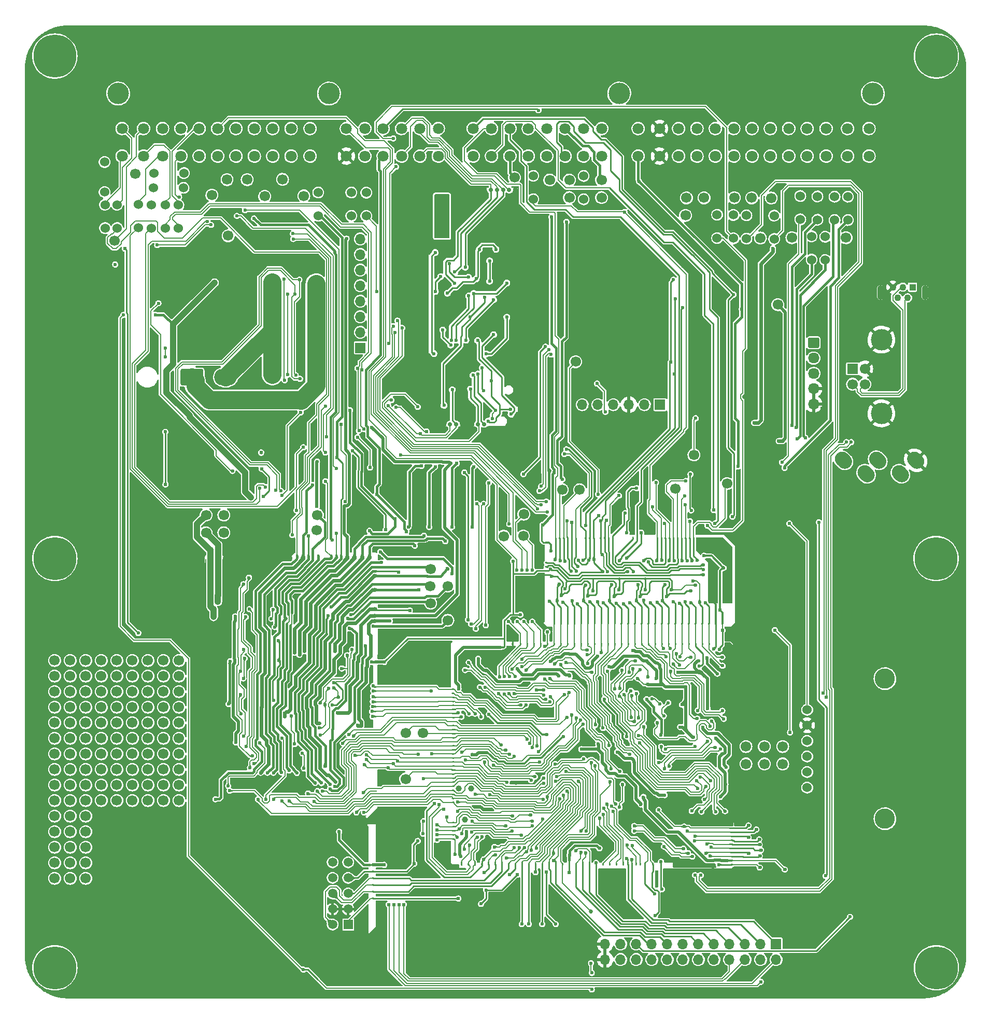
<source format=gbl>
G75*
G70*
%OFA0B0*%
%FSLAX25Y25*%
%IPPOS*%
%LPD*%
%AMOC8*
5,1,8,0,0,1.08239X$1,22.5*
%
%AMM172*
21,1,0.009840,0.009840,-0.000000,-0.000000,180.000000*
21,1,0.000000,0.019680,-0.000000,-0.000000,180.000000*
1,1,0.009840,-0.000000,0.004920*
1,1,0.009840,-0.000000,0.004920*
1,1,0.009840,-0.000000,-0.004920*
1,1,0.009840,-0.000000,-0.004920*
%
%AMM173*
21,1,0.009840,0.009840,-0.000000,-0.000000,270.000000*
21,1,0.000000,0.019680,-0.000000,-0.000000,270.000000*
1,1,0.009840,-0.004920,-0.000000*
1,1,0.009840,-0.004920,-0.000000*
1,1,0.009840,0.004920,-0.000000*
1,1,0.009840,0.004920,-0.000000*
%
%AMM254*
21,1,0.007870,1.133860,-0.000000,-0.000000,0.000000*
21,1,0.000000,1.141730,-0.000000,-0.000000,0.000000*
1,1,0.007870,-0.000000,-0.566930*
1,1,0.007870,-0.000000,-0.566930*
1,1,0.007870,-0.000000,0.566930*
1,1,0.007870,-0.000000,0.566930*
%
%AMM255*
21,1,0.009840,0.009840,-0.000000,-0.000000,90.000000*
21,1,0.000000,0.019680,-0.000000,-0.000000,90.000000*
1,1,0.009840,0.004920,-0.000000*
1,1,0.009840,0.004920,-0.000000*
1,1,0.009840,-0.004920,-0.000000*
1,1,0.009840,-0.004920,-0.000000*
%
%AMM317*
21,1,0.039370,0.007870,-0.000000,-0.000000,315.000000*
1,1,0.007870,-0.013920,0.013920*
1,1,0.007870,0.013920,-0.013920*
%
%AMM339*
21,1,0.007870,0.078350,-0.000000,0.000000,225.000000*
21,1,0.000000,0.086220,-0.000000,0.000000,225.000000*
1,1,0.007870,-0.027700,0.027700*
1,1,0.007870,-0.027700,0.027700*
1,1,0.007870,0.027700,-0.027700*
1,1,0.007870,0.027700,-0.027700*
%
%AMM340*
21,1,0.007870,0.643700,-0.000000,0.000000,0.000000*
21,1,0.000000,0.651580,-0.000000,0.000000,0.000000*
1,1,0.007870,-0.000000,-0.321850*
1,1,0.007870,-0.000000,-0.321850*
1,1,0.007870,-0.000000,0.321850*
1,1,0.007870,-0.000000,0.321850*
%
%AMM341*
21,1,0.007870,0.287010,-0.000000,0.000000,270.000000*
21,1,0.000000,0.294880,-0.000000,0.000000,270.000000*
1,1,0.007870,-0.143500,0.000000*
1,1,0.007870,-0.143500,0.000000*
1,1,0.007870,0.143500,0.000000*
1,1,0.007870,0.143500,0.000000*
%
%AMM342*
21,1,0.007870,0.023620,-0.000000,0.000000,315.000000*
21,1,0.000000,0.031500,-0.000000,0.000000,315.000000*
1,1,0.007870,-0.008350,-0.008350*
1,1,0.007870,-0.008350,-0.008350*
1,1,0.007870,0.008350,0.008350*
1,1,0.007870,0.008350,0.008350*
%
%AMM343*
21,1,0.007870,0.361020,-0.000000,0.000000,90.000000*
21,1,0.000000,0.368900,-0.000000,0.000000,90.000000*
1,1,0.007870,0.180510,0.000000*
1,1,0.007870,0.180510,0.000000*
1,1,0.007870,-0.180510,0.000000*
1,1,0.007870,-0.180510,0.000000*
%
%AMM344*
21,1,0.009840,0.009840,-0.000000,0.000000,270.000000*
21,1,0.000000,0.019680,-0.000000,0.000000,270.000000*
1,1,0.009840,-0.004920,0.000000*
1,1,0.009840,-0.004920,0.000000*
1,1,0.009840,0.004920,0.000000*
1,1,0.009840,0.004920,0.000000*
%
%ADD104O,0.00787X1.60630*%
%ADD112C,0.02400*%
%ADD125R,0.19882X0.00984*%
%ADD126C,0.02756*%
%ADD127O,0.04331X0.09449*%
%ADD131C,0.02362*%
%ADD136C,0.13780*%
%ADD141C,0.03937*%
%ADD16C,0.02000*%
%ADD162O,0.14567X0.10630*%
%ADD167O,0.03150X0.02362*%
%ADD174C,0.04331*%
%ADD192C,0.06693*%
%ADD193C,0.07874*%
%ADD194C,0.05906*%
%ADD195R,0.06693X0.06693*%
%ADD199C,0.00787*%
%ADD202C,0.11811*%
%ADD21O,0.44882X0.04331*%
%ADD215O,0.03937X0.05906*%
%ADD232C,0.13000*%
%ADD241R,0.08858X0.00984*%
%ADD249C,0.01000*%
%ADD25C,0.01181*%
%ADD250C,0.27559*%
%ADD253R,0.04331X0.04331*%
%ADD255O,1.00787X0.00787*%
%ADD260R,0.38386X0.00984*%
%ADD261C,0.01968*%
%ADD262O,0.06693X0.06693*%
%ADD273R,0.12205X0.00984*%
%ADD276C,0.01575*%
%ADD277O,0.07283X0.06693*%
%ADD309R,0.03740X0.00984*%
%ADD31C,0.02700*%
%ADD312O,0.01575X0.02362*%
%ADD313C,0.00800*%
%ADD314R,0.00984X1.54528*%
%ADD320O,0.02362X0.03150*%
%ADD33R,0.05906X0.05906*%
%ADD336O,0.02362X0.01575*%
%ADD340C,0.00984*%
%ADD352C,0.07087*%
%ADD356C,0.03900*%
%ADD386M172*%
%ADD387M173*%
%ADD478M254*%
%ADD479M255*%
%ADD556M317*%
%ADD578M339*%
%ADD579M340*%
%ADD580M341*%
%ADD581M342*%
%ADD582M343*%
%ADD583M344*%
%ADD79C,0.06000*%
%ADD97O,0.01575X0.00787*%
X0000000Y0000000D02*
%LPD*%
G01*
D131*
X0297120Y0070059D03*
X0303321Y0050748D03*
X0353337Y0050784D03*
X0319955Y0048110D03*
X0324581Y0048110D03*
X0333144Y0048110D03*
X0341904Y0048110D03*
D79*
X0189073Y0503249D03*
X0189073Y0518249D03*
D192*
X0245285Y0141379D03*
X0245285Y0170915D03*
X0130420Y0526497D03*
D195*
X0408865Y0381911D03*
D262*
X0398865Y0381911D03*
X0388865Y0381911D03*
X0378865Y0381911D03*
X0368865Y0381911D03*
X0358865Y0381911D03*
D192*
X0456700Y0514883D03*
X0354633Y0409470D03*
X0079567Y0177549D03*
X0079567Y0187549D03*
X0079567Y0197549D03*
X0079567Y0207549D03*
X0079567Y0217549D03*
X0089567Y0177549D03*
X0089567Y0187549D03*
X0089567Y0197549D03*
X0089567Y0207549D03*
X0089567Y0217549D03*
X0099567Y0177549D03*
X0099567Y0187549D03*
X0099567Y0197549D03*
X0099567Y0207549D03*
X0099567Y0217549D03*
X0350597Y0526301D03*
D79*
X0219987Y0503151D03*
X0219987Y0518151D03*
D192*
X0116936Y0311045D03*
X0049567Y0127549D03*
X0049567Y0137549D03*
X0049567Y0147549D03*
X0049567Y0157549D03*
X0049567Y0167549D03*
X0059567Y0127549D03*
X0059567Y0137549D03*
X0059567Y0147549D03*
X0059567Y0157549D03*
X0059567Y0167549D03*
X0069567Y0127549D03*
X0069567Y0137549D03*
X0069567Y0147549D03*
X0069567Y0157549D03*
X0069567Y0167549D03*
X0467920Y0514785D03*
G36*
G01*
X0116885Y0120516D02*
X0119669Y0117732D01*
G75*
G02*
X0119669Y0117175I-000278J-000278D01*
G01*
X0119669Y0117175D01*
G75*
G02*
X0119112Y0117175I-000278J0000278D01*
G01*
X0116328Y0119959D01*
G75*
G02*
X0116328Y0120516I0000278J0000278D01*
G01*
X0116328Y0120516D01*
G75*
G02*
X0116885Y0120516I0000278J-000278D01*
G01*
G37*
D104*
X0116601Y0200223D03*
D255*
X0169356Y0117448D03*
D215*
X0119744Y0282846D03*
X0124688Y0282846D03*
D21*
X0150059Y0283339D03*
D312*
X0175453Y0284520D03*
D320*
X0179291Y0284126D03*
D312*
X0182716Y0284520D03*
X0185591Y0284520D03*
X0189113Y0284520D03*
X0197283Y0284520D03*
X0200826Y0284520D03*
X0203622Y0284520D03*
D320*
X0207638Y0284126D03*
X0212264Y0284126D03*
X0217579Y0284126D03*
X0222205Y0284126D03*
D336*
X0225748Y0280464D03*
X0225748Y0277728D03*
X0225748Y0275050D03*
D167*
X0225374Y0271823D03*
D336*
X0225748Y0266684D03*
D167*
X0225374Y0262866D03*
D336*
X0225748Y0257846D03*
X0225748Y0255287D03*
D167*
X0225374Y0250563D03*
X0225374Y0246331D03*
X0225374Y0242886D03*
D336*
X0225748Y0239638D03*
X0225748Y0216606D03*
D97*
X0226161Y0200642D03*
X0226161Y0198043D03*
X0226161Y0193870D03*
X0226161Y0191098D03*
X0226161Y0187948D03*
X0226161Y0184799D03*
X0226161Y0181665D03*
X0226161Y0173024D03*
X0226161Y0171291D03*
X0226161Y0169559D03*
X0226161Y0167827D03*
X0226161Y0166095D03*
X0226161Y0164362D03*
X0226161Y0162630D03*
X0226161Y0160898D03*
X0226161Y0156469D03*
X0226161Y0153870D03*
X0226161Y0151272D03*
X0226161Y0148673D03*
X0226161Y0135268D03*
X0226161Y0133535D03*
X0226161Y0131803D03*
X0226161Y0130071D03*
X0226161Y0128339D03*
X0226161Y0126606D03*
X0226161Y0124874D03*
D192*
X0425892Y0514785D03*
D79*
X0445577Y0488978D03*
X0445577Y0503978D03*
D192*
X0528550Y0489194D03*
X0154633Y0515769D03*
D79*
X0456207Y0488781D03*
X0456207Y0503781D03*
X0051975Y0495375D03*
X0051975Y0510375D03*
D136*
X0545831Y0581810D03*
X0060398Y0581810D03*
X0196027Y0581810D03*
X0382642Y0581810D03*
D352*
X0062957Y0541650D03*
X0076727Y0541650D03*
X0088937Y0541650D03*
X0100747Y0541650D03*
X0112557Y0541650D03*
X0124367Y0541650D03*
X0136177Y0541650D03*
X0147987Y0541650D03*
X0159797Y0541650D03*
X0171607Y0541650D03*
X0183817Y0541650D03*
X0062957Y0559370D03*
X0076727Y0559370D03*
X0088937Y0559370D03*
X0100747Y0559370D03*
X0112557Y0559370D03*
X0124367Y0559370D03*
X0136177Y0559370D03*
X0147987Y0559370D03*
X0159797Y0559370D03*
X0171607Y0559370D03*
X0183817Y0559370D03*
X0288744Y0541650D03*
X0300554Y0541650D03*
X0312364Y0541650D03*
X0324174Y0541650D03*
X0335994Y0541650D03*
X0347804Y0541650D03*
X0359614Y0541650D03*
X0371424Y0541650D03*
X0288744Y0559370D03*
X0300554Y0559370D03*
X0312364Y0559370D03*
X0324174Y0559370D03*
X0335994Y0559370D03*
X0347804Y0559370D03*
X0359614Y0559370D03*
X0371424Y0559370D03*
X0394834Y0541650D03*
X0408614Y0541650D03*
X0420834Y0541650D03*
X0432644Y0541650D03*
X0444454Y0541650D03*
X0456264Y0541650D03*
X0468074Y0541650D03*
X0479884Y0541650D03*
X0491694Y0541650D03*
X0503504Y0541650D03*
X0515714Y0541650D03*
X0529494Y0541650D03*
X0543274Y0541650D03*
X0394834Y0559370D03*
X0408614Y0559370D03*
X0420834Y0559370D03*
X0432644Y0559370D03*
X0444454Y0559370D03*
X0456264Y0559370D03*
X0468074Y0559370D03*
X0479884Y0559370D03*
X0491694Y0559370D03*
X0503504Y0559370D03*
X0515714Y0559370D03*
X0529494Y0559370D03*
X0543274Y0559370D03*
X0207248Y0541650D03*
X0219058Y0541650D03*
X0230868Y0541650D03*
X0242678Y0541650D03*
X0254498Y0541650D03*
X0266308Y0541650D03*
X0207248Y0559370D03*
X0219058Y0559370D03*
X0230868Y0559370D03*
X0242678Y0559370D03*
X0254498Y0559370D03*
X0266308Y0559370D03*
D192*
X0166142Y0526694D03*
X0493707Y0489194D03*
X0484652Y0446182D03*
X0357192Y0327285D03*
X0128353Y0299627D03*
X0475991Y0162226D03*
X0480420Y0514686D03*
D79*
X0210341Y0503249D03*
X0210341Y0518249D03*
D253*
X0571266Y0457403D03*
D174*
X0568117Y0450513D03*
X0564967Y0457403D03*
X0561818Y0450513D03*
X0558668Y0457403D03*
D127*
X0579337Y0453958D03*
X0550597Y0453958D03*
D192*
X0261129Y0265375D03*
D195*
X0216148Y0418427D03*
D262*
X0216148Y0428427D03*
X0216148Y0438427D03*
X0216148Y0448427D03*
X0216148Y0458427D03*
X0216148Y0468427D03*
X0216148Y0478427D03*
X0216148Y0488427D03*
D192*
X0475991Y0151064D03*
D195*
X0532743Y0404942D03*
D192*
X0532743Y0395100D03*
X0540617Y0395100D03*
X0540617Y0404942D03*
D136*
X0551286Y0376320D03*
X0551286Y0423722D03*
D192*
X0256349Y0170906D03*
X0487802Y0151064D03*
D131*
X0234091Y0381397D03*
X0236158Y0384842D03*
X0239110Y0380216D03*
X0253087Y0380511D03*
D232*
X0553550Y0205867D03*
X0553550Y0115867D03*
D79*
X0503550Y0185867D03*
X0503550Y0175867D03*
X0503550Y0165867D03*
X0503550Y0155867D03*
X0503550Y0145867D03*
X0503550Y0135867D03*
X0521168Y0515555D03*
X0521168Y0500555D03*
D192*
X0452074Y0331222D03*
X0019567Y0177549D03*
X0019567Y0187549D03*
X0019567Y0197549D03*
X0019567Y0207549D03*
X0019567Y0217549D03*
X0029567Y0177549D03*
X0029567Y0187549D03*
X0029567Y0197549D03*
X0029567Y0207549D03*
X0029567Y0217549D03*
X0039567Y0177549D03*
X0039567Y0187549D03*
X0039567Y0197549D03*
X0039567Y0207549D03*
X0039567Y0217549D03*
X0425302Y0503564D03*
D79*
X0482290Y0488387D03*
X0482290Y0503387D03*
D192*
X0188196Y0301202D03*
X0272448Y0243328D03*
D131*
X0406667Y0072652D03*
X0410112Y0070585D03*
X0405486Y0067632D03*
X0405782Y0053656D03*
D192*
X0116936Y0299627D03*
X0071463Y0530434D03*
D79*
X0090713Y0495273D03*
X0090713Y0510273D03*
D250*
X0019685Y0020079D03*
G36*
G01*
X0220875Y0110676D02*
X0184772Y0110676D01*
G75*
G02*
X0184379Y0111070I0000000J0000394D01*
G01*
X0184379Y0111070D01*
G75*
G02*
X0184772Y0111463I0000394J0000000D01*
G01*
X0220875Y0111463D01*
G75*
G02*
X0221269Y0111070I0000000J-000394D01*
G01*
X0221269Y0111070D01*
G75*
G02*
X0220875Y0110676I-000394J0000000D01*
G01*
G37*
G36*
G01*
X0185021Y0046866D02*
X0190561Y0041326D01*
G75*
G02*
X0190561Y0040769I-000278J-000278D01*
G01*
X0190561Y0040769D01*
G75*
G02*
X0190004Y0040769I-000278J0000278D01*
G01*
X0184464Y0046309D01*
G75*
G02*
X0184464Y0046866I0000278J0000278D01*
G01*
X0184464Y0046866D01*
G75*
G02*
X0185021Y0046866I0000278J-000278D01*
G01*
G37*
G36*
G01*
X0218875Y0041342D02*
X0220545Y0043012D01*
G75*
G02*
X0221102Y0043012I0000278J-000278D01*
G01*
X0221102Y0043012D01*
G75*
G02*
X0221102Y0042455I-000278J-000278D01*
G01*
X0219431Y0040785D01*
G75*
G02*
X0218875Y0040785I-000278J0000278D01*
G01*
X0218875Y0040785D01*
G75*
G02*
X0218875Y0041342I0000278J0000278D01*
G01*
G37*
G36*
G01*
X0184340Y0046613D02*
X0184340Y0110983D01*
G75*
G02*
X0184734Y0111377I0000394J0000000D01*
G01*
X0184734Y0111377D01*
G75*
G02*
X0185128Y0110983I0000000J-000394D01*
G01*
X0185128Y0046613D01*
G75*
G02*
X0184734Y0046220I-000394J0000000D01*
G01*
X0184734Y0046220D01*
G75*
G02*
X0184340Y0046613I0000000J0000394D01*
G01*
G37*
G36*
G01*
X0190400Y0041414D02*
X0219101Y0041414D01*
G75*
G02*
X0219494Y0041021I0000000J-000394D01*
G01*
X0219494Y0041021D01*
G75*
G02*
X0219101Y0040627I-000394J0000000D01*
G01*
X0190400Y0040627D01*
G75*
G02*
X0190006Y0041021I0000000J0000394D01*
G01*
X0190006Y0041021D01*
G75*
G02*
X0190400Y0041414I0000394J0000000D01*
G01*
G37*
G36*
G01*
X0223638Y0086788D02*
X0224622Y0086788D01*
G75*
G02*
X0225114Y0086296I0000000J-000492D01*
G01*
X0225114Y0086296D01*
G75*
G02*
X0224622Y0085804I-000492J0000000D01*
G01*
X0223638Y0085804D01*
G75*
G02*
X0223146Y0086296I0000000J0000492D01*
G01*
X0223146Y0086296D01*
G75*
G02*
X0223638Y0086788I0000492J0000000D01*
G01*
G37*
G36*
G01*
X0223638Y0082458D02*
X0224622Y0082458D01*
G75*
G02*
X0225114Y0081965I0000000J-000492D01*
G01*
X0225114Y0081965D01*
G75*
G02*
X0224622Y0081473I-000492J0000000D01*
G01*
X0223638Y0081473D01*
G75*
G02*
X0223146Y0081965I0000000J0000492D01*
G01*
X0223146Y0081965D01*
G75*
G02*
X0223638Y0082458I0000492J0000000D01*
G01*
G37*
G36*
G01*
X0223638Y0078127D02*
X0224622Y0078127D01*
G75*
G02*
X0225114Y0077635I0000000J-000492D01*
G01*
X0225114Y0077635D01*
G75*
G02*
X0224622Y0077143I-000492J0000000D01*
G01*
X0223638Y0077143D01*
G75*
G02*
X0223146Y0077635I0000000J0000492D01*
G01*
X0223146Y0077635D01*
G75*
G02*
X0223638Y0078127I0000492J0000000D01*
G01*
G37*
G36*
G01*
X0223638Y0073796D02*
X0224622Y0073796D01*
G75*
G02*
X0225114Y0073304I0000000J-000492D01*
G01*
X0225114Y0073304D01*
G75*
G02*
X0224622Y0072812I-000492J0000000D01*
G01*
X0223638Y0072812D01*
G75*
G02*
X0223146Y0073304I0000000J0000492D01*
G01*
X0223146Y0073304D01*
G75*
G02*
X0223638Y0073796I0000492J0000000D01*
G01*
G37*
G36*
G01*
X0223638Y0069465D02*
X0224622Y0069465D01*
G75*
G02*
X0225114Y0068973I0000000J-000492D01*
G01*
X0225114Y0068973D01*
G75*
G02*
X0224622Y0068481I-000492J0000000D01*
G01*
X0223638Y0068481D01*
G75*
G02*
X0223146Y0068973I0000000J0000492D01*
G01*
X0223146Y0068973D01*
G75*
G02*
X0223638Y0069465I0000492J0000000D01*
G01*
G37*
G36*
G01*
X0223638Y0065135D02*
X0224622Y0065135D01*
G75*
G02*
X0225114Y0064643I0000000J-000492D01*
G01*
X0225114Y0064643D01*
G75*
G02*
X0224622Y0064151I-000492J0000000D01*
G01*
X0223638Y0064151D01*
G75*
G02*
X0223146Y0064643I0000000J0000492D01*
G01*
X0223146Y0064643D01*
G75*
G02*
X0223638Y0065135I0000492J0000000D01*
G01*
G37*
D192*
X0437211Y0514785D03*
X0320971Y0297560D03*
X0487802Y0162226D03*
X0371266Y0514982D03*
X0019567Y0077549D03*
X0019567Y0087549D03*
X0019567Y0097549D03*
X0019567Y0107549D03*
X0019567Y0117549D03*
X0029567Y0077549D03*
X0029567Y0087549D03*
X0029567Y0097549D03*
X0029567Y0107549D03*
X0029567Y0117549D03*
X0039567Y0077549D03*
X0039567Y0087549D03*
X0039567Y0097549D03*
X0039567Y0107549D03*
X0039567Y0117549D03*
G36*
G01*
X0335286Y0273039D02*
X0336270Y0273039D01*
G75*
G02*
X0336762Y0272547I0000000J-000492D01*
G01*
X0336762Y0272547D01*
G75*
G02*
X0336270Y0272054I-000492J0000000D01*
G01*
X0335286Y0272054D01*
G75*
G02*
X0334794Y0272547I0000000J0000492D01*
G01*
X0334794Y0272547D01*
G75*
G02*
X0335286Y0273039I0000492J0000000D01*
G01*
G37*
G36*
G01*
X0335286Y0275637D02*
X0336270Y0275637D01*
G75*
G02*
X0336762Y0275145I0000000J-000492D01*
G01*
X0336762Y0275145D01*
G75*
G02*
X0336270Y0274653I-000492J0000000D01*
G01*
X0335286Y0274653D01*
G75*
G02*
X0334794Y0275145I0000000J0000492D01*
G01*
X0334794Y0275145D01*
G75*
G02*
X0335286Y0275637I0000492J0000000D01*
G01*
G37*
G36*
G01*
X0335286Y0278236D02*
X0336270Y0278236D01*
G75*
G02*
X0336762Y0277743I0000000J-000492D01*
G01*
X0336762Y0277743D01*
G75*
G02*
X0336270Y0277251I-000492J0000000D01*
G01*
X0335286Y0277251D01*
G75*
G02*
X0334794Y0277743I0000000J0000492D01*
G01*
X0334794Y0277743D01*
G75*
G02*
X0335286Y0278236I0000492J0000000D01*
G01*
G37*
G36*
G01*
X0335286Y0280834D02*
X0336270Y0280834D01*
G75*
G02*
X0336762Y0280342I0000000J-000492D01*
G01*
X0336762Y0280342D01*
G75*
G02*
X0336270Y0279850I-000492J0000000D01*
G01*
X0335286Y0279850D01*
G75*
G02*
X0334794Y0280342I0000000J0000492D01*
G01*
X0334794Y0280342D01*
G75*
G02*
X0335286Y0280834I0000492J0000000D01*
G01*
G37*
G36*
G01*
X0335286Y0293826D02*
X0336270Y0293826D01*
G75*
G02*
X0336762Y0293334I0000000J-000492D01*
G01*
X0336762Y0293334D01*
G75*
G02*
X0336270Y0292842I-000492J0000000D01*
G01*
X0335286Y0292842D01*
G75*
G02*
X0334794Y0293334I0000000J0000492D01*
G01*
X0334794Y0293334D01*
G75*
G02*
X0335286Y0293826I0000492J0000000D01*
G01*
G37*
G36*
G01*
X0448554Y0240681D02*
X0448554Y0241665D01*
G75*
G02*
X0449046Y0242158I0000492J0000000D01*
G01*
X0449046Y0242158D01*
G75*
G02*
X0449538Y0241665I0000000J-000492D01*
G01*
X0449538Y0240681D01*
G75*
G02*
X0449046Y0240189I-000492J0000000D01*
G01*
X0449046Y0240189D01*
G75*
G02*
X0448554Y0240681I0000000J0000492D01*
G01*
G37*
G36*
G01*
X0445207Y0241665D02*
X0445207Y0240681D01*
G75*
G02*
X0444715Y0240189I-000492J0000000D01*
G01*
X0444715Y0240189D01*
G75*
G02*
X0444223Y0240681I0000000J0000492D01*
G01*
X0444223Y0241665D01*
G75*
G02*
X0444715Y0242158I0000492J0000000D01*
G01*
X0444715Y0242158D01*
G75*
G02*
X0445207Y0241665I0000000J-000492D01*
G01*
G37*
G36*
G01*
X0440877Y0241665D02*
X0440877Y0240681D01*
G75*
G02*
X0440384Y0240189I-000492J0000000D01*
G01*
X0440384Y0240189D01*
G75*
G02*
X0439892Y0240681I0000000J0000492D01*
G01*
X0439892Y0241665D01*
G75*
G02*
X0440384Y0242158I0000492J0000000D01*
G01*
X0440384Y0242158D01*
G75*
G02*
X0440877Y0241665I0000000J-000492D01*
G01*
G37*
G36*
G01*
X0436546Y0241665D02*
X0436546Y0240681D01*
G75*
G02*
X0436054Y0240189I-000492J0000000D01*
G01*
X0436054Y0240189D01*
G75*
G02*
X0435562Y0240681I0000000J0000492D01*
G01*
X0435562Y0241665D01*
G75*
G02*
X0436054Y0242158I0000492J0000000D01*
G01*
X0436054Y0242158D01*
G75*
G02*
X0436546Y0241665I0000000J-000492D01*
G01*
G37*
G36*
G01*
X0432215Y0241665D02*
X0432215Y0240681D01*
G75*
G02*
X0431723Y0240189I-000492J0000000D01*
G01*
X0431723Y0240189D01*
G75*
G02*
X0431231Y0240681I0000000J0000492D01*
G01*
X0431231Y0241665D01*
G75*
G02*
X0431723Y0242158I0000492J0000000D01*
G01*
X0431723Y0242158D01*
G75*
G02*
X0432215Y0241665I0000000J-000492D01*
G01*
G37*
G36*
G01*
X0427884Y0241665D02*
X0427884Y0240681D01*
G75*
G02*
X0427392Y0240189I-000492J0000000D01*
G01*
X0427392Y0240189D01*
G75*
G02*
X0426900Y0240681I0000000J0000492D01*
G01*
X0426900Y0241665D01*
G75*
G02*
X0427392Y0242158I0000492J0000000D01*
G01*
X0427392Y0242158D01*
G75*
G02*
X0427884Y0241665I0000000J-000492D01*
G01*
G37*
G36*
G01*
X0423554Y0241665D02*
X0423554Y0240681D01*
G75*
G02*
X0423062Y0240189I-000492J0000000D01*
G01*
X0423062Y0240189D01*
G75*
G02*
X0422569Y0240681I0000000J0000492D01*
G01*
X0422569Y0241665D01*
G75*
G02*
X0423062Y0242158I0000492J0000000D01*
G01*
X0423062Y0242158D01*
G75*
G02*
X0423554Y0241665I0000000J-000492D01*
G01*
G37*
G36*
G01*
X0419223Y0241665D02*
X0419223Y0240681D01*
G75*
G02*
X0418731Y0240189I-000492J0000000D01*
G01*
X0418731Y0240189D01*
G75*
G02*
X0418239Y0240681I0000000J0000492D01*
G01*
X0418239Y0241665D01*
G75*
G02*
X0418731Y0242158I0000492J0000000D01*
G01*
X0418731Y0242158D01*
G75*
G02*
X0419223Y0241665I0000000J-000492D01*
G01*
G37*
G36*
G01*
X0414892Y0241665D02*
X0414892Y0240681D01*
G75*
G02*
X0414400Y0240189I-000492J0000000D01*
G01*
X0414400Y0240189D01*
G75*
G02*
X0413908Y0240681I0000000J0000492D01*
G01*
X0413908Y0241665D01*
G75*
G02*
X0414400Y0242158I0000492J0000000D01*
G01*
X0414400Y0242158D01*
G75*
G02*
X0414892Y0241665I0000000J-000492D01*
G01*
G37*
G36*
G01*
X0410562Y0241665D02*
X0410562Y0240681D01*
G75*
G02*
X0410069Y0240189I-000492J0000000D01*
G01*
X0410069Y0240189D01*
G75*
G02*
X0409577Y0240681I0000000J0000492D01*
G01*
X0409577Y0241665D01*
G75*
G02*
X0410069Y0242158I0000492J0000000D01*
G01*
X0410069Y0242158D01*
G75*
G02*
X0410562Y0241665I0000000J-000492D01*
G01*
G37*
G36*
G01*
X0406231Y0241665D02*
X0406231Y0240681D01*
G75*
G02*
X0405739Y0240189I-000492J0000000D01*
G01*
X0405739Y0240189D01*
G75*
G02*
X0405247Y0240681I0000000J0000492D01*
G01*
X0405247Y0241665D01*
G75*
G02*
X0405739Y0242158I0000492J0000000D01*
G01*
X0405739Y0242158D01*
G75*
G02*
X0406231Y0241665I0000000J-000492D01*
G01*
G37*
G36*
G01*
X0401900Y0241665D02*
X0401900Y0240681D01*
G75*
G02*
X0401408Y0240189I-000492J0000000D01*
G01*
X0401408Y0240189D01*
G75*
G02*
X0400916Y0240681I0000000J0000492D01*
G01*
X0400916Y0241665D01*
G75*
G02*
X0401408Y0242158I0000492J0000000D01*
G01*
X0401408Y0242158D01*
G75*
G02*
X0401900Y0241665I0000000J-000492D01*
G01*
G37*
G36*
G01*
X0397570Y0241665D02*
X0397570Y0240681D01*
G75*
G02*
X0397077Y0240189I-000492J0000000D01*
G01*
X0397077Y0240189D01*
G75*
G02*
X0396585Y0240681I0000000J0000492D01*
G01*
X0396585Y0241665D01*
G75*
G02*
X0397077Y0242158I0000492J0000000D01*
G01*
X0397077Y0242158D01*
G75*
G02*
X0397570Y0241665I0000000J-000492D01*
G01*
G37*
G36*
G01*
X0393239Y0241665D02*
X0393239Y0240681D01*
G75*
G02*
X0392747Y0240189I-000492J0000000D01*
G01*
X0392747Y0240189D01*
G75*
G02*
X0392255Y0240681I0000000J0000492D01*
G01*
X0392255Y0241665D01*
G75*
G02*
X0392747Y0242158I0000492J0000000D01*
G01*
X0392747Y0242158D01*
G75*
G02*
X0393239Y0241665I0000000J-000492D01*
G01*
G37*
G36*
G01*
X0388908Y0241665D02*
X0388908Y0240681D01*
G75*
G02*
X0388416Y0240189I-000492J0000000D01*
G01*
X0388416Y0240189D01*
G75*
G02*
X0387924Y0240681I0000000J0000492D01*
G01*
X0387924Y0241665D01*
G75*
G02*
X0388416Y0242158I0000492J0000000D01*
G01*
X0388416Y0242158D01*
G75*
G02*
X0388908Y0241665I0000000J-000492D01*
G01*
G37*
G36*
G01*
X0384577Y0241665D02*
X0384577Y0240681D01*
G75*
G02*
X0384085Y0240189I-000492J0000000D01*
G01*
X0384085Y0240189D01*
G75*
G02*
X0383593Y0240681I0000000J0000492D01*
G01*
X0383593Y0241665D01*
G75*
G02*
X0384085Y0242158I0000492J0000000D01*
G01*
X0384085Y0242158D01*
G75*
G02*
X0384577Y0241665I0000000J-000492D01*
G01*
G37*
G36*
G01*
X0380247Y0241665D02*
X0380247Y0240681D01*
G75*
G02*
X0379755Y0240189I-000492J0000000D01*
G01*
X0379755Y0240189D01*
G75*
G02*
X0379262Y0240681I0000000J0000492D01*
G01*
X0379262Y0241665D01*
G75*
G02*
X0379755Y0242158I0000492J0000000D01*
G01*
X0379755Y0242158D01*
G75*
G02*
X0380247Y0241665I0000000J-000492D01*
G01*
G37*
G36*
G01*
X0375916Y0241665D02*
X0375916Y0240681D01*
G75*
G02*
X0375424Y0240189I-000492J0000000D01*
G01*
X0375424Y0240189D01*
G75*
G02*
X0374932Y0240681I0000000J0000492D01*
G01*
X0374932Y0241665D01*
G75*
G02*
X0375424Y0242158I0000492J0000000D01*
G01*
X0375424Y0242158D01*
G75*
G02*
X0375916Y0241665I0000000J-000492D01*
G01*
G37*
G36*
G01*
X0371585Y0241665D02*
X0371585Y0240681D01*
G75*
G02*
X0371093Y0240189I-000492J0000000D01*
G01*
X0371093Y0240189D01*
G75*
G02*
X0370601Y0240681I0000000J0000492D01*
G01*
X0370601Y0241665D01*
G75*
G02*
X0371093Y0242158I0000492J0000000D01*
G01*
X0371093Y0242158D01*
G75*
G02*
X0371585Y0241665I0000000J-000492D01*
G01*
G37*
G36*
G01*
X0367255Y0241665D02*
X0367255Y0240681D01*
G75*
G02*
X0366762Y0240189I-000492J0000000D01*
G01*
X0366762Y0240189D01*
G75*
G02*
X0366270Y0240681I0000000J0000492D01*
G01*
X0366270Y0241665D01*
G75*
G02*
X0366762Y0242158I0000492J0000000D01*
G01*
X0366762Y0242158D01*
G75*
G02*
X0367255Y0241665I0000000J-000492D01*
G01*
G37*
G36*
G01*
X0362924Y0241665D02*
X0362924Y0240681D01*
G75*
G02*
X0362432Y0240189I-000492J0000000D01*
G01*
X0362432Y0240189D01*
G75*
G02*
X0361940Y0240681I0000000J0000492D01*
G01*
X0361940Y0241665D01*
G75*
G02*
X0362432Y0242158I0000492J0000000D01*
G01*
X0362432Y0242158D01*
G75*
G02*
X0362924Y0241665I0000000J-000492D01*
G01*
G37*
G36*
G01*
X0358593Y0241665D02*
X0358593Y0240681D01*
G75*
G02*
X0358101Y0240189I-000492J0000000D01*
G01*
X0358101Y0240189D01*
G75*
G02*
X0357609Y0240681I0000000J0000492D01*
G01*
X0357609Y0241665D01*
G75*
G02*
X0358101Y0242158I0000492J0000000D01*
G01*
X0358101Y0242158D01*
G75*
G02*
X0358593Y0241665I0000000J-000492D01*
G01*
G37*
G36*
G01*
X0354263Y0241665D02*
X0354263Y0240681D01*
G75*
G02*
X0353770Y0240189I-000492J0000000D01*
G01*
X0353770Y0240189D01*
G75*
G02*
X0353278Y0240681I0000000J0000492D01*
G01*
X0353278Y0241665D01*
G75*
G02*
X0353770Y0242158I0000492J0000000D01*
G01*
X0353770Y0242158D01*
G75*
G02*
X0354263Y0241665I0000000J-000492D01*
G01*
G37*
G36*
G01*
X0349932Y0241665D02*
X0349932Y0240681D01*
G75*
G02*
X0349440Y0240189I-000492J0000000D01*
G01*
X0349440Y0240189D01*
G75*
G02*
X0348948Y0240681I0000000J0000492D01*
G01*
X0348948Y0241665D01*
G75*
G02*
X0349440Y0242158I0000492J0000000D01*
G01*
X0349440Y0242158D01*
G75*
G02*
X0349932Y0241665I0000000J-000492D01*
G01*
G37*
G36*
G01*
X0345601Y0241665D02*
X0345601Y0240681D01*
G75*
G02*
X0345109Y0240189I-000492J0000000D01*
G01*
X0345109Y0240189D01*
G75*
G02*
X0344617Y0240681I0000000J0000492D01*
G01*
X0344617Y0241665D01*
G75*
G02*
X0345109Y0242158I0000492J0000000D01*
G01*
X0345109Y0242158D01*
G75*
G02*
X0345601Y0241665I0000000J-000492D01*
G01*
G37*
G36*
G01*
X0341270Y0241665D02*
X0341270Y0240681D01*
G75*
G02*
X0340778Y0240189I-000492J0000000D01*
G01*
X0340778Y0240189D01*
G75*
G02*
X0340286Y0240681I0000000J0000492D01*
G01*
X0340286Y0241665D01*
G75*
G02*
X0340778Y0242158I0000492J0000000D01*
G01*
X0340778Y0242158D01*
G75*
G02*
X0341270Y0241665I0000000J-000492D01*
G01*
G37*
G36*
G01*
X0342258Y0296634D02*
X0342258Y0295650D01*
G75*
G02*
X0341766Y0295158I-000492J0000000D01*
G01*
X0341766Y0295158D01*
G75*
G02*
X0341274Y0295650I0000000J0000492D01*
G01*
X0341274Y0296634D01*
G75*
G02*
X0341766Y0297126I0000492J0000000D01*
G01*
X0341766Y0297126D01*
G75*
G02*
X0342258Y0296634I0000000J-000492D01*
G01*
G37*
G36*
G01*
X0344857Y0296634D02*
X0344857Y0295650D01*
G75*
G02*
X0344365Y0295158I-000492J0000000D01*
G01*
X0344365Y0295158D01*
G75*
G02*
X0343873Y0295650I0000000J0000492D01*
G01*
X0343873Y0296634D01*
G75*
G02*
X0344365Y0297126I0000492J0000000D01*
G01*
X0344365Y0297126D01*
G75*
G02*
X0344857Y0296634I0000000J-000492D01*
G01*
G37*
G36*
G01*
X0347455Y0296634D02*
X0347455Y0295650D01*
G75*
G02*
X0346963Y0295158I-000492J0000000D01*
G01*
X0346963Y0295158D01*
G75*
G02*
X0346471Y0295650I0000000J0000492D01*
G01*
X0346471Y0296634D01*
G75*
G02*
X0346963Y0297126I0000492J0000000D01*
G01*
X0346963Y0297126D01*
G75*
G02*
X0347455Y0296634I0000000J-000492D01*
G01*
G37*
G36*
G01*
X0350054Y0296634D02*
X0350054Y0295650D01*
G75*
G02*
X0349562Y0295158I-000492J0000000D01*
G01*
X0349562Y0295158D01*
G75*
G02*
X0349069Y0295650I0000000J0000492D01*
G01*
X0349069Y0296634D01*
G75*
G02*
X0349562Y0297126I0000492J0000000D01*
G01*
X0349562Y0297126D01*
G75*
G02*
X0350054Y0296634I0000000J-000492D01*
G01*
G37*
G36*
G01*
X0352652Y0296634D02*
X0352652Y0295650D01*
G75*
G02*
X0352160Y0295158I-000492J0000000D01*
G01*
X0352160Y0295158D01*
G75*
G02*
X0351668Y0295650I0000000J0000492D01*
G01*
X0351668Y0296634D01*
G75*
G02*
X0352160Y0297126I0000492J0000000D01*
G01*
X0352160Y0297126D01*
G75*
G02*
X0352652Y0296634I0000000J-000492D01*
G01*
G37*
G36*
G01*
X0355251Y0296634D02*
X0355251Y0295650D01*
G75*
G02*
X0354758Y0295158I-000492J0000000D01*
G01*
X0354758Y0295158D01*
G75*
G02*
X0354266Y0295650I0000000J0000492D01*
G01*
X0354266Y0296634D01*
G75*
G02*
X0354758Y0297126I0000492J0000000D01*
G01*
X0354758Y0297126D01*
G75*
G02*
X0355251Y0296634I0000000J-000492D01*
G01*
G37*
G36*
G01*
X0361554Y0296634D02*
X0361554Y0295650D01*
G75*
G02*
X0361062Y0295158I-000492J0000000D01*
G01*
X0361062Y0295158D01*
G75*
G02*
X0360569Y0295650I0000000J0000492D01*
G01*
X0360569Y0296634D01*
G75*
G02*
X0361062Y0297126I0000492J0000000D01*
G01*
X0361062Y0297126D01*
G75*
G02*
X0361554Y0296634I0000000J-000492D01*
G01*
G37*
G36*
G01*
X0364152Y0296634D02*
X0364152Y0295650D01*
G75*
G02*
X0363660Y0295158I-000492J0000000D01*
G01*
X0363660Y0295158D01*
G75*
G02*
X0363168Y0295650I0000000J0000492D01*
G01*
X0363168Y0296634D01*
G75*
G02*
X0363660Y0297126I0000492J0000000D01*
G01*
X0363660Y0297126D01*
G75*
G02*
X0364152Y0296634I0000000J-000492D01*
G01*
G37*
G36*
G01*
X0366751Y0296634D02*
X0366751Y0295650D01*
G75*
G02*
X0366258Y0295158I-000492J0000000D01*
G01*
X0366258Y0295158D01*
G75*
G02*
X0365766Y0295650I0000000J0000492D01*
G01*
X0365766Y0296634D01*
G75*
G02*
X0366258Y0297126I0000492J0000000D01*
G01*
X0366258Y0297126D01*
G75*
G02*
X0366751Y0296634I0000000J-000492D01*
G01*
G37*
G36*
G01*
X0371164Y0296634D02*
X0371164Y0295650D01*
G75*
G02*
X0370671Y0295158I-000492J0000000D01*
G01*
X0370671Y0295158D01*
G75*
G02*
X0370179Y0295650I0000000J0000492D01*
G01*
X0370179Y0296634D01*
G75*
G02*
X0370671Y0297126I0000492J0000000D01*
G01*
X0370671Y0297126D01*
G75*
G02*
X0371164Y0296634I0000000J-000492D01*
G01*
G37*
G36*
G01*
X0373762Y0296634D02*
X0373762Y0295650D01*
G75*
G02*
X0373270Y0295158I-000492J0000000D01*
G01*
X0373270Y0295158D01*
G75*
G02*
X0372778Y0295650I0000000J0000492D01*
G01*
X0372778Y0296634D01*
G75*
G02*
X0373270Y0297126I0000492J0000000D01*
G01*
X0373270Y0297126D01*
G75*
G02*
X0373762Y0296634I0000000J-000492D01*
G01*
G37*
G36*
G01*
X0376360Y0296634D02*
X0376360Y0295650D01*
G75*
G02*
X0375868Y0295158I-000492J0000000D01*
G01*
X0375868Y0295158D01*
G75*
G02*
X0375376Y0295650I0000000J0000492D01*
G01*
X0375376Y0296634D01*
G75*
G02*
X0375868Y0297126I0000492J0000000D01*
G01*
X0375868Y0297126D01*
G75*
G02*
X0376360Y0296634I0000000J-000492D01*
G01*
G37*
G36*
G01*
X0378959Y0296634D02*
X0378959Y0295650D01*
G75*
G02*
X0378467Y0295158I-000492J0000000D01*
G01*
X0378467Y0295158D01*
G75*
G02*
X0377975Y0295650I0000000J0000492D01*
G01*
X0377975Y0296634D01*
G75*
G02*
X0378467Y0297126I0000492J0000000D01*
G01*
X0378467Y0297126D01*
G75*
G02*
X0378959Y0296634I0000000J-000492D01*
G01*
G37*
G36*
G01*
X0392054Y0296634D02*
X0392054Y0295650D01*
G75*
G02*
X0391562Y0295158I-000492J0000000D01*
G01*
X0391562Y0295158D01*
G75*
G02*
X0391069Y0295650I0000000J0000492D01*
G01*
X0391069Y0296634D01*
G75*
G02*
X0391562Y0297126I0000492J0000000D01*
G01*
X0391562Y0297126D01*
G75*
G02*
X0392054Y0296634I0000000J-000492D01*
G01*
G37*
G36*
G01*
X0394652Y0296634D02*
X0394652Y0295650D01*
G75*
G02*
X0394160Y0295158I-000492J0000000D01*
G01*
X0394160Y0295158D01*
G75*
G02*
X0393668Y0295650I0000000J0000492D01*
G01*
X0393668Y0296634D01*
G75*
G02*
X0394160Y0297126I0000492J0000000D01*
G01*
X0394160Y0297126D01*
G75*
G02*
X0394652Y0296634I0000000J-000492D01*
G01*
G37*
G36*
G01*
X0397251Y0296634D02*
X0397251Y0295650D01*
G75*
G02*
X0396758Y0295158I-000492J0000000D01*
G01*
X0396758Y0295158D01*
G75*
G02*
X0396266Y0295650I0000000J0000492D01*
G01*
X0396266Y0296634D01*
G75*
G02*
X0396758Y0297126I0000492J0000000D01*
G01*
X0396758Y0297126D01*
G75*
G02*
X0397251Y0296634I0000000J-000492D01*
G01*
G37*
G36*
G01*
X0407668Y0296634D02*
X0407668Y0295650D01*
G75*
G02*
X0407176Y0295158I-000492J0000000D01*
G01*
X0407176Y0295158D01*
G75*
G02*
X0406684Y0295650I0000000J0000492D01*
G01*
X0406684Y0296634D01*
G75*
G02*
X0407176Y0297126I0000492J0000000D01*
G01*
X0407176Y0297126D01*
G75*
G02*
X0407668Y0296634I0000000J-000492D01*
G01*
G37*
G36*
G01*
X0410266Y0296634D02*
X0410266Y0295650D01*
G75*
G02*
X0409774Y0295158I-000492J0000000D01*
G01*
X0409774Y0295158D01*
G75*
G02*
X0409282Y0295650I0000000J0000492D01*
G01*
X0409282Y0296634D01*
G75*
G02*
X0409774Y0297126I0000492J0000000D01*
G01*
X0409774Y0297126D01*
G75*
G02*
X0410266Y0296634I0000000J-000492D01*
G01*
G37*
G36*
G01*
X0412865Y0296634D02*
X0412865Y0295650D01*
G75*
G02*
X0412373Y0295158I-000492J0000000D01*
G01*
X0412373Y0295158D01*
G75*
G02*
X0411880Y0295650I0000000J0000492D01*
G01*
X0411880Y0296634D01*
G75*
G02*
X0412373Y0297126I0000492J0000000D01*
G01*
X0412373Y0297126D01*
G75*
G02*
X0412865Y0296634I0000000J-000492D01*
G01*
G37*
G36*
G01*
X0415463Y0296634D02*
X0415463Y0295650D01*
G75*
G02*
X0414971Y0295158I-000492J0000000D01*
G01*
X0414971Y0295158D01*
G75*
G02*
X0414479Y0295650I0000000J0000492D01*
G01*
X0414479Y0296634D01*
G75*
G02*
X0414971Y0297126I0000492J0000000D01*
G01*
X0414971Y0297126D01*
G75*
G02*
X0415463Y0296634I0000000J-000492D01*
G01*
G37*
G36*
G01*
X0418062Y0296634D02*
X0418062Y0295650D01*
G75*
G02*
X0417569Y0295158I-000492J0000000D01*
G01*
X0417569Y0295158D01*
G75*
G02*
X0417077Y0295650I0000000J0000492D01*
G01*
X0417077Y0296634D01*
G75*
G02*
X0417569Y0297126I0000492J0000000D01*
G01*
X0417569Y0297126D01*
G75*
G02*
X0418062Y0296634I0000000J-000492D01*
G01*
G37*
G36*
G01*
X0420660Y0296634D02*
X0420660Y0295650D01*
G75*
G02*
X0420168Y0295158I-000492J0000000D01*
G01*
X0420168Y0295158D01*
G75*
G02*
X0419676Y0295650I0000000J0000492D01*
G01*
X0419676Y0296634D01*
G75*
G02*
X0420168Y0297126I0000492J0000000D01*
G01*
X0420168Y0297126D01*
G75*
G02*
X0420660Y0296634I0000000J-000492D01*
G01*
G37*
G36*
G01*
X0423258Y0296634D02*
X0423258Y0295650D01*
G75*
G02*
X0422766Y0295158I-000492J0000000D01*
G01*
X0422766Y0295158D01*
G75*
G02*
X0422274Y0295650I0000000J0000492D01*
G01*
X0422274Y0296634D01*
G75*
G02*
X0422766Y0297126I0000492J0000000D01*
G01*
X0422766Y0297126D01*
G75*
G02*
X0423258Y0296634I0000000J-000492D01*
G01*
G37*
G36*
G01*
X0425857Y0296634D02*
X0425857Y0295650D01*
G75*
G02*
X0425365Y0295158I-000492J0000000D01*
G01*
X0425365Y0295158D01*
G75*
G02*
X0424873Y0295650I0000000J0000492D01*
G01*
X0424873Y0296634D01*
G75*
G02*
X0425365Y0297126I0000492J0000000D01*
G01*
X0425365Y0297126D01*
G75*
G02*
X0425857Y0296634I0000000J-000492D01*
G01*
G37*
G36*
G01*
X0428455Y0296634D02*
X0428455Y0295650D01*
G75*
G02*
X0427963Y0295158I-000492J0000000D01*
G01*
X0427963Y0295158D01*
G75*
G02*
X0427471Y0295650I0000000J0000492D01*
G01*
X0427471Y0296634D01*
G75*
G02*
X0427963Y0297126I0000492J0000000D01*
G01*
X0427963Y0297126D01*
G75*
G02*
X0428455Y0296634I0000000J-000492D01*
G01*
G37*
G36*
G01*
X0431054Y0296634D02*
X0431054Y0295650D01*
G75*
G02*
X0430562Y0295158I-000492J0000000D01*
G01*
X0430562Y0295158D01*
G75*
G02*
X0430069Y0295650I0000000J0000492D01*
G01*
X0430069Y0296634D01*
G75*
G02*
X0430562Y0297126I0000492J0000000D01*
G01*
X0430562Y0297126D01*
G75*
G02*
X0431054Y0296634I0000000J-000492D01*
G01*
G37*
D79*
X0059751Y0495375D03*
X0059751Y0510375D03*
X0510144Y0500690D03*
X0510144Y0515690D03*
G36*
G01*
X0275360Y0103401D02*
X0276345Y0103401D01*
G75*
G02*
X0276837Y0102909I0000000J-000492D01*
G01*
X0276837Y0102909D01*
G75*
G02*
X0276345Y0102417I-000492J0000000D01*
G01*
X0275360Y0102417D01*
G75*
G02*
X0274868Y0102909I0000000J0000492D01*
G01*
X0274868Y0102909D01*
G75*
G02*
X0275360Y0103401I0000492J0000000D01*
G01*
G37*
G36*
G01*
X0276345Y0105015D02*
X0275360Y0105015D01*
G75*
G02*
X0274868Y0105507I0000000J0000492D01*
G01*
X0274868Y0105507D01*
G75*
G02*
X0275360Y0105999I0000492J0000000D01*
G01*
X0276345Y0105999D01*
G75*
G02*
X0276837Y0105507I0000000J-000492D01*
G01*
X0276837Y0105507D01*
G75*
G02*
X0276345Y0105015I-000492J0000000D01*
G01*
G37*
G36*
G01*
X0276345Y0107614D02*
X0275360Y0107614D01*
G75*
G02*
X0274868Y0108106I0000000J0000492D01*
G01*
X0274868Y0108106D01*
G75*
G02*
X0275360Y0108598I0000492J0000000D01*
G01*
X0276345Y0108598D01*
G75*
G02*
X0276837Y0108106I0000000J-000492D01*
G01*
X0276837Y0108106D01*
G75*
G02*
X0276345Y0107614I-000492J0000000D01*
G01*
G37*
G36*
G01*
X0276345Y0110212D02*
X0275360Y0110212D01*
G75*
G02*
X0274868Y0110704I0000000J0000492D01*
G01*
X0274868Y0110704D01*
G75*
G02*
X0275360Y0111196I0000492J0000000D01*
G01*
X0276345Y0111196D01*
G75*
G02*
X0276837Y0110704I0000000J-000492D01*
G01*
X0276837Y0110704D01*
G75*
G02*
X0276345Y0110212I-000492J0000000D01*
G01*
G37*
G36*
G01*
X0276345Y0112810D02*
X0275360Y0112810D01*
G75*
G02*
X0274868Y0113303I0000000J0000492D01*
G01*
X0274868Y0113303D01*
G75*
G02*
X0275360Y0113795I0000492J0000000D01*
G01*
X0276345Y0113795D01*
G75*
G02*
X0276837Y0113303I0000000J-000492D01*
G01*
X0276837Y0113303D01*
G75*
G02*
X0276345Y0112810I-000492J0000000D01*
G01*
G37*
G36*
G01*
X0276345Y0125803D02*
X0275360Y0125803D01*
G75*
G02*
X0274868Y0126295I0000000J0000492D01*
G01*
X0274868Y0126295D01*
G75*
G02*
X0275360Y0126787I0000492J0000000D01*
G01*
X0276345Y0126787D01*
G75*
G02*
X0276837Y0126295I0000000J-000492D01*
G01*
X0276837Y0126295D01*
G75*
G02*
X0276345Y0125803I-000492J0000000D01*
G01*
G37*
G36*
G01*
X0276345Y0128401D02*
X0275360Y0128401D01*
G75*
G02*
X0274868Y0128893I0000000J0000492D01*
G01*
X0274868Y0128893D01*
G75*
G02*
X0275360Y0129385I0000492J0000000D01*
G01*
X0276345Y0129385D01*
G75*
G02*
X0276837Y0128893I0000000J-000492D01*
G01*
X0276837Y0128893D01*
G75*
G02*
X0276345Y0128401I-000492J0000000D01*
G01*
G37*
G36*
G01*
X0276345Y0130999D02*
X0275360Y0130999D01*
G75*
G02*
X0274868Y0131492I0000000J0000492D01*
G01*
X0274868Y0131492D01*
G75*
G02*
X0275360Y0131984I0000492J0000000D01*
G01*
X0276345Y0131984D01*
G75*
G02*
X0276837Y0131492I0000000J-000492D01*
G01*
X0276837Y0131492D01*
G75*
G02*
X0276345Y0130999I-000492J0000000D01*
G01*
G37*
G36*
G01*
X0276345Y0133598D02*
X0275360Y0133598D01*
G75*
G02*
X0274868Y0134090I0000000J0000492D01*
G01*
X0274868Y0134090D01*
G75*
G02*
X0275360Y0134582I0000492J0000000D01*
G01*
X0276345Y0134582D01*
G75*
G02*
X0276837Y0134090I0000000J-000492D01*
G01*
X0276837Y0134090D01*
G75*
G02*
X0276345Y0133598I-000492J0000000D01*
G01*
G37*
G36*
G01*
X0276345Y0136196D02*
X0275360Y0136196D01*
G75*
G02*
X0274868Y0136688I0000000J0000492D01*
G01*
X0274868Y0136688D01*
G75*
G02*
X0275360Y0137181I0000492J0000000D01*
G01*
X0276345Y0137181D01*
G75*
G02*
X0276837Y0136688I0000000J-000492D01*
G01*
X0276837Y0136688D01*
G75*
G02*
X0276345Y0136196I-000492J0000000D01*
G01*
G37*
G36*
G01*
X0276345Y0138795D02*
X0275360Y0138795D01*
G75*
G02*
X0274868Y0139287I0000000J0000492D01*
G01*
X0274868Y0139287D01*
G75*
G02*
X0275360Y0139779I0000492J0000000D01*
G01*
X0276345Y0139779D01*
G75*
G02*
X0276837Y0139287I0000000J-000492D01*
G01*
X0276837Y0139287D01*
G75*
G02*
X0276345Y0138795I-000492J0000000D01*
G01*
G37*
G36*
G01*
X0276345Y0141393D02*
X0275360Y0141393D01*
G75*
G02*
X0274868Y0141885I0000000J0000492D01*
G01*
X0274868Y0141885D01*
G75*
G02*
X0275360Y0142377I0000492J0000000D01*
G01*
X0276345Y0142377D01*
G75*
G02*
X0276837Y0141885I0000000J-000492D01*
G01*
X0276837Y0141885D01*
G75*
G02*
X0276345Y0141393I-000492J0000000D01*
G01*
G37*
G36*
G01*
X0276345Y0143992D02*
X0275360Y0143992D01*
G75*
G02*
X0274868Y0144484I0000000J0000492D01*
G01*
X0274868Y0144484D01*
G75*
G02*
X0275360Y0144976I0000492J0000000D01*
G01*
X0276345Y0144976D01*
G75*
G02*
X0276837Y0144484I0000000J-000492D01*
G01*
X0276837Y0144484D01*
G75*
G02*
X0276345Y0143992I-000492J0000000D01*
G01*
G37*
G36*
G01*
X0276345Y0146590D02*
X0275360Y0146590D01*
G75*
G02*
X0274868Y0147082I0000000J0000492D01*
G01*
X0274868Y0147082D01*
G75*
G02*
X0275360Y0147574I0000492J0000000D01*
G01*
X0276345Y0147574D01*
G75*
G02*
X0276837Y0147082I0000000J-000492D01*
G01*
X0276837Y0147082D01*
G75*
G02*
X0276345Y0146590I-000492J0000000D01*
G01*
G37*
G36*
G01*
X0276345Y0149188D02*
X0275360Y0149188D01*
G75*
G02*
X0274868Y0149681I0000000J0000492D01*
G01*
X0274868Y0149681D01*
G75*
G02*
X0275360Y0150173I0000492J0000000D01*
G01*
X0276345Y0150173D01*
G75*
G02*
X0276837Y0149681I0000000J-000492D01*
G01*
X0276837Y0149681D01*
G75*
G02*
X0276345Y0149188I-000492J0000000D01*
G01*
G37*
G36*
G01*
X0276345Y0151787D02*
X0275360Y0151787D01*
G75*
G02*
X0274868Y0152279I0000000J0000492D01*
G01*
X0274868Y0152279D01*
G75*
G02*
X0275360Y0152771I0000492J0000000D01*
G01*
X0276345Y0152771D01*
G75*
G02*
X0276837Y0152279I0000000J-000492D01*
G01*
X0276837Y0152279D01*
G75*
G02*
X0276345Y0151787I-000492J0000000D01*
G01*
G37*
G36*
G01*
X0276345Y0154385D02*
X0275360Y0154385D01*
G75*
G02*
X0274868Y0154877I0000000J0000492D01*
G01*
X0274868Y0154877D01*
G75*
G02*
X0275360Y0155369I0000492J0000000D01*
G01*
X0276345Y0155369D01*
G75*
G02*
X0276837Y0154877I0000000J-000492D01*
G01*
X0276837Y0154877D01*
G75*
G02*
X0276345Y0154385I-000492J0000000D01*
G01*
G37*
G36*
G01*
X0276345Y0156984D02*
X0275360Y0156984D01*
G75*
G02*
X0274868Y0157476I0000000J0000492D01*
G01*
X0274868Y0157476D01*
G75*
G02*
X0275360Y0157968I0000492J0000000D01*
G01*
X0276345Y0157968D01*
G75*
G02*
X0276837Y0157476I0000000J-000492D01*
G01*
X0276837Y0157476D01*
G75*
G02*
X0276345Y0156984I-000492J0000000D01*
G01*
G37*
G36*
G01*
X0276345Y0159582D02*
X0275360Y0159582D01*
G75*
G02*
X0274868Y0160074I0000000J0000492D01*
G01*
X0274868Y0160074D01*
G75*
G02*
X0275360Y0160566I0000492J0000000D01*
G01*
X0276345Y0160566D01*
G75*
G02*
X0276837Y0160074I0000000J-000492D01*
G01*
X0276837Y0160074D01*
G75*
G02*
X0276345Y0159582I-000492J0000000D01*
G01*
G37*
G36*
G01*
X0276345Y0162181D02*
X0275360Y0162181D01*
G75*
G02*
X0274868Y0162673I0000000J0000492D01*
G01*
X0274868Y0162673D01*
G75*
G02*
X0275360Y0163165I0000492J0000000D01*
G01*
X0276345Y0163165D01*
G75*
G02*
X0276837Y0162673I0000000J-000492D01*
G01*
X0276837Y0162673D01*
G75*
G02*
X0276345Y0162181I-000492J0000000D01*
G01*
G37*
G36*
G01*
X0276345Y0164779D02*
X0275360Y0164779D01*
G75*
G02*
X0274868Y0165271I0000000J0000492D01*
G01*
X0274868Y0165271D01*
G75*
G02*
X0275360Y0165763I0000492J0000000D01*
G01*
X0276345Y0165763D01*
G75*
G02*
X0276837Y0165271I0000000J-000492D01*
G01*
X0276837Y0165271D01*
G75*
G02*
X0276345Y0164779I-000492J0000000D01*
G01*
G37*
G36*
G01*
X0276345Y0167377D02*
X0275360Y0167377D01*
G75*
G02*
X0274868Y0167869I0000000J0000492D01*
G01*
X0274868Y0167869D01*
G75*
G02*
X0275360Y0168362I0000492J0000000D01*
G01*
X0276345Y0168362D01*
G75*
G02*
X0276837Y0167869I0000000J-000492D01*
G01*
X0276837Y0167869D01*
G75*
G02*
X0276345Y0167377I-000492J0000000D01*
G01*
G37*
G36*
G01*
X0276345Y0169976D02*
X0275360Y0169976D01*
G75*
G02*
X0274868Y0170468I0000000J0000492D01*
G01*
X0274868Y0170468D01*
G75*
G02*
X0275360Y0170960I0000492J0000000D01*
G01*
X0276345Y0170960D01*
G75*
G02*
X0276837Y0170468I0000000J-000492D01*
G01*
X0276837Y0170468D01*
G75*
G02*
X0276345Y0169976I-000492J0000000D01*
G01*
G37*
G36*
G01*
X0276345Y0172574D02*
X0275360Y0172574D01*
G75*
G02*
X0274868Y0173066I0000000J0000492D01*
G01*
X0274868Y0173066D01*
G75*
G02*
X0275360Y0173558I0000492J0000000D01*
G01*
X0276345Y0173558D01*
G75*
G02*
X0276837Y0173066I0000000J-000492D01*
G01*
X0276837Y0173066D01*
G75*
G02*
X0276345Y0172574I-000492J0000000D01*
G01*
G37*
G36*
G01*
X0276345Y0175173D02*
X0275360Y0175173D01*
G75*
G02*
X0274868Y0175665I0000000J0000492D01*
G01*
X0274868Y0175665D01*
G75*
G02*
X0275360Y0176157I0000492J0000000D01*
G01*
X0276345Y0176157D01*
G75*
G02*
X0276837Y0175665I0000000J-000492D01*
G01*
X0276837Y0175665D01*
G75*
G02*
X0276345Y0175173I-000492J0000000D01*
G01*
G37*
G36*
G01*
X0276345Y0177771D02*
X0275360Y0177771D01*
G75*
G02*
X0274868Y0178263I0000000J0000492D01*
G01*
X0274868Y0178263D01*
G75*
G02*
X0275360Y0178755I0000492J0000000D01*
G01*
X0276345Y0178755D01*
G75*
G02*
X0276837Y0178263I0000000J-000492D01*
G01*
X0276837Y0178263D01*
G75*
G02*
X0276345Y0177771I-000492J0000000D01*
G01*
G37*
G36*
G01*
X0276345Y0180369D02*
X0275360Y0180369D01*
G75*
G02*
X0274868Y0180862I0000000J0000492D01*
G01*
X0274868Y0180862D01*
G75*
G02*
X0275360Y0181354I0000492J0000000D01*
G01*
X0276345Y0181354D01*
G75*
G02*
X0276837Y0180862I0000000J-000492D01*
G01*
X0276837Y0180862D01*
G75*
G02*
X0276345Y0180369I-000492J0000000D01*
G01*
G37*
G36*
G01*
X0276345Y0182968D02*
X0275360Y0182968D01*
G75*
G02*
X0274868Y0183460I0000000J0000492D01*
G01*
X0274868Y0183460D01*
G75*
G02*
X0275360Y0183952I0000492J0000000D01*
G01*
X0276345Y0183952D01*
G75*
G02*
X0276837Y0183460I0000000J-000492D01*
G01*
X0276837Y0183460D01*
G75*
G02*
X0276345Y0182968I-000492J0000000D01*
G01*
G37*
G36*
G01*
X0276345Y0185566D02*
X0275360Y0185566D01*
G75*
G02*
X0274868Y0186058I0000000J0000492D01*
G01*
X0274868Y0186058D01*
G75*
G02*
X0275360Y0186551I0000492J0000000D01*
G01*
X0276345Y0186551D01*
G75*
G02*
X0276837Y0186058I0000000J-000492D01*
G01*
X0276837Y0186058D01*
G75*
G02*
X0276345Y0185566I-000492J0000000D01*
G01*
G37*
G36*
G01*
X0276345Y0188165D02*
X0275360Y0188165D01*
G75*
G02*
X0274868Y0188657I0000000J0000492D01*
G01*
X0274868Y0188657D01*
G75*
G02*
X0275360Y0189149I0000492J0000000D01*
G01*
X0276345Y0189149D01*
G75*
G02*
X0276837Y0188657I0000000J-000492D01*
G01*
X0276837Y0188657D01*
G75*
G02*
X0276345Y0188165I-000492J0000000D01*
G01*
G37*
G36*
G01*
X0276345Y0190763D02*
X0275360Y0190763D01*
G75*
G02*
X0274868Y0191255I0000000J0000492D01*
G01*
X0274868Y0191255D01*
G75*
G02*
X0275360Y0191747I0000492J0000000D01*
G01*
X0276345Y0191747D01*
G75*
G02*
X0276837Y0191255I0000000J-000492D01*
G01*
X0276837Y0191255D01*
G75*
G02*
X0276345Y0190763I-000492J0000000D01*
G01*
G37*
G36*
G01*
X0276345Y0193362D02*
X0275360Y0193362D01*
G75*
G02*
X0274868Y0193854I0000000J0000492D01*
G01*
X0274868Y0193854D01*
G75*
G02*
X0275360Y0194346I0000492J0000000D01*
G01*
X0276345Y0194346D01*
G75*
G02*
X0276837Y0193854I0000000J-000492D01*
G01*
X0276837Y0193854D01*
G75*
G02*
X0276345Y0193362I-000492J0000000D01*
G01*
G37*
G36*
G01*
X0276345Y0195960D02*
X0275360Y0195960D01*
G75*
G02*
X0274868Y0196452I0000000J0000492D01*
G01*
X0274868Y0196452D01*
G75*
G02*
X0275360Y0196944I0000492J0000000D01*
G01*
X0276345Y0196944D01*
G75*
G02*
X0276837Y0196452I0000000J-000492D01*
G01*
X0276837Y0196452D01*
G75*
G02*
X0276345Y0195960I-000492J0000000D01*
G01*
G37*
G36*
G01*
X0276345Y0198558D02*
X0275360Y0198558D01*
G75*
G02*
X0274868Y0199051I0000000J0000492D01*
G01*
X0274868Y0199051D01*
G75*
G02*
X0275360Y0199543I0000492J0000000D01*
G01*
X0276345Y0199543D01*
G75*
G02*
X0276837Y0199051I0000000J-000492D01*
G01*
X0276837Y0199051D01*
G75*
G02*
X0276345Y0198558I-000492J0000000D01*
G01*
G37*
G36*
G01*
X0409010Y0086169D02*
X0409010Y0087153D01*
G75*
G02*
X0409502Y0087645I0000492J0000000D01*
G01*
X0409502Y0087645D01*
G75*
G02*
X0409994Y0087153I0000000J-000492D01*
G01*
X0409994Y0086169D01*
G75*
G02*
X0409502Y0085677I-000492J0000000D01*
G01*
X0409502Y0085677D01*
G75*
G02*
X0409010Y0086169I0000000J0000492D01*
G01*
G37*
G36*
G01*
X0404797Y0087153D02*
X0404797Y0086169D01*
G75*
G02*
X0404305Y0085677I-000492J0000000D01*
G01*
X0404305Y0085677D01*
G75*
G02*
X0403813Y0086169I0000000J0000492D01*
G01*
X0403813Y0087153D01*
G75*
G02*
X0404305Y0087645I0000492J0000000D01*
G01*
X0404305Y0087645D01*
G75*
G02*
X0404797Y0087153I0000000J-000492D01*
G01*
G37*
G36*
G01*
X0399601Y0087153D02*
X0399601Y0086169D01*
G75*
G02*
X0399108Y0085677I-000492J0000000D01*
G01*
X0399108Y0085677D01*
G75*
G02*
X0398616Y0086169I0000000J0000492D01*
G01*
X0398616Y0087153D01*
G75*
G02*
X0399108Y0087645I0000492J0000000D01*
G01*
X0399108Y0087645D01*
G75*
G02*
X0399601Y0087153I0000000J-000492D01*
G01*
G37*
G36*
G01*
X0396608Y0087153D02*
X0396608Y0086169D01*
G75*
G02*
X0396116Y0085677I-000492J0000000D01*
G01*
X0396116Y0085677D01*
G75*
G02*
X0395624Y0086169I0000000J0000492D01*
G01*
X0395624Y0087153D01*
G75*
G02*
X0396116Y0087645I0000492J0000000D01*
G01*
X0396116Y0087645D01*
G75*
G02*
X0396608Y0087153I0000000J-000492D01*
G01*
G37*
G36*
G01*
X0393990Y0087153D02*
X0393990Y0086169D01*
G75*
G02*
X0393498Y0085677I-000492J0000000D01*
G01*
X0393498Y0085677D01*
G75*
G02*
X0393006Y0086169I0000000J0000492D01*
G01*
X0393006Y0087153D01*
G75*
G02*
X0393498Y0087645I0000492J0000000D01*
G01*
X0393498Y0087645D01*
G75*
G02*
X0393990Y0087153I0000000J-000492D01*
G01*
G37*
G36*
G01*
X0391372Y0087153D02*
X0391372Y0086169D01*
G75*
G02*
X0390880Y0085677I-000492J0000000D01*
G01*
X0390880Y0085677D01*
G75*
G02*
X0390388Y0086169I0000000J0000492D01*
G01*
X0390388Y0087153D01*
G75*
G02*
X0390880Y0087645I0000492J0000000D01*
G01*
X0390880Y0087645D01*
G75*
G02*
X0391372Y0087153I0000000J-000492D01*
G01*
G37*
G36*
G01*
X0388754Y0087153D02*
X0388754Y0086169D01*
G75*
G02*
X0388262Y0085677I-000492J0000000D01*
G01*
X0388262Y0085677D01*
G75*
G02*
X0387770Y0086169I0000000J0000492D01*
G01*
X0387770Y0087153D01*
G75*
G02*
X0388262Y0087645I0000492J0000000D01*
G01*
X0388262Y0087645D01*
G75*
G02*
X0388754Y0087153I0000000J-000492D01*
G01*
G37*
G36*
G01*
X0385703Y0087153D02*
X0385703Y0086169D01*
G75*
G02*
X0385211Y0085677I-000492J0000000D01*
G01*
X0385211Y0085677D01*
G75*
G02*
X0384719Y0086169I0000000J0000492D01*
G01*
X0384719Y0087153D01*
G75*
G02*
X0385211Y0087645I0000492J0000000D01*
G01*
X0385211Y0087645D01*
G75*
G02*
X0385703Y0087153I0000000J-000492D01*
G01*
G37*
G36*
G01*
X0381372Y0087153D02*
X0381372Y0086169D01*
G75*
G02*
X0380880Y0085677I-000492J0000000D01*
G01*
X0380880Y0085677D01*
G75*
G02*
X0380388Y0086169I0000000J0000492D01*
G01*
X0380388Y0087153D01*
G75*
G02*
X0380880Y0087645I0000492J0000000D01*
G01*
X0380880Y0087645D01*
G75*
G02*
X0381372Y0087153I0000000J-000492D01*
G01*
G37*
G36*
G01*
X0377042Y0087153D02*
X0377042Y0086169D01*
G75*
G02*
X0376549Y0085677I-000492J0000000D01*
G01*
X0376549Y0085677D01*
G75*
G02*
X0376057Y0086169I0000000J0000492D01*
G01*
X0376057Y0087153D01*
G75*
G02*
X0376549Y0087645I0000492J0000000D01*
G01*
X0376549Y0087645D01*
G75*
G02*
X0377042Y0087153I0000000J-000492D01*
G01*
G37*
G36*
G01*
X0372711Y0087153D02*
X0372711Y0086169D01*
G75*
G02*
X0372219Y0085677I-000492J0000000D01*
G01*
X0372219Y0085677D01*
G75*
G02*
X0371727Y0086169I0000000J0000492D01*
G01*
X0371727Y0087153D01*
G75*
G02*
X0372219Y0087645I0000492J0000000D01*
G01*
X0372219Y0087645D01*
G75*
G02*
X0372711Y0087153I0000000J-000492D01*
G01*
G37*
G36*
G01*
X0368380Y0087153D02*
X0368380Y0086169D01*
G75*
G02*
X0367888Y0085677I-000492J0000000D01*
G01*
X0367888Y0085677D01*
G75*
G02*
X0367396Y0086169I0000000J0000492D01*
G01*
X0367396Y0087153D01*
G75*
G02*
X0367888Y0087645I0000492J0000000D01*
G01*
X0367888Y0087645D01*
G75*
G02*
X0368380Y0087153I0000000J-000492D01*
G01*
G37*
G36*
G01*
X0364049Y0087153D02*
X0364049Y0086169D01*
G75*
G02*
X0363557Y0085677I-000492J0000000D01*
G01*
X0363557Y0085677D01*
G75*
G02*
X0363065Y0086169I0000000J0000492D01*
G01*
X0363065Y0087153D01*
G75*
G02*
X0363557Y0087645I0000492J0000000D01*
G01*
X0363557Y0087645D01*
G75*
G02*
X0364049Y0087153I0000000J-000492D01*
G01*
G37*
G36*
G01*
X0359719Y0087153D02*
X0359719Y0086169D01*
G75*
G02*
X0359227Y0085677I-000492J0000000D01*
G01*
X0359227Y0085677D01*
G75*
G02*
X0358734Y0086169I0000000J0000492D01*
G01*
X0358734Y0087153D01*
G75*
G02*
X0359227Y0087645I0000492J0000000D01*
G01*
X0359227Y0087645D01*
G75*
G02*
X0359719Y0087153I0000000J-000492D01*
G01*
G37*
G36*
G01*
X0355388Y0087153D02*
X0355388Y0086169D01*
G75*
G02*
X0354896Y0085677I-000492J0000000D01*
G01*
X0354896Y0085677D01*
G75*
G02*
X0354404Y0086169I0000000J0000492D01*
G01*
X0354404Y0087153D01*
G75*
G02*
X0354896Y0087645I0000492J0000000D01*
G01*
X0354896Y0087645D01*
G75*
G02*
X0355388Y0087153I0000000J-000492D01*
G01*
G37*
G36*
G01*
X0351057Y0087153D02*
X0351057Y0086169D01*
G75*
G02*
X0350565Y0085677I-000492J0000000D01*
G01*
X0350565Y0085677D01*
G75*
G02*
X0350073Y0086169I0000000J0000492D01*
G01*
X0350073Y0087153D01*
G75*
G02*
X0350565Y0087645I0000492J0000000D01*
G01*
X0350565Y0087645D01*
G75*
G02*
X0351057Y0087153I0000000J-000492D01*
G01*
G37*
G36*
G01*
X0346727Y0087153D02*
X0346727Y0086169D01*
G75*
G02*
X0346235Y0085677I-000492J0000000D01*
G01*
X0346235Y0085677D01*
G75*
G02*
X0345742Y0086169I0000000J0000492D01*
G01*
X0345742Y0087153D01*
G75*
G02*
X0346235Y0087645I0000492J0000000D01*
G01*
X0346235Y0087645D01*
G75*
G02*
X0346727Y0087153I0000000J-000492D01*
G01*
G37*
G36*
G01*
X0342396Y0087153D02*
X0342396Y0086169D01*
G75*
G02*
X0341904Y0085677I-000492J0000000D01*
G01*
X0341904Y0085677D01*
G75*
G02*
X0341412Y0086169I0000000J0000492D01*
G01*
X0341412Y0087153D01*
G75*
G02*
X0341904Y0087645I0000492J0000000D01*
G01*
X0341904Y0087645D01*
G75*
G02*
X0342396Y0087153I0000000J-000492D01*
G01*
G37*
G36*
G01*
X0338065Y0087153D02*
X0338065Y0086169D01*
G75*
G02*
X0337573Y0085677I-000492J0000000D01*
G01*
X0337573Y0085677D01*
G75*
G02*
X0337081Y0086169I0000000J0000492D01*
G01*
X0337081Y0087153D01*
G75*
G02*
X0337573Y0087645I0000492J0000000D01*
G01*
X0337573Y0087645D01*
G75*
G02*
X0338065Y0087153I0000000J-000492D01*
G01*
G37*
G36*
G01*
X0333735Y0087153D02*
X0333735Y0086169D01*
G75*
G02*
X0333242Y0085677I-000492J0000000D01*
G01*
X0333242Y0085677D01*
G75*
G02*
X0332750Y0086169I0000000J0000492D01*
G01*
X0332750Y0087153D01*
G75*
G02*
X0333242Y0087645I0000492J0000000D01*
G01*
X0333242Y0087645D01*
G75*
G02*
X0333735Y0087153I0000000J-000492D01*
G01*
G37*
G36*
G01*
X0329404Y0087153D02*
X0329404Y0086169D01*
G75*
G02*
X0328912Y0085677I-000492J0000000D01*
G01*
X0328912Y0085677D01*
G75*
G02*
X0328420Y0086169I0000000J0000492D01*
G01*
X0328420Y0087153D01*
G75*
G02*
X0328912Y0087645I0000492J0000000D01*
G01*
X0328912Y0087645D01*
G75*
G02*
X0329404Y0087153I0000000J-000492D01*
G01*
G37*
G36*
G01*
X0325073Y0087153D02*
X0325073Y0086169D01*
G75*
G02*
X0324581Y0085677I-000492J0000000D01*
G01*
X0324581Y0085677D01*
G75*
G02*
X0324089Y0086169I0000000J0000492D01*
G01*
X0324089Y0087153D01*
G75*
G02*
X0324581Y0087645I0000492J0000000D01*
G01*
X0324581Y0087645D01*
G75*
G02*
X0325073Y0087153I0000000J-000492D01*
G01*
G37*
G36*
G01*
X0320742Y0087153D02*
X0320742Y0086169D01*
G75*
G02*
X0320250Y0085677I-000492J0000000D01*
G01*
X0320250Y0085677D01*
G75*
G02*
X0319758Y0086169I0000000J0000492D01*
G01*
X0319758Y0087153D01*
G75*
G02*
X0320250Y0087645I0000492J0000000D01*
G01*
X0320250Y0087645D01*
G75*
G02*
X0320742Y0087153I0000000J-000492D01*
G01*
G37*
G36*
G01*
X0316412Y0087153D02*
X0316412Y0086169D01*
G75*
G02*
X0315920Y0085677I-000492J0000000D01*
G01*
X0315920Y0085677D01*
G75*
G02*
X0315427Y0086169I0000000J0000492D01*
G01*
X0315427Y0087153D01*
G75*
G02*
X0315920Y0087645I0000492J0000000D01*
G01*
X0315920Y0087645D01*
G75*
G02*
X0316412Y0087153I0000000J-000492D01*
G01*
G37*
G36*
G01*
X0312081Y0087153D02*
X0312081Y0086169D01*
G75*
G02*
X0311589Y0085677I-000492J0000000D01*
G01*
X0311589Y0085677D01*
G75*
G02*
X0311097Y0086169I0000000J0000492D01*
G01*
X0311097Y0087153D01*
G75*
G02*
X0311589Y0087645I0000492J0000000D01*
G01*
X0311589Y0087645D01*
G75*
G02*
X0312081Y0087153I0000000J-000492D01*
G01*
G37*
G36*
G01*
X0307750Y0087153D02*
X0307750Y0086169D01*
G75*
G02*
X0307258Y0085677I-000492J0000000D01*
G01*
X0307258Y0085677D01*
G75*
G02*
X0306766Y0086169I0000000J0000492D01*
G01*
X0306766Y0087153D01*
G75*
G02*
X0307258Y0087645I0000492J0000000D01*
G01*
X0307258Y0087645D01*
G75*
G02*
X0307750Y0087153I0000000J-000492D01*
G01*
G37*
G36*
G01*
X0303420Y0087153D02*
X0303420Y0086169D01*
G75*
G02*
X0302928Y0085677I-000492J0000000D01*
G01*
X0302928Y0085677D01*
G75*
G02*
X0302435Y0086169I0000000J0000492D01*
G01*
X0302435Y0087153D01*
G75*
G02*
X0302928Y0087645I0000492J0000000D01*
G01*
X0302928Y0087645D01*
G75*
G02*
X0303420Y0087153I0000000J-000492D01*
G01*
G37*
G36*
G01*
X0299089Y0087153D02*
X0299089Y0086169D01*
G75*
G02*
X0298597Y0085677I-000492J0000000D01*
G01*
X0298597Y0085677D01*
G75*
G02*
X0298105Y0086169I0000000J0000492D01*
G01*
X0298105Y0087153D01*
G75*
G02*
X0298597Y0087645I0000492J0000000D01*
G01*
X0298597Y0087645D01*
G75*
G02*
X0299089Y0087153I0000000J-000492D01*
G01*
G37*
G36*
G01*
X0294758Y0087153D02*
X0294758Y0086169D01*
G75*
G02*
X0294266Y0085677I-000492J0000000D01*
G01*
X0294266Y0085677D01*
G75*
G02*
X0293774Y0086169I0000000J0000492D01*
G01*
X0293774Y0087153D01*
G75*
G02*
X0294266Y0087645I0000492J0000000D01*
G01*
X0294266Y0087645D01*
G75*
G02*
X0294758Y0087153I0000000J-000492D01*
G01*
G37*
G36*
G01*
X0290428Y0087153D02*
X0290428Y0086169D01*
G75*
G02*
X0289935Y0085677I-000492J0000000D01*
G01*
X0289935Y0085677D01*
G75*
G02*
X0289443Y0086169I0000000J0000492D01*
G01*
X0289443Y0087153D01*
G75*
G02*
X0289935Y0087645I0000492J0000000D01*
G01*
X0289935Y0087645D01*
G75*
G02*
X0290428Y0087153I0000000J-000492D01*
G01*
G37*
G36*
G01*
X0286097Y0087153D02*
X0286097Y0086169D01*
G75*
G02*
X0285605Y0085677I-000492J0000000D01*
G01*
X0285605Y0085677D01*
G75*
G02*
X0285113Y0086169I0000000J0000492D01*
G01*
X0285113Y0087153D01*
G75*
G02*
X0285605Y0087645I0000492J0000000D01*
G01*
X0285605Y0087645D01*
G75*
G02*
X0286097Y0087153I0000000J-000492D01*
G01*
G37*
G36*
G01*
X0281766Y0087153D02*
X0281766Y0086169D01*
G75*
G02*
X0281274Y0085677I-000492J0000000D01*
G01*
X0281274Y0085677D01*
G75*
G02*
X0280782Y0086169I0000000J0000492D01*
G01*
X0280782Y0087153D01*
G75*
G02*
X0281274Y0087645I0000492J0000000D01*
G01*
X0281274Y0087645D01*
G75*
G02*
X0281766Y0087153I0000000J-000492D01*
G01*
G37*
G36*
G01*
X0309325Y0228606D02*
X0309325Y0227621D01*
G75*
G02*
X0308833Y0227129I-000492J0000000D01*
G01*
X0308833Y0227129D01*
G75*
G02*
X0308341Y0227621I0000000J0000492D01*
G01*
X0308341Y0228606D01*
G75*
G02*
X0308833Y0229098I0000492J0000000D01*
G01*
X0308833Y0229098D01*
G75*
G02*
X0309325Y0228606I0000000J-000492D01*
G01*
G37*
G36*
G01*
X0455230Y0113480D02*
X0455230Y0226866D01*
G75*
G02*
X0455624Y0227259I0000394J0000000D01*
G01*
X0455624Y0227259D01*
G75*
G02*
X0456018Y0226866I0000000J-000394D01*
G01*
X0456018Y0113480D01*
G75*
G02*
X0455624Y0113086I-000394J0000000D01*
G01*
X0455624Y0113086D01*
G75*
G02*
X0455230Y0113480I0000000J0000394D01*
G01*
G37*
G36*
G01*
X0313538Y0227621D02*
X0313538Y0228606D01*
G75*
G02*
X0314030Y0229098I0000492J0000000D01*
G01*
X0314030Y0229098D01*
G75*
G02*
X0314522Y0228606I0000000J-000492D01*
G01*
X0314522Y0227621D01*
G75*
G02*
X0314030Y0227129I-000492J0000000D01*
G01*
X0314030Y0227129D01*
G75*
G02*
X0313538Y0227621I0000000J0000492D01*
G01*
G37*
G36*
G01*
X0318734Y0227621D02*
X0318734Y0228606D01*
G75*
G02*
X0319227Y0229098I0000492J0000000D01*
G01*
X0319227Y0229098D01*
G75*
G02*
X0319719Y0228606I0000000J-000492D01*
G01*
X0319719Y0227621D01*
G75*
G02*
X0319227Y0227129I-000492J0000000D01*
G01*
X0319227Y0227129D01*
G75*
G02*
X0318734Y0227621I0000000J0000492D01*
G01*
G37*
G36*
G01*
X0323065Y0227621D02*
X0323065Y0228606D01*
G75*
G02*
X0323557Y0229098I0000492J0000000D01*
G01*
X0323557Y0229098D01*
G75*
G02*
X0324049Y0228606I0000000J-000492D01*
G01*
X0324049Y0227621D01*
G75*
G02*
X0323557Y0227129I-000492J0000000D01*
G01*
X0323557Y0227129D01*
G75*
G02*
X0323065Y0227621I0000000J0000492D01*
G01*
G37*
G36*
G01*
X0327396Y0227621D02*
X0327396Y0228606D01*
G75*
G02*
X0327888Y0229098I0000492J0000000D01*
G01*
X0327888Y0229098D01*
G75*
G02*
X0328380Y0228606I0000000J-000492D01*
G01*
X0328380Y0227621D01*
G75*
G02*
X0327888Y0227129I-000492J0000000D01*
G01*
X0327888Y0227129D01*
G75*
G02*
X0327396Y0227621I0000000J0000492D01*
G01*
G37*
G36*
G01*
X0331727Y0227621D02*
X0331727Y0228606D01*
G75*
G02*
X0332219Y0229098I0000492J0000000D01*
G01*
X0332219Y0229098D01*
G75*
G02*
X0332711Y0228606I0000000J-000492D01*
G01*
X0332711Y0227621D01*
G75*
G02*
X0332219Y0227129I-000492J0000000D01*
G01*
X0332219Y0227129D01*
G75*
G02*
X0331727Y0227621I0000000J0000492D01*
G01*
G37*
G36*
G01*
X0336057Y0227621D02*
X0336057Y0228606D01*
G75*
G02*
X0336549Y0229098I0000492J0000000D01*
G01*
X0336549Y0229098D01*
G75*
G02*
X0337041Y0228606I0000000J-000492D01*
G01*
X0337041Y0227621D01*
G75*
G02*
X0336549Y0227129I-000492J0000000D01*
G01*
X0336549Y0227129D01*
G75*
G02*
X0336057Y0227621I0000000J0000492D01*
G01*
G37*
G36*
G01*
X0340388Y0227621D02*
X0340388Y0228606D01*
G75*
G02*
X0340880Y0229098I0000492J0000000D01*
G01*
X0340880Y0229098D01*
G75*
G02*
X0341372Y0228606I0000000J-000492D01*
G01*
X0341372Y0227621D01*
G75*
G02*
X0340880Y0227129I-000492J0000000D01*
G01*
X0340880Y0227129D01*
G75*
G02*
X0340388Y0227621I0000000J0000492D01*
G01*
G37*
G36*
G01*
X0344719Y0227621D02*
X0344719Y0228606D01*
G75*
G02*
X0345211Y0229098I0000492J0000000D01*
G01*
X0345211Y0229098D01*
G75*
G02*
X0345703Y0228606I0000000J-000492D01*
G01*
X0345703Y0227621D01*
G75*
G02*
X0345211Y0227129I-000492J0000000D01*
G01*
X0345211Y0227129D01*
G75*
G02*
X0344719Y0227621I0000000J0000492D01*
G01*
G37*
G36*
G01*
X0349049Y0227621D02*
X0349049Y0228606D01*
G75*
G02*
X0349541Y0229098I0000492J0000000D01*
G01*
X0349541Y0229098D01*
G75*
G02*
X0350034Y0228606I0000000J-000492D01*
G01*
X0350034Y0227621D01*
G75*
G02*
X0349541Y0227129I-000492J0000000D01*
G01*
X0349541Y0227129D01*
G75*
G02*
X0349049Y0227621I0000000J0000492D01*
G01*
G37*
G36*
G01*
X0353380Y0227621D02*
X0353380Y0228606D01*
G75*
G02*
X0353872Y0229098I0000492J0000000D01*
G01*
X0353872Y0229098D01*
G75*
G02*
X0354364Y0228606I0000000J-000492D01*
G01*
X0354364Y0227621D01*
G75*
G02*
X0353872Y0227129I-000492J0000000D01*
G01*
X0353872Y0227129D01*
G75*
G02*
X0353380Y0227621I0000000J0000492D01*
G01*
G37*
G36*
G01*
X0357711Y0227621D02*
X0357711Y0228606D01*
G75*
G02*
X0358203Y0229098I0000492J0000000D01*
G01*
X0358203Y0229098D01*
G75*
G02*
X0358695Y0228606I0000000J-000492D01*
G01*
X0358695Y0227621D01*
G75*
G02*
X0358203Y0227129I-000492J0000000D01*
G01*
X0358203Y0227129D01*
G75*
G02*
X0357711Y0227621I0000000J0000492D01*
G01*
G37*
G36*
G01*
X0362041Y0227621D02*
X0362041Y0228606D01*
G75*
G02*
X0362534Y0229098I0000492J0000000D01*
G01*
X0362534Y0229098D01*
G75*
G02*
X0363026Y0228606I0000000J-000492D01*
G01*
X0363026Y0227621D01*
G75*
G02*
X0362534Y0227129I-000492J0000000D01*
G01*
X0362534Y0227129D01*
G75*
G02*
X0362041Y0227621I0000000J0000492D01*
G01*
G37*
G36*
G01*
X0366372Y0227621D02*
X0366372Y0228606D01*
G75*
G02*
X0366864Y0229098I0000492J0000000D01*
G01*
X0366864Y0229098D01*
G75*
G02*
X0367356Y0228606I0000000J-000492D01*
G01*
X0367356Y0227621D01*
G75*
G02*
X0366864Y0227129I-000492J0000000D01*
G01*
X0366864Y0227129D01*
G75*
G02*
X0366372Y0227621I0000000J0000492D01*
G01*
G37*
G36*
G01*
X0370703Y0227621D02*
X0370703Y0228606D01*
G75*
G02*
X0371195Y0229098I0000492J0000000D01*
G01*
X0371195Y0229098D01*
G75*
G02*
X0371687Y0228606I0000000J-000492D01*
G01*
X0371687Y0227621D01*
G75*
G02*
X0371195Y0227129I-000492J0000000D01*
G01*
X0371195Y0227129D01*
G75*
G02*
X0370703Y0227621I0000000J0000492D01*
G01*
G37*
G36*
G01*
X0375034Y0227621D02*
X0375034Y0228606D01*
G75*
G02*
X0375526Y0229098I0000492J0000000D01*
G01*
X0375526Y0229098D01*
G75*
G02*
X0376018Y0228606I0000000J-000492D01*
G01*
X0376018Y0227621D01*
G75*
G02*
X0375526Y0227129I-000492J0000000D01*
G01*
X0375526Y0227129D01*
G75*
G02*
X0375034Y0227621I0000000J0000492D01*
G01*
G37*
G36*
G01*
X0379364Y0227621D02*
X0379364Y0228606D01*
G75*
G02*
X0379856Y0229098I0000492J0000000D01*
G01*
X0379856Y0229098D01*
G75*
G02*
X0380348Y0228606I0000000J-000492D01*
G01*
X0380348Y0227621D01*
G75*
G02*
X0379856Y0227129I-000492J0000000D01*
G01*
X0379856Y0227129D01*
G75*
G02*
X0379364Y0227621I0000000J0000492D01*
G01*
G37*
G36*
G01*
X0383695Y0227621D02*
X0383695Y0228606D01*
G75*
G02*
X0384187Y0229098I0000492J0000000D01*
G01*
X0384187Y0229098D01*
G75*
G02*
X0384679Y0228606I0000000J-000492D01*
G01*
X0384679Y0227621D01*
G75*
G02*
X0384187Y0227129I-000492J0000000D01*
G01*
X0384187Y0227129D01*
G75*
G02*
X0383695Y0227621I0000000J0000492D01*
G01*
G37*
G36*
G01*
X0388026Y0227621D02*
X0388026Y0228606D01*
G75*
G02*
X0388518Y0229098I0000492J0000000D01*
G01*
X0388518Y0229098D01*
G75*
G02*
X0389010Y0228606I0000000J-000492D01*
G01*
X0389010Y0227621D01*
G75*
G02*
X0388518Y0227129I-000492J0000000D01*
G01*
X0388518Y0227129D01*
G75*
G02*
X0388026Y0227621I0000000J0000492D01*
G01*
G37*
G36*
G01*
X0392356Y0227621D02*
X0392356Y0228606D01*
G75*
G02*
X0392848Y0229098I0000492J0000000D01*
G01*
X0392848Y0229098D01*
G75*
G02*
X0393341Y0228606I0000000J-000492D01*
G01*
X0393341Y0227621D01*
G75*
G02*
X0392848Y0227129I-000492J0000000D01*
G01*
X0392848Y0227129D01*
G75*
G02*
X0392356Y0227621I0000000J0000492D01*
G01*
G37*
G36*
G01*
X0396687Y0227621D02*
X0396687Y0228606D01*
G75*
G02*
X0397179Y0229098I0000492J0000000D01*
G01*
X0397179Y0229098D01*
G75*
G02*
X0397671Y0228606I0000000J-000492D01*
G01*
X0397671Y0227621D01*
G75*
G02*
X0397179Y0227129I-000492J0000000D01*
G01*
X0397179Y0227129D01*
G75*
G02*
X0396687Y0227621I0000000J0000492D01*
G01*
G37*
G36*
G01*
X0401018Y0227621D02*
X0401018Y0228606D01*
G75*
G02*
X0401510Y0229098I0000492J0000000D01*
G01*
X0401510Y0229098D01*
G75*
G02*
X0402002Y0228606I0000000J-000492D01*
G01*
X0402002Y0227621D01*
G75*
G02*
X0401510Y0227129I-000492J0000000D01*
G01*
X0401510Y0227129D01*
G75*
G02*
X0401018Y0227621I0000000J0000492D01*
G01*
G37*
G36*
G01*
X0405348Y0227621D02*
X0405348Y0228606D01*
G75*
G02*
X0405841Y0229098I0000492J0000000D01*
G01*
X0405841Y0229098D01*
G75*
G02*
X0406333Y0228606I0000000J-000492D01*
G01*
X0406333Y0227621D01*
G75*
G02*
X0405841Y0227129I-000492J0000000D01*
G01*
X0405841Y0227129D01*
G75*
G02*
X0405348Y0227621I0000000J0000492D01*
G01*
G37*
G36*
G01*
X0409679Y0227621D02*
X0409679Y0228606D01*
G75*
G02*
X0410171Y0229098I0000492J0000000D01*
G01*
X0410171Y0229098D01*
G75*
G02*
X0410663Y0228606I0000000J-000492D01*
G01*
X0410663Y0227621D01*
G75*
G02*
X0410171Y0227129I-000492J0000000D01*
G01*
X0410171Y0227129D01*
G75*
G02*
X0409679Y0227621I0000000J0000492D01*
G01*
G37*
G36*
G01*
X0414010Y0227621D02*
X0414010Y0228606D01*
G75*
G02*
X0414502Y0229098I0000492J0000000D01*
G01*
X0414502Y0229098D01*
G75*
G02*
X0414994Y0228606I0000000J-000492D01*
G01*
X0414994Y0227621D01*
G75*
G02*
X0414502Y0227129I-000492J0000000D01*
G01*
X0414502Y0227129D01*
G75*
G02*
X0414010Y0227621I0000000J0000492D01*
G01*
G37*
G36*
G01*
X0418341Y0227621D02*
X0418341Y0228606D01*
G75*
G02*
X0418833Y0229098I0000492J0000000D01*
G01*
X0418833Y0229098D01*
G75*
G02*
X0419325Y0228606I0000000J-000492D01*
G01*
X0419325Y0227621D01*
G75*
G02*
X0418833Y0227129I-000492J0000000D01*
G01*
X0418833Y0227129D01*
G75*
G02*
X0418341Y0227621I0000000J0000492D01*
G01*
G37*
G36*
G01*
X0422671Y0227621D02*
X0422671Y0228606D01*
G75*
G02*
X0423163Y0229098I0000492J0000000D01*
G01*
X0423163Y0229098D01*
G75*
G02*
X0423655Y0228606I0000000J-000492D01*
G01*
X0423655Y0227621D01*
G75*
G02*
X0423163Y0227129I-000492J0000000D01*
G01*
X0423163Y0227129D01*
G75*
G02*
X0422671Y0227621I0000000J0000492D01*
G01*
G37*
G36*
G01*
X0427002Y0227621D02*
X0427002Y0228606D01*
G75*
G02*
X0427494Y0229098I0000492J0000000D01*
G01*
X0427494Y0229098D01*
G75*
G02*
X0427986Y0228606I0000000J-000492D01*
G01*
X0427986Y0227621D01*
G75*
G02*
X0427494Y0227129I-000492J0000000D01*
G01*
X0427494Y0227129D01*
G75*
G02*
X0427002Y0227621I0000000J0000492D01*
G01*
G37*
G36*
G01*
X0431333Y0227621D02*
X0431333Y0228606D01*
G75*
G02*
X0431825Y0229098I0000492J0000000D01*
G01*
X0431825Y0229098D01*
G75*
G02*
X0432317Y0228606I0000000J-000492D01*
G01*
X0432317Y0227621D01*
G75*
G02*
X0431825Y0227129I-000492J0000000D01*
G01*
X0431825Y0227129D01*
G75*
G02*
X0431333Y0227621I0000000J0000492D01*
G01*
G37*
G36*
G01*
X0435663Y0227621D02*
X0435663Y0228606D01*
G75*
G02*
X0436155Y0229098I0000492J0000000D01*
G01*
X0436155Y0229098D01*
G75*
G02*
X0436648Y0228606I0000000J-000492D01*
G01*
X0436648Y0227621D01*
G75*
G02*
X0436155Y0227129I-000492J0000000D01*
G01*
X0436155Y0227129D01*
G75*
G02*
X0435663Y0227621I0000000J0000492D01*
G01*
G37*
G36*
G01*
X0439994Y0227621D02*
X0439994Y0228606D01*
G75*
G02*
X0440486Y0229098I0000492J0000000D01*
G01*
X0440486Y0229098D01*
G75*
G02*
X0440978Y0228606I0000000J-000492D01*
G01*
X0440978Y0227621D01*
G75*
G02*
X0440486Y0227129I-000492J0000000D01*
G01*
X0440486Y0227129D01*
G75*
G02*
X0439994Y0227621I0000000J0000492D01*
G01*
G37*
G36*
G01*
X0444325Y0227621D02*
X0444325Y0228606D01*
G75*
G02*
X0444817Y0229098I0000492J0000000D01*
G01*
X0444817Y0229098D01*
G75*
G02*
X0445309Y0228606I0000000J-000492D01*
G01*
X0445309Y0227621D01*
G75*
G02*
X0444817Y0227129I-000492J0000000D01*
G01*
X0444817Y0227129D01*
G75*
G02*
X0444325Y0227621I0000000J0000492D01*
G01*
G37*
G36*
G01*
X0448655Y0227621D02*
X0448655Y0228606D01*
G75*
G02*
X0449148Y0229098I0000492J0000000D01*
G01*
X0449148Y0229098D01*
G75*
G02*
X0449640Y0228606I0000000J-000492D01*
G01*
X0449640Y0227621D01*
G75*
G02*
X0449148Y0227129I-000492J0000000D01*
G01*
X0449148Y0227129D01*
G75*
G02*
X0448655Y0227621I0000000J0000492D01*
G01*
G37*
G36*
G01*
X0454601Y0110271D02*
X0455585Y0110271D01*
G75*
G02*
X0456077Y0109779I0000000J-000492D01*
G01*
X0456077Y0109779D01*
G75*
G02*
X0455585Y0109287I-000492J0000000D01*
G01*
X0454601Y0109287D01*
G75*
G02*
X0454108Y0109779I0000000J0000492D01*
G01*
X0454108Y0109779D01*
G75*
G02*
X0454601Y0110271I0000492J0000000D01*
G01*
G37*
G36*
G01*
X0454601Y0107673D02*
X0455585Y0107673D01*
G75*
G02*
X0456077Y0107180I0000000J-000492D01*
G01*
X0456077Y0107180D01*
G75*
G02*
X0455585Y0106688I-000492J0000000D01*
G01*
X0454601Y0106688D01*
G75*
G02*
X0454108Y0107180I0000000J0000492D01*
G01*
X0454108Y0107180D01*
G75*
G02*
X0454601Y0107673I0000492J0000000D01*
G01*
G37*
G36*
G01*
X0454601Y0105074D02*
X0455585Y0105074D01*
G75*
G02*
X0456077Y0104582I0000000J-000492D01*
G01*
X0456077Y0104582D01*
G75*
G02*
X0455585Y0104090I-000492J0000000D01*
G01*
X0454601Y0104090D01*
G75*
G02*
X0454108Y0104582I0000000J0000492D01*
G01*
X0454108Y0104582D01*
G75*
G02*
X0454601Y0105074I0000492J0000000D01*
G01*
G37*
G36*
G01*
X0454601Y0102476D02*
X0455585Y0102476D01*
G75*
G02*
X0456077Y0101984I0000000J-000492D01*
G01*
X0456077Y0101984D01*
G75*
G02*
X0455585Y0101491I-000492J0000000D01*
G01*
X0454601Y0101491D01*
G75*
G02*
X0454108Y0101984I0000000J0000492D01*
G01*
X0454108Y0101984D01*
G75*
G02*
X0454601Y0102476I0000492J0000000D01*
G01*
G37*
G36*
G01*
X0454601Y0099877D02*
X0455585Y0099877D01*
G75*
G02*
X0456077Y0099385I0000000J-000492D01*
G01*
X0456077Y0099385D01*
G75*
G02*
X0455585Y0098893I-000492J0000000D01*
G01*
X0454601Y0098893D01*
G75*
G02*
X0454108Y0099385I0000000J0000492D01*
G01*
X0454108Y0099385D01*
G75*
G02*
X0454601Y0099877I0000492J0000000D01*
G01*
G37*
G36*
G01*
X0454601Y0097279D02*
X0455585Y0097279D01*
G75*
G02*
X0456077Y0096787I0000000J-000492D01*
G01*
X0456077Y0096787D01*
G75*
G02*
X0455585Y0096295I-000492J0000000D01*
G01*
X0454601Y0096295D01*
G75*
G02*
X0454108Y0096787I0000000J0000492D01*
G01*
X0454108Y0096787D01*
G75*
G02*
X0454601Y0097279I0000492J0000000D01*
G01*
G37*
G36*
G01*
X0454601Y0094680D02*
X0455585Y0094680D01*
G75*
G02*
X0456077Y0094188I0000000J-000492D01*
G01*
X0456077Y0094188D01*
G75*
G02*
X0455585Y0093696I-000492J0000000D01*
G01*
X0454601Y0093696D01*
G75*
G02*
X0454108Y0094188I0000000J0000492D01*
G01*
X0454108Y0094188D01*
G75*
G02*
X0454601Y0094680I0000492J0000000D01*
G01*
G37*
G36*
G01*
X0454601Y0092082D02*
X0455585Y0092082D01*
G75*
G02*
X0456077Y0091590I0000000J-000492D01*
G01*
X0456077Y0091590D01*
G75*
G02*
X0455585Y0091098I-000492J0000000D01*
G01*
X0454601Y0091098D01*
G75*
G02*
X0454108Y0091590I0000000J0000492D01*
G01*
X0454108Y0091590D01*
G75*
G02*
X0454601Y0092082I0000492J0000000D01*
G01*
G37*
G36*
G01*
X0454601Y0089484D02*
X0455585Y0089484D01*
G75*
G02*
X0456077Y0088991I0000000J-000492D01*
G01*
X0456077Y0088991D01*
G75*
G02*
X0455585Y0088499I-000492J0000000D01*
G01*
X0454601Y0088499D01*
G75*
G02*
X0454108Y0088991I0000000J0000492D01*
G01*
X0454108Y0088991D01*
G75*
G02*
X0454601Y0089484I0000492J0000000D01*
G01*
G37*
G36*
G01*
X0454601Y0086885D02*
X0455585Y0086885D01*
G75*
G02*
X0456077Y0086393I0000000J-000492D01*
G01*
X0456077Y0086393D01*
G75*
G02*
X0455585Y0085901I-000492J0000000D01*
G01*
X0454601Y0085901D01*
G75*
G02*
X0454108Y0086393I0000000J0000492D01*
G01*
X0454108Y0086393D01*
G75*
G02*
X0454601Y0086885I0000492J0000000D01*
G01*
G37*
D192*
X0143412Y0526497D03*
D79*
X0506404Y0475100D03*
X0506404Y0490100D03*
D250*
X0586614Y0605906D03*
D192*
X0464180Y0151064D03*
D250*
X0586614Y0020079D03*
D192*
X0371266Y0526301D03*
G36*
G01*
X0537268Y0341703D02*
X0537268Y0341703D01*
G75*
G02*
X0543949Y0341703I0003341J-003341D01*
G01*
X0545619Y0340033D01*
G75*
G02*
X0545619Y0333352I-003341J-003341D01*
G01*
X0545619Y0333352D01*
G75*
G02*
X0538938Y0333352I-003341J0003341D01*
G01*
X0537268Y0335022D01*
G75*
G02*
X0537268Y0341703I0003341J0003341D01*
G01*
G37*
G36*
G01*
X0544748Y0350365D02*
X0544748Y0350365D01*
G75*
G02*
X0551429Y0350365I0003341J-003341D01*
G01*
X0553100Y0348694D01*
G75*
G02*
X0553100Y0342013I-003341J-003341D01*
G01*
X0553100Y0342013D01*
G75*
G02*
X0546418Y0342013I-003341J0003341D01*
G01*
X0544748Y0343683D01*
G75*
G02*
X0544748Y0350365I0003341J0003341D01*
G01*
G37*
G36*
G01*
X0569158Y0350365D02*
X0569158Y0350365D01*
G75*
G02*
X0575839Y0350365I0003341J-003341D01*
G01*
X0577509Y0348694D01*
G75*
G02*
X0577509Y0342013I-003341J-003341D01*
G01*
X0577509Y0342013D01*
G75*
G02*
X0570828Y0342013I-003341J0003341D01*
G01*
X0569158Y0343683D01*
G75*
G02*
X0569158Y0350365I0003341J0003341D01*
G01*
G37*
G36*
G01*
X0559315Y0341703D02*
X0559315Y0341703D01*
G75*
G02*
X0565996Y0341703I0003341J-003341D01*
G01*
X0567667Y0340033D01*
G75*
G02*
X0567667Y0333352I-003341J-003341D01*
G01*
X0567667Y0333352D01*
G75*
G02*
X0560985Y0333352I-003341J0003341D01*
G01*
X0559315Y0335022D01*
G75*
G02*
X0559315Y0341703I0003341J0003341D01*
G01*
G37*
G36*
G01*
X0522701Y0350365D02*
X0522701Y0350365D01*
G75*
G02*
X0529382Y0350365I0003341J-003341D01*
G01*
X0531053Y0348694D01*
G75*
G02*
X0531053Y0342013I-003341J-003341D01*
G01*
X0531053Y0342013D01*
G75*
G02*
X0524371Y0342013I-003341J0003341D01*
G01*
X0522701Y0343683D01*
G75*
G02*
X0522701Y0350365I0003341J0003341D01*
G01*
G37*
X0049567Y0177549D03*
X0049567Y0187549D03*
X0049567Y0197549D03*
X0049567Y0207549D03*
X0049567Y0217549D03*
X0059567Y0177549D03*
X0059567Y0187549D03*
X0059567Y0197549D03*
X0059567Y0207549D03*
X0059567Y0217549D03*
X0069567Y0177549D03*
X0069567Y0187549D03*
X0069567Y0197549D03*
X0069567Y0207549D03*
X0069567Y0217549D03*
X0188589Y0311045D03*
D131*
X0058515Y0471984D03*
X0063732Y0439602D03*
X0084332Y0439671D03*
X0086271Y0447083D03*
X0090700Y0418146D03*
D192*
X0079567Y0127549D03*
X0079567Y0137549D03*
X0079567Y0147549D03*
X0079567Y0157549D03*
X0079567Y0167549D03*
X0089567Y0127549D03*
X0089567Y0137549D03*
X0089567Y0147549D03*
X0089567Y0157549D03*
X0089567Y0167549D03*
X0099567Y0127549D03*
X0099567Y0137549D03*
X0099567Y0147549D03*
X0099567Y0157549D03*
X0099567Y0167549D03*
D126*
X0311909Y0519882D03*
X0307972Y0519882D03*
X0304035Y0519882D03*
X0300098Y0519882D03*
D314*
X0317717Y0444587D03*
X0259646Y0444587D03*
D260*
X0278346Y0521358D03*
D309*
X0316339Y0521358D03*
D273*
X0265256Y0367815D03*
D125*
X0308268Y0367815D03*
D241*
X0284843Y0367815D03*
D126*
X0273917Y0369291D03*
X0277854Y0369291D03*
X0291831Y0369291D03*
X0295768Y0369291D03*
D192*
X0179829Y0516064D03*
D250*
X0586420Y0283071D03*
D79*
X0083169Y0521260D03*
X0102461Y0521260D03*
X0083366Y0530709D03*
X0102657Y0530709D03*
D192*
X0019567Y0127549D03*
X0019567Y0137549D03*
X0019567Y0147549D03*
X0019567Y0157549D03*
X0019567Y0167549D03*
X0029567Y0127549D03*
X0029567Y0137549D03*
X0029567Y0147549D03*
X0029567Y0157549D03*
X0029567Y0167549D03*
X0039567Y0127549D03*
X0039567Y0137549D03*
X0039567Y0147549D03*
X0039567Y0157549D03*
X0039567Y0167549D03*
D79*
X0099178Y0495195D03*
X0099178Y0510195D03*
D192*
X0128353Y0310961D03*
D79*
X0081855Y0495372D03*
X0081855Y0510372D03*
D250*
X0019685Y0605906D03*
D79*
X0359751Y0513879D03*
X0359751Y0528879D03*
D192*
X0272448Y0265375D03*
D79*
X0529731Y0500555D03*
X0529731Y0515555D03*
D192*
X0261424Y0276399D03*
X0261424Y0254352D03*
X0308373Y0297364D03*
G36*
G01*
X0114173Y0394291D02*
X0101575Y0394291D01*
G75*
G02*
X0100591Y0395276I0000000J0000984D01*
G01*
X0100591Y0403937D01*
G75*
G02*
X0101575Y0404921I0000984J0000000D01*
G01*
X0114173Y0404921D01*
G75*
G02*
X0115157Y0403937I0000000J-000984D01*
G01*
X0115157Y0395276D01*
G75*
G02*
X0114173Y0394291I-000984J0000000D01*
G01*
G37*
D162*
X0129528Y0399606D03*
D79*
X0499121Y0515986D03*
X0499121Y0500986D03*
D131*
X0319129Y0246970D03*
X0316739Y0275612D03*
X0320085Y0275612D03*
X0323432Y0275612D03*
X0326778Y0275612D03*
X0314332Y0281317D03*
X0326778Y0242541D03*
X0321266Y0242541D03*
X0317034Y0242541D03*
X0311522Y0242541D03*
D192*
X0350597Y0514982D03*
X0473432Y0488997D03*
D195*
X0483559Y0035391D03*
D262*
X0483559Y0025391D03*
X0473559Y0035391D03*
X0473559Y0025391D03*
X0463559Y0035391D03*
X0463559Y0025391D03*
X0453559Y0035391D03*
X0453559Y0025391D03*
X0443559Y0035391D03*
X0443559Y0025391D03*
X0433559Y0035391D03*
X0433559Y0025391D03*
X0423559Y0035391D03*
X0423559Y0025391D03*
X0413559Y0035391D03*
X0413559Y0025391D03*
X0403559Y0035391D03*
X0403559Y0025391D03*
X0393559Y0035391D03*
X0393559Y0025391D03*
X0383559Y0035391D03*
X0383559Y0025391D03*
X0373559Y0035391D03*
X0373559Y0025391D03*
D192*
X0337999Y0526301D03*
D79*
X0073292Y0495569D03*
X0073292Y0510569D03*
D192*
X0321266Y0311537D03*
D250*
X0019685Y0283071D03*
D192*
X0058077Y0487423D03*
X0418707Y0328072D03*
X0430713Y0349627D03*
D79*
X0464475Y0488584D03*
X0464475Y0503584D03*
D192*
X0120676Y0516556D03*
X0464180Y0162226D03*
D131*
X0472977Y0091918D03*
X0465753Y0093591D03*
X0473823Y0095756D03*
X0472977Y0099201D03*
X0472682Y0102548D03*
X0465753Y0103827D03*
X0470910Y0108945D03*
X0465753Y0111504D03*
X0489079Y0083256D03*
X0473036Y0084437D03*
D79*
X0515164Y0489804D03*
X0515164Y0474804D03*
D192*
X0345971Y0327285D03*
X0315263Y0527875D03*
D79*
X0327369Y0513978D03*
X0327369Y0528978D03*
D131*
X0058415Y0277953D03*
X0058415Y0333858D03*
X0058415Y0229672D03*
X0058415Y0376772D03*
X0073376Y0235138D03*
D192*
X0131207Y0490474D03*
G36*
G01*
X0505026Y0425021D02*
X0510341Y0425021D01*
G75*
G02*
X0511326Y0424037I0000000J-000984D01*
G01*
X0511326Y0419312D01*
G75*
G02*
X0510341Y0418328I-000984J0000000D01*
G01*
X0505026Y0418328D01*
G75*
G02*
X0504042Y0419312I0000000J0000984D01*
G01*
X0504042Y0424037D01*
G75*
G02*
X0505026Y0425021I0000984J0000000D01*
G01*
G37*
D277*
X0507684Y0411832D03*
X0507684Y0401990D03*
X0507684Y0392147D03*
X0507684Y0382304D03*
D79*
X0051680Y0537816D03*
X0051680Y0518525D03*
D193*
X0030715Y0476399D03*
D131*
X0309458Y0320789D03*
X0477172Y0074037D03*
X0500007Y0097265D03*
X0451188Y0352383D03*
X0138983Y0066950D03*
X0112605Y0133092D03*
X0232684Y0344706D03*
X0147152Y0403958D03*
X0155026Y0500316D03*
X0483373Y0310848D03*
X0204325Y0493623D03*
X0464967Y0336143D03*
X0582290Y0403958D03*
X0246857Y0086438D03*
X0351778Y0414982D03*
X0258274Y0371281D03*
X0461030Y0138210D03*
X0500007Y0211832D03*
X0148333Y0335848D03*
X0546857Y0181123D03*
X0507487Y0201596D03*
X0466739Y0466950D03*
X0245676Y0341458D03*
X0505223Y0002974D03*
X0292133Y0577484D03*
X0147153Y0463187D03*
X0259455Y0536635D03*
X0045676Y0251596D03*
X0431995Y0320592D03*
X0116148Y0520690D03*
X0294101Y0360454D03*
X0418018Y0496871D03*
X0274613Y0523545D03*
X0462605Y0176793D03*
X0508471Y0035257D03*
X0337723Y0339298D03*
X0332979Y0546871D03*
X0328944Y0381419D03*
D112*
X0331742Y0271545D03*
D131*
X0462605Y0227186D03*
D112*
X0278451Y0085257D03*
D131*
X0322841Y0448840D03*
X0383471Y0431123D03*
X0276975Y0550710D03*
X0525991Y0430730D03*
X0230322Y0222856D03*
X0511030Y0335848D03*
D112*
X0274813Y0069340D03*
D131*
X0054239Y0475218D03*
X0319200Y0577484D03*
X0488196Y0296478D03*
X0411719Y0497659D03*
X0439770Y0340179D03*
X0370479Y0479942D03*
X0141345Y0296478D03*
X0047406Y0492458D03*
X0486129Y0607797D03*
X0499613Y0024037D03*
X0350007Y0323348D03*
X0178747Y0114588D03*
X0216542Y0014588D03*
X0371266Y0451596D03*
X0535440Y0105927D03*
X0464967Y0311241D03*
X0319790Y0607501D03*
X0122546Y0392934D03*
X0063589Y0548840D03*
X0089574Y0287521D03*
D31*
X0314064Y0231939D03*
D131*
X0320479Y0525907D03*
X0541739Y0069312D03*
X0456798Y0476202D03*
X0163786Y0491753D03*
X0072841Y0055927D03*
X0173530Y0376990D03*
X0167034Y0515277D03*
X0280715Y0244509D03*
X0100400Y0029155D03*
X0512999Y0437029D03*
X0489377Y0241753D03*
X0481011Y0388702D03*
X0195282Y0556517D03*
X0251680Y0235848D03*
X0191936Y0466950D03*
X0054337Y0380336D03*
X0281207Y0523348D03*
X0586227Y0373643D03*
X0353550Y0460651D03*
X0442133Y0081517D03*
X0337900Y0384371D03*
X0009409Y0174084D03*
X0507487Y0076793D03*
X0107093Y0480927D03*
X0428944Y0496478D03*
X0429731Y0414293D03*
X0225597Y0342147D03*
X0053156Y0449627D03*
X0182782Y0468131D03*
X0127664Y0442442D03*
X0057881Y0073643D03*
X0329928Y0299627D03*
X0224026Y0326497D03*
X0103058Y0119312D03*
X0332290Y0244903D03*
X0210604Y0291556D03*
X0511818Y0137423D03*
X0322841Y0370887D03*
X0277959Y0335948D03*
X0305125Y0279549D03*
X0490558Y0320100D03*
X0111818Y0251202D03*
X0391542Y0440572D03*
X0480223Y0458682D03*
X0395577Y0517147D03*
D112*
X0145049Y0290718D03*
D131*
X0466050Y0416753D03*
X0177270Y0500808D03*
X0045282Y0404745D03*
X0254731Y0094903D03*
X0141345Y0311832D03*
D112*
X0266939Y0069340D03*
D131*
X0211030Y0390671D03*
X0030715Y0387029D03*
X0507487Y0261832D03*
X0188589Y0476301D03*
X0333471Y0433486D03*
X0094495Y0551497D03*
X0462999Y0387029D03*
X0347349Y0345001D03*
X0523589Y0026596D03*
X0137605Y0329647D03*
X0096857Y0267738D03*
X0009455Y0380730D03*
X0431995Y0483092D03*
X0449416Y0427088D03*
X0029140Y0333486D03*
X0461818Y0115769D03*
X0171562Y0336832D03*
X0512605Y0176399D03*
X0241247Y0206419D03*
X0459062Y0292147D03*
X0135341Y0393024D03*
X0216640Y0354942D03*
X0175400Y0075415D03*
X0228747Y0206320D03*
X0508963Y0357304D03*
X0301581Y0316950D03*
X0083963Y0390572D03*
X0427959Y0079549D03*
X0211424Y0310257D03*
X0228353Y0059470D03*
X0084455Y0408682D03*
X0459455Y0270493D03*
X0426385Y0002777D03*
X0328747Y0497659D03*
X0316936Y0002974D03*
X0093061Y0377482D03*
X0271168Y0030631D03*
X0436174Y0303618D03*
X0364180Y0531911D03*
X0009455Y0429942D03*
X0094495Y0333486D03*
X0505518Y0052777D03*
X0412211Y0387423D03*
X0267329Y0060257D03*
X0228353Y0142541D03*
X0177959Y0339391D03*
X0271660Y0226793D03*
X0210440Y0493525D03*
X0400105Y0335159D03*
X0521266Y0597265D03*
X0542920Y0464588D03*
X0357585Y0003171D03*
X0231503Y0235454D03*
X0257881Y0451596D03*
X0137999Y0336537D03*
X0118117Y0478367D03*
X0518904Y0034273D03*
X0158865Y0002974D03*
X0303156Y0268919D03*
X0349022Y0550710D03*
X0357585Y0024430D03*
X0511424Y0320493D03*
X0100400Y0431616D03*
X0371660Y0066950D03*
X0255322Y0336835D03*
X0180619Y0367049D03*
X0285833Y0361438D03*
X0045282Y0453564D03*
X0587408Y0434273D03*
X0267231Y0533289D03*
X0198038Y0114588D03*
X0540164Y0051596D03*
X0098038Y0607108D03*
X0238589Y0339785D03*
X0411030Y0413013D03*
X0179042Y0474726D03*
X0583077Y0500808D03*
X0391542Y0334273D03*
X0234554Y0577484D03*
X0119593Y0405238D03*
X0300696Y0360257D03*
X0361030Y0047659D03*
D112*
X0331899Y0279694D03*
D131*
X0459849Y0241753D03*
X0477959Y0415769D03*
X0200499Y0014982D03*
X0138294Y0476399D03*
X0600007Y0174037D03*
X0513182Y0379549D03*
X0359259Y0428860D03*
X0257093Y0472068D03*
X0137211Y0081320D03*
X0236621Y0141753D03*
X0265361Y0095690D03*
X0106158Y0363435D03*
X0103845Y0345592D03*
X0449613Y0336637D03*
X0552369Y0540179D03*
X0600007Y0242934D03*
X0371857Y0326891D03*
X0429731Y0459175D03*
X0189278Y0563899D03*
X0151385Y0503761D03*
X0385046Y0079942D03*
X0110341Y0002974D03*
X0371660Y0079942D03*
X0393314Y0607108D03*
X0507881Y0190572D03*
X0526257Y0040444D03*
X0440558Y0318131D03*
X0265164Y0606812D03*
X0108176Y0106222D03*
X0277959Y0523446D03*
D112*
X0225203Y0288210D03*
D131*
X0121857Y0376891D03*
X0053944Y0274037D03*
X0045676Y0307108D03*
X0228353Y0091360D03*
X0258668Y0392147D03*
X0380617Y0003171D03*
X0390164Y0053171D03*
X0152369Y0313407D03*
X0027959Y0434667D03*
X0469692Y0016556D03*
X0569692Y0551596D03*
X0113392Y0285848D03*
D112*
X0243707Y0110651D03*
D131*
X0560637Y0026399D03*
X0127566Y0371281D03*
D112*
X0373530Y0016655D03*
D131*
X0243314Y0317344D03*
X0181995Y0484175D03*
X0374908Y0493623D03*
X0206306Y0607108D03*
X0396955Y0314791D03*
X0133471Y0474824D03*
X0478747Y0280730D03*
D112*
X0244101Y0115375D03*
D131*
X0390656Y0324726D03*
X0237802Y0321675D03*
X0490361Y0337816D03*
X0539967Y0040966D03*
X0454731Y0076005D03*
X0481109Y0225612D03*
X0432884Y0315277D03*
X0179534Y0413210D03*
X0385046Y0063801D03*
X0249219Y0526399D03*
X0292034Y0002777D03*
X0009455Y0252777D03*
D112*
X0296365Y0024726D03*
D131*
X0088196Y0345297D03*
X0141345Y0376791D03*
X0546857Y0085454D03*
X0509455Y0064194D03*
X0121070Y0350218D03*
X0479140Y0335749D03*
X0145774Y0399135D03*
X0009455Y0508682D03*
X0118117Y0465769D03*
X0242133Y0326104D03*
X0094200Y0328466D03*
X0150794Y0113407D03*
X0094101Y0363801D03*
X0442526Y0053171D03*
X0196857Y0035454D03*
X0297940Y0363505D03*
X0194749Y0494903D03*
X0294101Y0041950D03*
X0224416Y0117344D03*
X0009455Y0144509D03*
X0256207Y0087816D03*
X0473235Y0174430D03*
X0527959Y0450021D03*
D112*
X0259291Y0521949D03*
D131*
X0249810Y0218230D03*
X0022054Y0560454D03*
X0439672Y0387521D03*
X0118511Y0550415D03*
X0262999Y0235060D03*
X0267625Y0524037D03*
X0379731Y0312816D03*
X0222940Y0336438D03*
X0073629Y0576694D03*
X0303156Y0250808D03*
X0551975Y0261045D03*
X0201483Y0002482D03*
X0522251Y0321773D03*
X0263491Y0002974D03*
X0138392Y0427580D03*
X0194987Y0510257D03*
X0410341Y0395690D03*
X0466542Y0459175D03*
X0297349Y0551005D03*
X0340757Y0518919D03*
X0480814Y0351104D03*
X0176385Y0446970D03*
X0389377Y0016556D03*
X0535833Y0036438D03*
X0261424Y0285848D03*
X0046955Y0513801D03*
X0228353Y0138210D03*
X0478353Y0254352D03*
X0286424Y0064096D03*
X0555125Y0406714D03*
X0245381Y0549135D03*
X0179534Y0448545D03*
X0066936Y0028761D03*
X0050203Y0224726D03*
X0182192Y0059667D03*
X0301975Y0239785D03*
X0031109Y0496871D03*
X0541739Y0353564D03*
X0147743Y0606517D03*
D112*
X0489773Y0176033D03*
D131*
X0113786Y0115769D03*
X0403156Y0583486D03*
X0449711Y0384076D03*
X0600007Y0311832D03*
X0191444Y0340277D03*
X0412605Y0446084D03*
X0429337Y0388210D03*
D112*
X0331896Y0264982D03*
D131*
X0258086Y0489141D03*
X0058471Y0003663D03*
X0056601Y0394017D03*
X0418904Y0335848D03*
D112*
X0230322Y0252490D03*
D131*
X0399613Y0325710D03*
X0470085Y0213801D03*
X0054337Y0425218D03*
X0166936Y0296478D03*
X0600007Y0498840D03*
X0145577Y0455927D03*
X0464770Y0350710D03*
X0247251Y0094509D03*
X0600007Y0429942D03*
X0403156Y0302285D03*
X0500007Y0237816D03*
X0292526Y0234667D03*
X0445873Y0018525D03*
X0384259Y0054745D03*
X0462605Y0198446D03*
X0251188Y0112619D03*
X0498629Y0463407D03*
X0548826Y0042541D03*
X0277664Y0568525D03*
X0176089Y0411340D03*
X0038983Y0036241D03*
X0053156Y0318131D03*
X0586227Y0469312D03*
X0534259Y0162226D03*
X0239081Y0502679D03*
X0132979Y0484962D03*
X0537802Y0062226D03*
X0545282Y0519706D03*
X0432093Y0343033D03*
X0147644Y0449234D03*
X0516148Y0359076D03*
X0119200Y0505533D03*
X0555912Y0179942D03*
X0337999Y0411143D03*
X0089081Y0481123D03*
X0120479Y0336537D03*
X0495282Y0036241D03*
X0146070Y0330730D03*
X0600007Y0567738D03*
X0270873Y0097659D03*
X0247441Y0061417D03*
X0389869Y0520887D03*
X0127172Y0419116D03*
X0009455Y0321675D03*
X0390558Y0477186D03*
D112*
X0327172Y0015867D03*
D131*
X0149810Y0408682D03*
X0333471Y0462226D03*
X0482979Y0581419D03*
X0322841Y0405927D03*
D112*
X0284458Y0366978D03*
D131*
X0509849Y0109864D03*
X0505814Y0439490D03*
X0505125Y0300021D03*
X0280322Y0323643D03*
X0138688Y0442639D03*
X0412703Y0316167D03*
X0253550Y0322068D03*
X0395282Y0394903D03*
X0354534Y0577383D03*
X0291739Y0323249D03*
X0427861Y0467245D03*
X0009455Y0479155D03*
X0378451Y0301202D03*
X0478944Y0467836D03*
X0258077Y0549332D03*
X0186916Y0367147D03*
X0235833Y0002974D03*
D112*
X0228353Y0283879D03*
D131*
X0234652Y0117738D03*
X0224022Y0036241D03*
X0571266Y0373249D03*
X0453156Y0312619D03*
X0111424Y0155139D03*
X0131109Y0113407D03*
X0348655Y0339168D03*
X0507093Y0230730D03*
X0009455Y0075612D03*
X0323629Y0502777D03*
X0337113Y0325021D03*
X0361818Y0393722D03*
X0378156Y0558682D03*
X0497152Y0345493D03*
X0377172Y0393722D03*
X0045282Y0349627D03*
X0575991Y0234273D03*
X0258570Y0079056D03*
X0089967Y0232895D03*
X0094889Y0322659D03*
X0278747Y0361045D03*
X0439377Y0431812D03*
X0229534Y0326894D03*
X0308668Y0530139D03*
X0428353Y0432009D03*
X0311818Y0238604D03*
X0271660Y0203171D03*
D112*
X0251663Y0250994D03*
D131*
X0185046Y0377679D03*
X0324908Y0334665D03*
D31*
X0453944Y0296871D03*
D131*
X0543707Y0133092D03*
X0443314Y0064982D03*
X0555125Y0145690D03*
X0317428Y0550907D03*
X0137900Y0550513D03*
X0488589Y0354056D03*
X0261030Y0227974D03*
X0142920Y0442639D03*
X0195184Y0541064D03*
X0442526Y0607108D03*
X0102074Y0392147D03*
X0502369Y0322462D03*
X0600007Y0105139D03*
X0329140Y0479549D03*
X0090951Y0227383D03*
X0568117Y0081123D03*
X0434455Y0492049D03*
X0261030Y0204745D03*
X0413097Y0513604D03*
X0266444Y0336835D03*
X0139672Y0322068D03*
X0400007Y0451990D03*
X0126877Y0465966D03*
X0353156Y0480631D03*
X0090951Y0310651D03*
X0468511Y0387029D03*
X0548826Y0228367D03*
X0600696Y0377482D03*
X0439672Y0583879D03*
X0259449Y0053248D03*
X0146266Y0577779D03*
X0440164Y0352383D03*
X0212408Y0363604D03*
X0498038Y0200021D03*
X0112211Y0205139D03*
X0179534Y0096478D03*
X0212211Y0339194D03*
X0259062Y0422462D03*
X0418609Y0449824D03*
D112*
X0418215Y0401497D03*
D131*
X0099613Y0515375D03*
X0228944Y0287423D03*
X0395381Y0525316D03*
X0387408Y0299627D03*
X0275007Y0273348D03*
X0459062Y0342147D03*
X0198137Y0295001D03*
X0393806Y0328269D03*
X0199810Y0479844D03*
X0461326Y0443328D03*
X0147841Y0501594D03*
X0155125Y0328958D03*
X0117920Y0499627D03*
X0424908Y0323151D03*
D112*
X0312254Y0079942D03*
X0279184Y0064588D03*
D131*
X0335243Y0419214D03*
D112*
X0263704Y0125662D03*
X0282979Y0338301D03*
X0285442Y0243750D03*
X0320971Y0337291D03*
X0335877Y0081517D03*
X0328790Y0081517D03*
X0244101Y0060749D03*
X0271705Y0116952D03*
X0241050Y0060651D03*
X0265404Y0108720D03*
X0265513Y0102274D03*
X0234455Y0060749D03*
X0473672Y0011045D03*
D131*
X0256353Y0106320D03*
X0256610Y0114194D03*
D112*
X0237802Y0060651D03*
X0265404Y0105533D03*
D131*
X0339081Y0502482D03*
X0330715Y0571084D03*
D112*
X0482684Y0237057D03*
X0492529Y0171309D03*
X0340784Y0338112D03*
X0449148Y0236914D03*
X0333471Y0304745D03*
D131*
X0348647Y0353251D03*
X0370725Y0307255D03*
X0330026Y0315078D03*
X0238591Y0428269D03*
X0243117Y0431222D03*
X0335833Y0319618D03*
X0425105Y0317442D03*
X0428156Y0307009D03*
X0336424Y0312915D03*
X0237404Y0432300D03*
X0428550Y0337226D03*
X0386326Y0312133D03*
X0428944Y0313997D03*
X0177763Y0376793D03*
X0165853Y0323643D03*
X0234190Y0148673D03*
X0200794Y0340769D03*
X0347448Y0350117D03*
X0141936Y0506911D03*
X0177369Y0398545D03*
X0174219Y0452875D03*
X0165077Y0326490D03*
X0237310Y0151104D03*
X0261818Y0198053D03*
X0262211Y0157501D03*
X0331301Y0326497D03*
D112*
X0266784Y0124843D03*
D131*
X0338810Y0414184D03*
D112*
X0287501Y0240904D03*
X0291216Y0318159D03*
D131*
X0338810Y0414184D03*
D112*
X0269754Y0121874D03*
D131*
X0337431Y0417234D03*
D112*
X0290471Y0237934D03*
D131*
X0332364Y0329460D03*
X0337431Y0417234D03*
D112*
X0295416Y0318159D03*
X0238392Y0308584D03*
X0222054Y0300808D03*
D131*
X0209551Y0378367D03*
D112*
X0231546Y0086241D03*
D131*
X0368374Y0395468D03*
D112*
X0406700Y0081534D03*
X0064770Y0482206D03*
D131*
X0373826Y0377383D03*
D112*
X0203911Y0369312D03*
D131*
X0515361Y0079155D03*
D112*
X0231546Y0216556D03*
D131*
X0511030Y0306320D03*
D112*
X0254829Y0363210D03*
X0206273Y0319706D03*
X0090860Y0330730D03*
D131*
X0090700Y0412477D03*
X0090700Y0364445D03*
D112*
X0336549Y0235801D03*
X0298727Y0331631D03*
X0296857Y0240179D03*
X0295719Y0081123D03*
D131*
X0172835Y0491845D03*
X0431798Y0373151D03*
X0193707Y0351104D03*
D112*
X0515656Y0193919D03*
D131*
X0364576Y0023055D03*
D31*
X0364576Y0056348D03*
D131*
X0364970Y0006123D03*
X0179534Y0018919D03*
X0364970Y0016854D03*
D112*
X0350443Y0081123D03*
D131*
X0253156Y0101596D03*
X0293806Y0061143D03*
X0531109Y0052777D03*
D112*
X0316979Y0079942D03*
X0250892Y0086930D03*
X0257136Y0297659D03*
X0496448Y0367344D03*
X0260486Y0303370D03*
X0264278Y0342049D03*
X0255420Y0342442D03*
X0247100Y0303370D03*
X0251188Y0291360D03*
X0493724Y0368623D03*
X0188239Y0316556D03*
D131*
X0235046Y0242934D03*
X0188309Y0345297D03*
D112*
X0152369Y0351202D03*
D131*
X0481503Y0482403D03*
X0481306Y0479942D03*
X0471955Y0370138D03*
X0469396Y0370138D03*
D112*
X0455518Y0309962D03*
D131*
X0456257Y0452629D03*
D112*
X0374416Y0307698D03*
D131*
X0423530Y0444214D03*
D112*
X0396857Y0299627D03*
X0444101Y0305516D03*
D131*
X0174613Y0400808D03*
X0176975Y0462226D03*
X0161719Y0326891D03*
X0240164Y0152974D03*
D112*
X0253845Y0263013D03*
X0288983Y0342049D03*
X0288239Y0303365D03*
D131*
X0496955Y0360060D03*
X0237310Y0552974D03*
X0239180Y0534864D03*
X0193607Y0380925D03*
X0234550Y0421379D03*
D112*
X0278156Y0344234D03*
X0502270Y0360749D03*
X0270897Y0294134D03*
X0275047Y0303365D03*
D131*
X0411791Y0305599D03*
D112*
X0492133Y0305533D03*
D131*
X0253451Y0157403D03*
X0256601Y0141458D03*
X0106292Y0374810D03*
D141*
X0145873Y0322358D03*
X0122450Y0460285D03*
D131*
X0311916Y0305238D03*
X0133963Y0339391D03*
X0439475Y0304157D03*
X0242133Y0349627D03*
X0528750Y0357895D03*
D112*
X0215263Y0365277D03*
X0435049Y0079576D03*
X0214273Y0405376D03*
X0217254Y0404253D03*
X0431505Y0079576D03*
D131*
X0531899Y0357895D03*
D112*
X0218269Y0366329D03*
D131*
X0172940Y0488407D03*
X0120184Y0497462D03*
D112*
X0153747Y0322856D03*
X0182684Y0297445D03*
D131*
X0172448Y0298151D03*
D112*
X0152664Y0340671D03*
D131*
X0085538Y0484470D03*
D112*
X0201104Y0347954D03*
D131*
X0136719Y0503249D03*
X0406306Y0331911D03*
X0194489Y0361143D03*
D112*
X0222349Y0341458D03*
D131*
X0214278Y0360946D03*
X0386129Y0505730D03*
X0386129Y0505730D03*
X0151477Y0328259D03*
X0193613Y0332694D03*
D112*
X0179436Y0354450D03*
X0211160Y0352184D03*
X0232487Y0301596D03*
X0240738Y0274399D03*
D131*
X0229899Y0280464D03*
X0175105Y0314096D03*
D112*
X0258766Y0364686D03*
X0487703Y0358486D03*
D131*
X0274416Y0344214D03*
D112*
X0485243Y0358486D03*
D131*
X0223537Y0367351D03*
X0382487Y0323446D03*
X0369003Y0324430D03*
X0487310Y0344804D03*
X0425409Y0332824D03*
D112*
X0369341Y0310651D03*
X0443357Y0314194D03*
D131*
X0346070Y0333978D03*
X0348727Y0499430D03*
X0185341Y0330336D03*
X0488983Y0341261D03*
X0272206Y0276444D03*
X0417526Y0462226D03*
X0361030Y0304253D03*
D112*
X0352049Y0306402D03*
X0415755Y0409273D03*
X0247940Y0249726D03*
X0245788Y0300413D03*
D131*
X0226780Y0324203D03*
X0349219Y0307403D03*
X0207638Y0297022D03*
X0207292Y0488606D03*
X0226684Y0454450D03*
X0404142Y0316363D03*
X0240066Y0435946D03*
X0332487Y0317454D03*
X0169298Y0401104D03*
X0169298Y0453072D03*
X0167135Y0462519D03*
X0167526Y0397659D03*
D141*
X0159547Y0452067D03*
X0159547Y0460531D03*
X0159554Y0407797D03*
X0159554Y0401104D03*
X0189526Y0400710D03*
X0189574Y0407600D03*
X0189574Y0452383D03*
X0189574Y0460257D03*
D112*
X0265404Y0111908D03*
X0513919Y0196622D03*
D131*
X0200892Y0299430D03*
D141*
X0150059Y0283339D02*
X0150059Y0285708D01*
D249*
X0314064Y0231939D02*
X0314030Y0231904D01*
X0332743Y0272547D02*
X0331742Y0271545D01*
X0335778Y0272547D02*
X0332743Y0272547D01*
X0314030Y0231904D02*
X0314030Y0228114D01*
D141*
X0150059Y0285708D02*
X0145049Y0290718D01*
D249*
X0418609Y0449824D02*
X0418412Y0449627D01*
X0418412Y0367049D02*
X0363660Y0312296D01*
X0363660Y0312296D02*
X0363660Y0296142D01*
X0418412Y0449627D02*
X0418412Y0367049D01*
D199*
X0097251Y0538154D02*
X0100747Y0541650D01*
X0097251Y0516852D02*
X0097251Y0538154D01*
X0098727Y0515375D02*
X0097251Y0516852D01*
X0099613Y0515375D02*
X0098727Y0515375D01*
X0086321Y0541650D02*
X0088937Y0541650D01*
X0078058Y0517054D02*
X0078058Y0533387D01*
X0078058Y0533387D02*
X0086321Y0541650D01*
X0073425Y0512421D02*
X0078058Y0517054D01*
X0063194Y0513228D02*
X0060538Y0510572D01*
X0069200Y0553127D02*
X0069200Y0540375D01*
X0069200Y0540375D02*
X0063194Y0534370D01*
X0062957Y0559370D02*
X0069200Y0553127D01*
X0063194Y0534370D02*
X0063194Y0513228D01*
X0052854Y0512146D02*
X0061818Y0521109D01*
X0061818Y0521109D02*
X0061818Y0540511D01*
X0061818Y0540511D02*
X0062957Y0541650D01*
X0065656Y0534568D02*
X0065656Y0495001D01*
X0072201Y0541113D02*
X0065656Y0534568D01*
X0072201Y0554844D02*
X0072201Y0541113D01*
X0065656Y0495001D02*
X0058077Y0487423D01*
X0076727Y0559370D02*
X0072201Y0554844D01*
X0094985Y0544704D02*
X0109651Y0559370D01*
X0094985Y0516373D02*
X0094985Y0544704D01*
X0109651Y0559370D02*
X0112557Y0559370D01*
X0099311Y0512047D02*
X0094985Y0516373D01*
X0087749Y0559370D02*
X0088937Y0559370D01*
D276*
X0269340Y0283094D02*
X0233272Y0283094D01*
X0233272Y0283094D02*
X0228944Y0287423D01*
D249*
X0388190Y0315787D02*
X0388190Y0325910D01*
D276*
X0199810Y0479844D02*
X0199318Y0479492D01*
X0147841Y0501594D02*
X0151973Y0497462D01*
D249*
X0387408Y0306911D02*
X0388595Y0308098D01*
D276*
X0199318Y0481025D02*
X0199810Y0479844D01*
X0394834Y0526060D02*
X0395381Y0525316D01*
X0182881Y0497462D02*
X0199318Y0481025D01*
D249*
X0388595Y0315381D02*
X0388190Y0315787D01*
D276*
X0457192Y0373151D02*
X0459160Y0371182D01*
X0200398Y0473796D02*
X0200391Y0473788D01*
X0151973Y0497462D02*
X0182881Y0497462D01*
X0200391Y0377196D02*
X0197152Y0373957D01*
D249*
X0387408Y0299627D02*
X0387408Y0306911D01*
X0388595Y0308098D02*
X0388595Y0315381D01*
D276*
X0459160Y0342245D02*
X0459062Y0342147D01*
X0461326Y0443328D02*
X0461326Y0438210D01*
X0457192Y0434076D02*
X0457192Y0373151D01*
X0199318Y0479492D02*
X0200398Y0478412D01*
X0394834Y0541650D02*
X0394834Y0526060D01*
X0275007Y0277428D02*
X0269340Y0283094D01*
X0275007Y0273348D02*
X0275007Y0277428D01*
X0461326Y0438210D02*
X0457192Y0434076D01*
X0200391Y0473788D02*
X0200391Y0377196D01*
X0395381Y0525316D02*
X0461326Y0459568D01*
D249*
X0388190Y0325910D02*
X0390549Y0328269D01*
D276*
X0197152Y0373957D02*
X0197152Y0295986D01*
D249*
X0444715Y0241173D02*
X0444817Y0241072D01*
D276*
X0200398Y0478412D02*
X0200398Y0473796D01*
D249*
X0444817Y0241072D02*
X0444817Y0228114D01*
X0390549Y0328269D02*
X0393806Y0328269D01*
D276*
X0461326Y0459568D02*
X0461326Y0443328D01*
X0197152Y0295986D02*
X0198137Y0295001D01*
X0459160Y0371182D02*
X0459160Y0342245D01*
D199*
X0116565Y0499627D02*
X0103966Y0487029D01*
X0082093Y0487029D02*
X0079633Y0484568D01*
X0117920Y0499627D02*
X0116565Y0499627D01*
X0150439Y0330423D02*
X0149314Y0329298D01*
X0103966Y0487029D02*
X0082093Y0487029D01*
X0424908Y0323151D02*
X0422766Y0321009D01*
X0079633Y0484568D02*
X0079633Y0416284D01*
X0079633Y0416284D02*
X0070967Y0407618D01*
X0149314Y0329298D02*
X0149314Y0321626D01*
X0146997Y0319309D02*
X0093371Y0319309D01*
X0093371Y0319309D02*
X0070967Y0341712D01*
X0153660Y0330423D02*
X0150439Y0330423D01*
X0155125Y0328958D02*
X0153660Y0330423D01*
X0422766Y0321009D02*
X0422766Y0296142D01*
X0070967Y0341712D02*
X0070967Y0341753D01*
X0149314Y0321626D02*
X0146997Y0319309D01*
X0146997Y0319309D02*
X0141444Y0319309D01*
X0070967Y0407618D02*
X0070967Y0341712D01*
D249*
X0279129Y0064643D02*
X0279184Y0064588D01*
X0315920Y0083607D02*
X0315920Y0086661D01*
X0224130Y0064643D02*
X0279129Y0064643D01*
X0312254Y0079942D02*
X0315920Y0083607D01*
X0331798Y0415769D02*
X0335243Y0419214D01*
X0320971Y0337440D02*
X0331798Y0348266D01*
X0258880Y0119943D02*
X0258880Y0120838D01*
X0294266Y0086661D02*
X0294266Y0085576D01*
X0282979Y0338301D02*
X0285442Y0335838D01*
X0285442Y0335838D02*
X0285442Y0243750D01*
X0320971Y0337291D02*
X0320971Y0337440D01*
X0331798Y0348266D02*
X0331798Y0415769D01*
X0258880Y0089223D02*
X0258880Y0119943D01*
X0294266Y0085576D02*
X0286832Y0078142D01*
X0286832Y0078142D02*
X0269960Y0078142D01*
X0258880Y0120838D02*
X0263704Y0125662D01*
X0269960Y0078142D02*
X0258880Y0089223D01*
X0328912Y0081639D02*
X0328912Y0086661D01*
X0335877Y0081517D02*
X0335877Y0054138D01*
X0328790Y0081517D02*
X0328912Y0081639D01*
X0335877Y0054138D02*
X0341904Y0048110D01*
X0341500Y0047707D02*
X0341904Y0048110D01*
X0333144Y0048110D02*
X0333242Y0048209D01*
X0333242Y0048209D02*
X0333242Y0086661D01*
X0324581Y0048110D02*
X0324581Y0048110D01*
X0324581Y0086661D02*
X0324581Y0048110D01*
X0320250Y0048406D02*
X0319955Y0048110D01*
X0320250Y0086661D02*
X0320250Y0048406D01*
X0409666Y0041812D02*
X0399991Y0041812D01*
X0354896Y0071947D02*
X0354896Y0086661D01*
X0382121Y0044722D02*
X0354896Y0071947D01*
X0433559Y0035391D02*
X0428771Y0040179D01*
X0411299Y0040179D02*
X0409666Y0041812D01*
X0399991Y0041812D02*
X0397081Y0044722D01*
X0397081Y0044722D02*
X0382121Y0044722D01*
X0428771Y0040179D02*
X0411299Y0040179D01*
X0359227Y0086661D02*
X0359227Y0070372D01*
X0397822Y0046509D02*
X0400731Y0043599D01*
X0411859Y0042147D02*
X0436803Y0042147D01*
X0436803Y0042147D02*
X0443559Y0035391D01*
X0383089Y0046509D02*
X0397822Y0046509D01*
X0400731Y0043599D02*
X0410406Y0043599D01*
X0410406Y0043599D02*
X0411859Y0042147D01*
X0359227Y0070372D02*
X0383089Y0046509D01*
D199*
X0271703Y0114194D02*
X0272595Y0113303D01*
X0271703Y0116163D02*
X0271703Y0114194D01*
X0244101Y0060749D02*
X0244182Y0060668D01*
X0453559Y0017704D02*
X0453559Y0025391D01*
X0244182Y0060668D02*
X0244182Y0016377D01*
X0244182Y0016377D02*
X0247743Y0012816D01*
X0247743Y0012816D02*
X0448672Y0012816D01*
X0448672Y0012816D02*
X0453559Y0017704D01*
X0272595Y0113303D02*
X0275853Y0113303D01*
D249*
X0411147Y0045387D02*
X0401472Y0045387D01*
X0412418Y0044116D02*
X0411147Y0045387D01*
X0444834Y0044116D02*
X0412418Y0044116D01*
X0383829Y0048297D02*
X0363557Y0068569D01*
X0401472Y0045387D02*
X0398562Y0048297D01*
X0363557Y0068569D02*
X0363557Y0086661D01*
X0398562Y0048297D02*
X0383829Y0048297D01*
X0453559Y0035391D02*
X0444834Y0044116D01*
D199*
X0240995Y0017344D02*
X0240995Y0060596D01*
X0450815Y0013013D02*
X0449242Y0011440D01*
X0246898Y0011440D02*
X0240995Y0017344D01*
X0449242Y0011440D02*
X0246898Y0011440D01*
X0451182Y0013013D02*
X0450815Y0013013D01*
X0275853Y0108106D02*
X0266019Y0108106D01*
X0246898Y0011440D02*
X0245325Y0013013D01*
X0240995Y0060596D02*
X0241050Y0060651D01*
X0463559Y0025391D02*
X0451182Y0013013D01*
X0266019Y0108106D02*
X0265404Y0108720D01*
D249*
X0411887Y0047174D02*
X0402503Y0047174D01*
X0463559Y0035391D02*
X0452866Y0046084D01*
X0402503Y0047174D02*
X0399593Y0050084D01*
X0399593Y0050084D02*
X0384632Y0050084D01*
X0412977Y0046084D02*
X0411887Y0047174D01*
X0367888Y0066828D02*
X0367888Y0086661D01*
X0452866Y0046084D02*
X0412977Y0046084D01*
X0384632Y0050084D02*
X0367888Y0066828D01*
D199*
X0234455Y0060749D02*
X0234620Y0060585D01*
X0266147Y0102909D02*
X0275853Y0102909D01*
X0245198Y0008686D02*
X0471313Y0008686D01*
X0234620Y0019264D02*
X0245198Y0008686D01*
X0234620Y0060585D02*
X0234620Y0019264D01*
X0471313Y0008686D02*
X0473672Y0011045D01*
X0265513Y0102274D02*
X0266147Y0102909D01*
D249*
X0483559Y0035391D02*
X0468929Y0050021D01*
X0390880Y0064309D02*
X0390880Y0086661D01*
X0415010Y0050021D02*
X0414223Y0050808D01*
X0468929Y0050021D02*
X0415010Y0050021D01*
X0404380Y0050808D02*
X0390880Y0064309D01*
X0414223Y0050808D02*
X0404380Y0050808D01*
D199*
X0256353Y0113937D02*
X0256610Y0114194D01*
X0237807Y0018304D02*
X0246049Y0010062D01*
X0275853Y0105507D02*
X0265430Y0105507D01*
X0237802Y0060651D02*
X0237807Y0060646D01*
X0237807Y0060646D02*
X0237807Y0018304D01*
X0265430Y0105507D02*
X0265404Y0105533D01*
X0468231Y0010062D02*
X0483559Y0025391D01*
X0246049Y0010062D02*
X0468231Y0010062D01*
X0256353Y0106320D02*
X0256353Y0113937D01*
D249*
X0473559Y0035391D02*
X0460897Y0048053D01*
X0413537Y0048053D02*
X0412627Y0048962D01*
X0460897Y0048053D02*
X0413537Y0048053D01*
X0412627Y0048962D02*
X0403471Y0048962D01*
X0403471Y0048962D02*
X0388262Y0064171D01*
X0388262Y0064171D02*
X0388262Y0086661D01*
D276*
X0339081Y0502482D02*
X0339081Y0421281D01*
X0341936Y0418427D02*
X0341936Y0364785D01*
X0340784Y0340313D02*
X0340784Y0338112D01*
X0339873Y0337200D02*
X0339873Y0311147D01*
D249*
X0333471Y0304745D02*
X0332684Y0303958D01*
X0449148Y0228114D02*
X0449148Y0236914D01*
D276*
X0339081Y0421281D02*
X0341936Y0418427D01*
X0339873Y0311147D02*
X0333471Y0304745D01*
X0341936Y0364785D02*
X0339278Y0362127D01*
X0340784Y0338112D02*
X0339873Y0337200D01*
D249*
X0333859Y0293334D02*
X0335778Y0293334D01*
D199*
X0449046Y0241173D02*
X0449046Y0237016D01*
X0449046Y0237016D02*
X0449148Y0236914D01*
D276*
X0339278Y0341819D02*
X0340784Y0340313D01*
D249*
X0329824Y0571976D02*
X0243474Y0571976D01*
D313*
X0492529Y0171309D02*
X0492529Y0227211D01*
X0492529Y0227211D02*
X0482684Y0237057D01*
D249*
X0330715Y0571084D02*
X0329824Y0571976D01*
X0332684Y0303958D02*
X0332684Y0294509D01*
X0332684Y0294509D02*
X0333859Y0293334D01*
X0243474Y0571976D02*
X0230868Y0559370D01*
D276*
X0339278Y0362127D02*
X0339278Y0341819D01*
D249*
X0399188Y0040025D02*
X0396459Y0042753D01*
X0396113Y0042934D02*
X0373037Y0042934D01*
X0396294Y0042753D02*
X0396113Y0042934D01*
X0341904Y0074068D02*
X0341904Y0086661D01*
X0373037Y0042934D02*
X0341904Y0074068D01*
X0396459Y0042753D02*
X0396294Y0042753D01*
X0413559Y0035391D02*
X0408925Y0040025D01*
X0408925Y0040025D02*
X0399188Y0040025D01*
X0395719Y0040966D02*
X0401294Y0035391D01*
X0337573Y0083502D02*
X0338364Y0082711D01*
X0401294Y0035391D02*
X0403559Y0035391D01*
X0338364Y0082711D02*
X0338364Y0075080D01*
X0372478Y0040966D02*
X0395719Y0040966D01*
X0338364Y0075080D02*
X0372478Y0040966D01*
X0337573Y0086661D02*
X0337573Y0083502D01*
D199*
X0431825Y0228114D02*
X0431825Y0235919D01*
X0431825Y0235919D02*
X0431723Y0236021D01*
X0431723Y0236021D02*
X0431723Y0241173D01*
X0083720Y0548643D02*
X0076727Y0541650D01*
X0090846Y0512126D02*
X0093609Y0514889D01*
X0093609Y0544804D02*
X0089770Y0548643D01*
X0093609Y0514889D02*
X0093609Y0544804D01*
X0089770Y0548643D02*
X0083720Y0548643D01*
X0405841Y0228114D02*
X0405841Y0235919D01*
X0405739Y0236021D02*
X0405739Y0241173D01*
X0405841Y0235919D02*
X0405739Y0236021D01*
X0371093Y0236021D02*
X0371093Y0241173D01*
X0371195Y0228114D02*
X0371195Y0235919D01*
X0371195Y0235919D02*
X0371093Y0236021D01*
X0231756Y0186058D02*
X0230497Y0184799D01*
X0230497Y0184799D02*
X0226161Y0184799D01*
X0275853Y0186058D02*
X0231756Y0186058D01*
X0275853Y0188657D02*
X0266638Y0188657D01*
X0265930Y0187948D02*
X0226161Y0187948D01*
X0266638Y0188657D02*
X0265930Y0187948D01*
X0349541Y0228114D02*
X0349541Y0235919D01*
X0349440Y0236021D02*
X0349440Y0241173D01*
X0349541Y0235919D02*
X0349440Y0236021D01*
X0340880Y0235919D02*
X0340778Y0236021D01*
X0340880Y0228114D02*
X0340880Y0235919D01*
X0340778Y0236021D02*
X0340778Y0241173D01*
X0344493Y0305925D02*
X0344493Y0327186D01*
X0344365Y0296142D02*
X0344365Y0305796D01*
X0344365Y0305796D02*
X0344493Y0305925D01*
X0346963Y0316859D02*
X0356995Y0326891D01*
X0346963Y0296142D02*
X0346963Y0316859D01*
D249*
X0357881Y0315555D02*
X0357881Y0303952D01*
X0357881Y0303952D02*
X0361062Y0300771D01*
X0350124Y0353251D02*
X0364770Y0338604D01*
X0348647Y0353251D02*
X0350124Y0353251D01*
X0364770Y0338604D02*
X0364770Y0322445D01*
X0364770Y0322445D02*
X0357881Y0315555D01*
X0361062Y0300771D02*
X0361062Y0296142D01*
X0370671Y0296142D02*
X0370671Y0307202D01*
X0371630Y0309735D02*
X0373826Y0311930D01*
X0373826Y0320215D02*
X0420971Y0367361D01*
D199*
X0238197Y0427875D02*
X0238197Y0412183D01*
D249*
X0383471Y0502482D02*
X0352959Y0502482D01*
X0370671Y0307202D02*
X0370725Y0307255D01*
D199*
X0238591Y0428269D02*
X0238197Y0427875D01*
D249*
X0420971Y0464982D02*
X0383471Y0502482D01*
X0352959Y0502482D02*
X0348137Y0507304D01*
D199*
X0238197Y0412183D02*
X0225995Y0399980D01*
D249*
X0319542Y0545142D02*
X0312364Y0552320D01*
X0370725Y0307255D02*
X0371630Y0308160D01*
X0420971Y0367361D02*
X0420971Y0464982D01*
X0327991Y0507304D02*
X0323032Y0512263D01*
X0319542Y0538655D02*
X0319542Y0545142D01*
X0323032Y0512263D02*
X0323032Y0535165D01*
X0371630Y0308160D02*
X0371630Y0309735D01*
D199*
X0225995Y0399980D02*
X0225995Y0377084D01*
X0225995Y0377084D02*
X0249416Y0353663D01*
X0249416Y0353663D02*
X0291489Y0353663D01*
X0330026Y0315125D02*
X0330026Y0315078D01*
D249*
X0312364Y0552320D02*
X0312364Y0559370D01*
D199*
X0291489Y0353663D02*
X0330026Y0315125D01*
D249*
X0373826Y0311930D02*
X0373826Y0320215D01*
X0323032Y0535165D02*
X0319542Y0538655D01*
X0348137Y0507304D02*
X0327991Y0507304D01*
D199*
X0420168Y0326612D02*
X0418412Y0328367D01*
X0420168Y0296142D02*
X0420168Y0326612D01*
X0243117Y0413210D02*
X0243117Y0431222D01*
X0335833Y0319618D02*
X0329426Y0319618D01*
X0329426Y0319618D02*
X0292625Y0356419D01*
X0425105Y0317442D02*
X0425365Y0317183D01*
X0228747Y0378466D02*
X0228747Y0398840D01*
X0228747Y0398840D02*
X0243117Y0413210D01*
X0250794Y0356419D02*
X0228747Y0378466D01*
X0292625Y0356419D02*
X0250794Y0356419D01*
X0425365Y0317183D02*
X0425365Y0296142D01*
X0259548Y0124874D02*
X0263016Y0128342D01*
X0226161Y0124874D02*
X0259548Y0124874D01*
X0269445Y0126295D02*
X0275853Y0126295D01*
X0267398Y0128342D02*
X0269445Y0126295D01*
X0263016Y0128342D02*
X0267398Y0128342D01*
X0226161Y0126606D02*
X0258919Y0126606D01*
X0262229Y0129917D02*
X0274569Y0129917D01*
X0274927Y0129818D02*
X0275853Y0128893D01*
X0274569Y0129917D02*
X0274667Y0129818D01*
X0274667Y0129818D02*
X0274927Y0129818D01*
X0258919Y0126606D02*
X0262229Y0129917D01*
X0226161Y0128339D02*
X0258289Y0128339D01*
X0258289Y0128339D02*
X0261442Y0131492D01*
X0261442Y0131492D02*
X0275853Y0131492D01*
X0224619Y0376514D02*
X0248846Y0352287D01*
X0329042Y0312915D02*
X0336424Y0312915D01*
X0236719Y0412650D02*
X0224619Y0400550D01*
X0236719Y0426939D02*
X0236719Y0412650D01*
X0236428Y0427231D02*
X0236719Y0426939D01*
X0253648Y0352287D02*
X0289670Y0352287D01*
X0289670Y0352287D02*
X0329042Y0312915D01*
X0427963Y0296142D02*
X0427963Y0306816D01*
X0224619Y0400550D02*
X0224619Y0376514D01*
X0237404Y0432300D02*
X0236428Y0431324D01*
X0236428Y0431324D02*
X0236428Y0427231D01*
X0248846Y0352287D02*
X0253648Y0352287D01*
X0427963Y0306816D02*
X0428156Y0307009D01*
D249*
X0378467Y0297674D02*
X0378467Y0296142D01*
X0427953Y0314988D02*
X0427953Y0336629D01*
X0386326Y0312133D02*
X0385820Y0311627D01*
X0385820Y0305027D02*
X0378467Y0297674D01*
X0385820Y0311627D02*
X0385820Y0305027D01*
X0427953Y0336629D02*
X0428550Y0337226D01*
X0428944Y0313997D02*
X0427953Y0314988D01*
D199*
X0231082Y0136565D02*
X0259035Y0136565D01*
X0259035Y0136565D02*
X0261756Y0139287D01*
X0226161Y0135268D02*
X0229785Y0135268D01*
X0229785Y0135268D02*
X0231082Y0136565D01*
X0261756Y0139287D02*
X0275853Y0139287D01*
X0275853Y0144484D02*
X0265823Y0144484D01*
X0249813Y0145906D02*
X0245285Y0141379D01*
X0264401Y0145906D02*
X0249813Y0145906D01*
X0265823Y0144484D02*
X0264401Y0145906D01*
X0226161Y0131803D02*
X0256635Y0131803D01*
X0261520Y0136688D02*
X0275853Y0136688D01*
X0256635Y0131803D02*
X0261520Y0136688D01*
X0169201Y0368232D02*
X0169201Y0326991D01*
X0275276Y0147659D02*
X0234849Y0147659D01*
X0275853Y0147082D02*
X0275276Y0147659D01*
X0234190Y0148673D02*
X0226161Y0148673D01*
X0177763Y0376793D02*
X0169201Y0368232D01*
X0234190Y0148317D02*
X0234190Y0148673D01*
X0234849Y0147659D02*
X0234190Y0148317D01*
X0169201Y0326991D02*
X0165853Y0323643D01*
X0347448Y0350117D02*
X0351160Y0350117D01*
X0363288Y0323059D02*
X0354758Y0314529D01*
X0198922Y0373224D02*
X0202554Y0376856D01*
X0202554Y0376856D02*
X0202554Y0481583D01*
X0200794Y0340769D02*
X0198922Y0342641D01*
X0198922Y0342641D02*
X0198922Y0373224D01*
X0363288Y0337990D02*
X0363288Y0323059D01*
X0351160Y0350117D02*
X0363288Y0337990D01*
X0177225Y0506911D02*
X0141936Y0506911D01*
X0354758Y0314529D02*
X0354758Y0296142D01*
X0202554Y0481583D02*
X0177225Y0506911D01*
X0156662Y0344509D02*
X0145676Y0344509D01*
X0145676Y0344509D02*
X0098826Y0391360D01*
X0174219Y0458636D02*
X0174219Y0452875D01*
X0238733Y0149681D02*
X0237310Y0151104D01*
X0164626Y0468230D02*
X0174219Y0458636D01*
X0163983Y0337188D02*
X0156662Y0344509D01*
X0101975Y0407993D02*
X0127763Y0407993D01*
X0237310Y0151104D02*
X0237142Y0151272D01*
X0237142Y0151272D02*
X0226161Y0151272D01*
X0157093Y0468230D02*
X0164626Y0468230D01*
X0172251Y0399923D02*
X0172251Y0450907D01*
X0098826Y0404844D02*
X0101975Y0407993D01*
X0165077Y0326490D02*
X0163983Y0327584D01*
X0177369Y0398545D02*
X0173629Y0398545D01*
X0275853Y0149681D02*
X0238733Y0149681D01*
X0152369Y0463505D02*
X0157093Y0468230D01*
X0098826Y0391360D02*
X0098826Y0404844D01*
X0127763Y0407993D02*
X0152369Y0432600D01*
X0163983Y0327584D02*
X0163983Y0337188D01*
X0172251Y0450907D02*
X0174219Y0452875D01*
X0173629Y0398545D02*
X0172251Y0399923D01*
X0152369Y0432600D02*
X0152369Y0463505D01*
X0242198Y0154877D02*
X0240606Y0156469D01*
X0275853Y0154877D02*
X0242198Y0154877D01*
X0240606Y0156469D02*
X0226161Y0156469D01*
X0261818Y0198053D02*
X0261809Y0198043D01*
X0262211Y0157501D02*
X0262237Y0157476D01*
X0261809Y0198043D02*
X0226161Y0198043D01*
X0262237Y0157476D02*
X0275853Y0157476D01*
X0235079Y0162630D02*
X0237634Y0160074D01*
X0237634Y0160074D02*
X0275853Y0160074D01*
X0226161Y0162630D02*
X0235079Y0162630D01*
X0236732Y0166095D02*
X0226161Y0166095D01*
X0268769Y0165271D02*
X0268302Y0164804D01*
X0268302Y0164804D02*
X0238023Y0164804D01*
X0238023Y0164804D02*
X0236732Y0166095D01*
X0275853Y0165271D02*
X0268769Y0165271D01*
X0256787Y0170468D02*
X0256349Y0170906D01*
X0275853Y0170468D02*
X0256787Y0170468D01*
X0264401Y0175434D02*
X0249804Y0175434D01*
X0249804Y0175434D02*
X0245285Y0170915D01*
X0275853Y0173066D02*
X0266768Y0173066D01*
X0266768Y0173066D02*
X0264401Y0175434D01*
X0275853Y0175665D02*
X0275799Y0175612D01*
X0270390Y0177712D02*
X0239552Y0177712D01*
X0275799Y0175612D02*
X0272491Y0175612D01*
X0272491Y0175612D02*
X0270390Y0177712D01*
X0239552Y0177712D02*
X0231399Y0169559D01*
X0231399Y0169559D02*
X0226161Y0169559D01*
X0271043Y0179287D02*
X0272066Y0178263D01*
X0226161Y0171291D02*
X0229453Y0171291D01*
X0272066Y0178263D02*
X0275853Y0178263D01*
X0237448Y0179287D02*
X0271043Y0179287D01*
X0229453Y0171291D02*
X0237448Y0179287D01*
X0228958Y0173024D02*
X0226161Y0173024D01*
X0236796Y0180862D02*
X0228958Y0173024D01*
X0275853Y0180862D02*
X0236796Y0180862D01*
X0362534Y0228114D02*
X0362534Y0235919D01*
X0362432Y0236021D02*
X0362432Y0241173D01*
X0362534Y0235919D02*
X0362432Y0236021D01*
X0366762Y0236021D02*
X0366762Y0241173D01*
X0366864Y0228114D02*
X0366864Y0235919D01*
X0366864Y0235919D02*
X0366762Y0236021D01*
X0232701Y0183460D02*
X0275853Y0183460D01*
X0230907Y0181665D02*
X0232701Y0183460D01*
X0226161Y0181665D02*
X0230907Y0181665D01*
X0384187Y0228114D02*
X0384187Y0235919D01*
X0384187Y0235919D02*
X0384085Y0236021D01*
X0384085Y0236021D02*
X0384085Y0241173D01*
X0388416Y0236021D02*
X0388416Y0241173D01*
X0388518Y0235919D02*
X0388416Y0236021D01*
X0388518Y0228114D02*
X0388518Y0235919D01*
X0392848Y0228114D02*
X0392848Y0235919D01*
X0392848Y0235919D02*
X0392747Y0236021D01*
X0392747Y0236021D02*
X0392747Y0241173D01*
X0397077Y0236021D02*
X0397077Y0241173D01*
X0397179Y0235919D02*
X0397077Y0236021D01*
X0397179Y0228114D02*
X0397179Y0235919D01*
D313*
X0289198Y0240904D02*
X0292416Y0244122D01*
X0289935Y0086661D02*
X0288670Y0085395D01*
X0335352Y0338726D02*
X0335455Y0338623D01*
X0288670Y0085395D02*
X0288670Y0083432D01*
X0562115Y0389397D02*
X0564967Y0392249D01*
X0285068Y0079830D02*
X0270937Y0079830D01*
X0332904Y0326497D02*
X0331301Y0326497D01*
X0287501Y0240904D02*
X0289198Y0240904D01*
X0335455Y0338623D02*
X0335455Y0329048D01*
X0537601Y0392054D02*
X0537601Y0390715D01*
X0337307Y0414868D02*
X0335352Y0412913D01*
X0564967Y0392249D02*
X0564967Y0442696D01*
X0292416Y0316959D02*
X0291216Y0318159D01*
X0260567Y0116929D02*
X0266784Y0123146D01*
X0564040Y0457403D02*
X0564967Y0457403D01*
X0558664Y0452027D02*
X0564040Y0457403D01*
X0540646Y0395100D02*
X0537601Y0392054D01*
X0338127Y0414868D02*
X0337307Y0414868D01*
X0260567Y0090199D02*
X0260567Y0116929D01*
X0558664Y0448999D02*
X0558664Y0452027D01*
X0564967Y0442696D02*
X0558664Y0448999D01*
X0537601Y0390715D02*
X0538918Y0389397D01*
X0538918Y0389397D02*
X0562115Y0389397D01*
X0335455Y0329048D02*
X0332904Y0326497D01*
X0270937Y0079830D02*
X0260567Y0090199D01*
X0266784Y0123146D02*
X0266784Y0124843D01*
X0338810Y0414184D02*
X0338127Y0414868D01*
X0335352Y0412913D02*
X0335352Y0338726D01*
X0288670Y0083432D02*
X0285068Y0079830D01*
X0292416Y0244122D02*
X0292416Y0316959D01*
X0268057Y0121874D02*
X0269754Y0121874D01*
X0538261Y0387810D02*
X0562773Y0387810D01*
X0333869Y0330965D02*
X0333869Y0337966D01*
X0535916Y0390155D02*
X0538261Y0387810D01*
X0271682Y0081630D02*
X0262367Y0090945D01*
X0562773Y0387810D02*
X0566555Y0391592D01*
X0262367Y0090945D02*
X0262367Y0116184D01*
X0333766Y0338069D02*
X0333766Y0413570D01*
X0262367Y0116184D02*
X0268057Y0121874D01*
X0294216Y0316959D02*
X0295416Y0318159D01*
X0286870Y0085395D02*
X0286870Y0084177D01*
X0285605Y0086661D02*
X0286870Y0085395D01*
X0290471Y0239631D02*
X0294216Y0243377D01*
X0294216Y0243377D02*
X0294216Y0316959D01*
X0290471Y0237934D02*
X0290471Y0239631D01*
X0332364Y0329460D02*
X0333869Y0330965D01*
X0284323Y0081630D02*
X0271682Y0081630D01*
X0333766Y0413570D02*
X0337431Y0417234D01*
X0535916Y0391956D02*
X0535916Y0390155D01*
X0333869Y0337966D02*
X0333766Y0338069D01*
X0566555Y0448951D02*
X0568117Y0450513D01*
X0286870Y0084177D02*
X0284323Y0081630D01*
X0532772Y0395100D02*
X0535916Y0391956D01*
X0566555Y0391592D02*
X0566555Y0448951D01*
D141*
X0111032Y0296794D02*
X0111032Y0305141D01*
X0119744Y0288551D02*
X0119274Y0288551D01*
X0111032Y0305141D02*
X0116936Y0311045D01*
X0119744Y0282846D02*
X0119744Y0288551D01*
X0119274Y0288551D02*
X0111032Y0296794D01*
X0124688Y0282846D02*
X0124688Y0291875D01*
X0124688Y0291875D02*
X0116936Y0299627D01*
D276*
X0216948Y0350278D02*
X0209551Y0357675D01*
X0233723Y0299020D02*
X0238392Y0303689D01*
X0222054Y0300808D02*
X0223842Y0299020D01*
X0216739Y0338796D02*
X0216948Y0339005D01*
X0238392Y0303689D02*
X0238392Y0308584D01*
X0237900Y0308584D02*
X0216739Y0329745D01*
X0223842Y0299020D02*
X0233723Y0299020D01*
X0238392Y0308584D02*
X0237900Y0308584D01*
X0216739Y0329745D02*
X0216739Y0338796D01*
X0209551Y0357675D02*
X0209551Y0378367D01*
X0216948Y0339005D02*
X0216948Y0350278D01*
X0185591Y0289148D02*
X0193312Y0296869D01*
X0185591Y0284520D02*
X0185591Y0289148D01*
X0193312Y0306322D02*
X0188589Y0311045D01*
X0193312Y0296869D02*
X0193312Y0306322D01*
X0260095Y0277728D02*
X0261424Y0276399D01*
X0225748Y0277728D02*
X0260095Y0277728D01*
D249*
X0066542Y0440151D02*
X0066542Y0241972D01*
X0308833Y0243210D02*
X0312723Y0247100D01*
D16*
X0406667Y0080261D02*
X0406667Y0072652D01*
X0231546Y0086241D02*
X0224185Y0086241D01*
D249*
X0515361Y0079155D02*
X0516148Y0079942D01*
D199*
X0255786Y0362254D02*
X0270935Y0362254D01*
D249*
X0329671Y0275145D02*
X0335778Y0275145D01*
X0308833Y0231639D02*
X0308833Y0243210D01*
X0066542Y0241972D02*
X0073376Y0235138D01*
D199*
X0270935Y0362254D02*
X0273917Y0365236D01*
X0254829Y0363210D02*
X0252270Y0363210D01*
X0254829Y0363210D02*
X0255786Y0362254D01*
D16*
X0224185Y0086241D02*
X0224130Y0086296D01*
D199*
X0234091Y0381390D02*
X0234091Y0381397D01*
D249*
X0314332Y0273249D02*
X0327775Y0273249D01*
X0065853Y0481123D02*
X0065853Y0440840D01*
X0064770Y0482206D02*
X0065853Y0481123D01*
D16*
X0231496Y0216606D02*
X0225748Y0216606D01*
D199*
X0207079Y0320512D02*
X0207079Y0349334D01*
D249*
X0312723Y0247100D02*
X0318998Y0247100D01*
D199*
X0252270Y0363210D02*
X0234091Y0381390D01*
D16*
X0406700Y0080293D02*
X0406667Y0080261D01*
D199*
X0207079Y0349334D02*
X0203911Y0352503D01*
D249*
X0065853Y0440840D02*
X0066542Y0440151D01*
X0318998Y0247100D02*
X0319129Y0246970D01*
X0308833Y0228114D02*
X0308833Y0231639D01*
D199*
X0203911Y0352503D02*
X0203911Y0369312D01*
D249*
X0511030Y0192541D02*
X0511030Y0306320D01*
D199*
X0273917Y0365236D02*
X0273917Y0369291D01*
X0206273Y0319706D02*
X0207079Y0320512D01*
D249*
X0516148Y0079942D02*
X0516148Y0187423D01*
D199*
X0373235Y0377974D02*
X0373235Y0390572D01*
D249*
X0314332Y0247100D02*
X0314332Y0281317D01*
D199*
X0368374Y0395434D02*
X0368374Y0395468D01*
D249*
X0308833Y0231639D02*
X0246628Y0231639D01*
X0327775Y0273249D02*
X0329671Y0275145D01*
D16*
X0231546Y0216556D02*
X0231496Y0216606D01*
D249*
X0516148Y0187423D02*
X0511030Y0192541D01*
D199*
X0373235Y0390572D02*
X0368374Y0395434D01*
D16*
X0406700Y0081534D02*
X0406700Y0080293D01*
D249*
X0246628Y0231639D02*
X0231546Y0216556D01*
D199*
X0373826Y0377383D02*
X0373235Y0377974D01*
D276*
X0257438Y0257846D02*
X0258666Y0259074D01*
X0225748Y0257846D02*
X0257438Y0257846D01*
X0266146Y0259074D02*
X0272448Y0265375D01*
X0258666Y0259074D02*
X0266146Y0259074D01*
D249*
X0455093Y0109779D02*
X0464027Y0109779D01*
X0464027Y0109779D02*
X0465753Y0111504D01*
X0469145Y0107180D02*
X0470910Y0108945D01*
X0455093Y0107180D02*
X0469145Y0107180D01*
X0464998Y0104582D02*
X0465753Y0103827D01*
X0455093Y0104582D02*
X0464998Y0104582D01*
X0456077Y0101984D02*
X0456702Y0101359D01*
X0456702Y0101359D02*
X0471493Y0101359D01*
X0471493Y0101359D02*
X0472682Y0102548D01*
X0455093Y0101984D02*
X0456077Y0101984D01*
X0472793Y0099385D02*
X0472977Y0099201D01*
X0455093Y0099385D02*
X0472793Y0099385D01*
X0468638Y0096787D02*
X0469669Y0095756D01*
X0469669Y0095756D02*
X0473823Y0095756D01*
X0455093Y0096787D02*
X0468638Y0096787D01*
X0455093Y0094188D02*
X0465155Y0094188D01*
X0465155Y0094188D02*
X0465753Y0093591D01*
X0455093Y0091590D02*
X0462024Y0091590D01*
X0462492Y0091122D02*
X0472182Y0091122D01*
X0462024Y0091590D02*
X0462492Y0091122D01*
X0472182Y0091122D02*
X0472977Y0091918D01*
D276*
X0225748Y0255287D02*
X0260488Y0255287D01*
X0260488Y0255287D02*
X0261424Y0254352D01*
X0268757Y0239638D02*
X0272448Y0243328D01*
X0225748Y0239638D02*
X0268757Y0239638D01*
D249*
X0090860Y0364210D02*
X0090860Y0330730D01*
D313*
X0336549Y0228114D02*
X0336549Y0235801D01*
X0298435Y0317938D02*
X0296857Y0316360D01*
X0298727Y0331631D02*
X0298435Y0331338D01*
X0298435Y0331338D02*
X0298435Y0317938D01*
D199*
X0090700Y0418146D02*
X0090700Y0412477D01*
D313*
X0296857Y0316360D02*
X0296857Y0240179D01*
D199*
X0332219Y0237100D02*
X0332219Y0228114D01*
X0326778Y0242541D02*
X0332219Y0237100D01*
X0327888Y0235919D02*
X0327888Y0228114D01*
X0321266Y0242541D02*
X0327888Y0235919D01*
D249*
X0298597Y0084001D02*
X0298597Y0086661D01*
X0295719Y0081123D02*
X0298597Y0084001D01*
D199*
X0192326Y0375116D02*
X0192326Y0352232D01*
X0197245Y0476458D02*
X0197245Y0380035D01*
X0192326Y0352232D02*
X0193707Y0351104D01*
X0193707Y0351104D02*
X0193806Y0350752D01*
X0181971Y0491732D02*
X0197245Y0476458D01*
X0172835Y0491732D02*
X0181971Y0491732D01*
X0430713Y0372066D02*
X0430713Y0349627D01*
X0431798Y0373151D02*
X0430713Y0372066D01*
X0197245Y0380035D02*
X0192326Y0375116D01*
X0274962Y0545532D02*
X0267229Y0553265D01*
X0262510Y0553265D02*
X0260637Y0555139D01*
X0301680Y0528860D02*
X0288227Y0528860D01*
X0274962Y0542124D02*
X0274962Y0545532D01*
X0249272Y0565964D02*
X0242678Y0559370D01*
X0288227Y0528860D02*
X0274962Y0542124D01*
X0256548Y0565964D02*
X0249272Y0565964D01*
X0311466Y0519882D02*
X0302488Y0528860D01*
X0260637Y0561875D02*
X0256548Y0565964D01*
X0267229Y0553265D02*
X0262510Y0553265D01*
X0301680Y0528860D02*
X0301385Y0528860D01*
X0311909Y0519882D02*
X0311466Y0519882D01*
X0260637Y0555139D02*
X0260637Y0561875D01*
X0302488Y0528860D02*
X0301680Y0528860D01*
X0248530Y0560553D02*
X0248530Y0547502D01*
X0259024Y0554095D02*
X0259024Y0561542D01*
X0288052Y0527088D02*
X0273586Y0541554D01*
X0252566Y0564588D02*
X0248530Y0560553D01*
X0273586Y0541554D02*
X0273586Y0544962D01*
X0273586Y0544962D02*
X0266659Y0551889D01*
X0248530Y0547502D02*
X0242678Y0541650D01*
X0259024Y0561542D02*
X0255978Y0564588D01*
X0300766Y0527088D02*
X0288052Y0527088D01*
X0261229Y0551889D02*
X0259024Y0554095D01*
X0255978Y0564588D02*
X0252566Y0564588D01*
X0307972Y0519882D02*
X0300766Y0527088D01*
X0266659Y0551889D02*
X0261229Y0551889D01*
X0304035Y0521873D02*
X0300196Y0525712D01*
X0304035Y0519882D02*
X0304035Y0521873D01*
X0287482Y0525712D02*
X0272210Y0540985D01*
X0300196Y0525712D02*
X0287482Y0525712D01*
X0272210Y0540985D02*
X0272210Y0544392D01*
X0254498Y0556455D02*
X0254498Y0559370D01*
X0260440Y0550513D02*
X0254498Y0556455D01*
X0266089Y0550513D02*
X0260440Y0550513D01*
X0272210Y0544392D02*
X0266089Y0550513D01*
X0300098Y0523748D02*
X0287500Y0523748D01*
X0270834Y0540415D02*
X0270834Y0543822D01*
X0268480Y0546176D02*
X0259024Y0546176D01*
X0270834Y0543822D02*
X0268480Y0546176D01*
X0287500Y0523748D02*
X0270834Y0540415D01*
X0300098Y0519882D02*
X0300098Y0523748D01*
X0259024Y0546176D02*
X0254498Y0541650D01*
D313*
X0515755Y0352298D02*
X0523043Y0359586D01*
X0515656Y0193919D02*
X0516108Y0194370D01*
X0516108Y0194370D02*
X0516108Y0198104D01*
X0538294Y0518328D02*
X0531306Y0525316D01*
X0474121Y0516261D02*
X0474121Y0497442D01*
X0523043Y0457703D02*
X0538294Y0472954D01*
X0531306Y0525316D02*
X0483176Y0525316D01*
X0515755Y0198457D02*
X0515755Y0352298D01*
X0516108Y0198104D02*
X0515755Y0198457D01*
X0474121Y0497442D02*
X0465263Y0488584D01*
X0465263Y0488584D02*
X0464475Y0488584D01*
X0538294Y0472954D02*
X0538294Y0518328D01*
X0523043Y0359586D02*
X0523043Y0457703D01*
X0483176Y0525316D02*
X0474121Y0516261D01*
D199*
X0364576Y0017248D02*
X0364970Y0016854D01*
X0061621Y0437491D02*
X0061621Y0239490D01*
X0364970Y0006123D02*
X0364084Y0007009D01*
X0105715Y0218722D02*
X0105715Y0091880D01*
X0364576Y0023055D02*
X0364576Y0017248D01*
X0346235Y0074690D02*
X0364576Y0056348D01*
X0194368Y0007009D02*
X0188758Y0012619D01*
X0105715Y0091880D02*
X0179365Y0018230D01*
X0070576Y0230535D02*
X0093902Y0230535D01*
X0346235Y0086661D02*
X0346235Y0074690D01*
X0063732Y0439602D02*
X0061621Y0437491D01*
D249*
X0182459Y0018919D02*
X0188758Y0012619D01*
X0179534Y0018919D02*
X0182459Y0018919D01*
D199*
X0061621Y0239490D02*
X0070576Y0230535D01*
X0364084Y0007009D02*
X0194368Y0007009D01*
X0093902Y0230535D02*
X0105715Y0218722D01*
D249*
X0350565Y0081245D02*
X0350443Y0081123D01*
X0250892Y0086930D02*
X0250443Y0087379D01*
X0297120Y0064457D02*
X0293806Y0061143D01*
X0509288Y0030956D02*
X0531109Y0052777D01*
X0245927Y0081965D02*
X0224130Y0081965D01*
X0350565Y0086661D02*
X0350565Y0081245D01*
X0397994Y0030956D02*
X0509288Y0030956D01*
X0297120Y0070059D02*
X0307096Y0070059D01*
X0250443Y0087379D02*
X0250443Y0098883D01*
X0250443Y0098883D02*
X0253156Y0101596D01*
X0393559Y0035391D02*
X0397994Y0030956D01*
X0297120Y0070059D02*
X0297120Y0064457D01*
X0307096Y0070059D02*
X0316979Y0079942D01*
X0250892Y0086930D02*
X0245927Y0081965D01*
D276*
X0312364Y0530774D02*
X0315263Y0527875D01*
X0312364Y0541650D02*
X0312364Y0530774D01*
X0496861Y0456226D02*
X0506404Y0465769D01*
X0496448Y0367344D02*
X0496861Y0367756D01*
X0260486Y0338256D02*
X0260486Y0303370D01*
X0215415Y0292462D02*
X0219810Y0296856D01*
X0496861Y0367756D02*
X0496861Y0456226D01*
X0506404Y0465769D02*
X0506404Y0475100D01*
X0212264Y0284126D02*
X0212264Y0289148D01*
X0219810Y0296856D02*
X0256334Y0296856D01*
X0212264Y0289148D02*
X0215415Y0292300D01*
X0264278Y0342049D02*
X0260486Y0338256D01*
X0256334Y0296856D02*
X0257136Y0297659D01*
X0215415Y0292300D02*
X0215415Y0292462D01*
X0502028Y0479011D02*
X0502028Y0492574D01*
X0247688Y0338745D02*
X0247688Y0303958D01*
X0493724Y0368623D02*
X0493724Y0470707D01*
X0251188Y0291360D02*
X0250018Y0292529D01*
X0502028Y0492574D02*
X0510009Y0500555D01*
X0224054Y0292529D02*
X0222205Y0290680D01*
X0222205Y0290680D02*
X0222205Y0284126D01*
X0250018Y0292529D02*
X0224054Y0292529D01*
X0493724Y0470707D02*
X0502028Y0479011D01*
X0251385Y0342442D02*
X0247688Y0338745D01*
X0255420Y0342442D02*
X0251385Y0342442D01*
X0247688Y0303958D02*
X0247100Y0303370D01*
D16*
X0188239Y0345226D02*
X0188239Y0316556D01*
D131*
X0481503Y0480139D02*
X0481503Y0482403D01*
X0473629Y0472265D02*
X0481503Y0480139D01*
X0473629Y0371811D02*
X0473629Y0472265D01*
X0471955Y0370138D02*
X0473629Y0371811D01*
D16*
X0225374Y0242886D02*
X0234997Y0242886D01*
X0188309Y0345297D02*
X0188239Y0345226D01*
X0152369Y0350808D02*
X0152369Y0351202D01*
D131*
X0471955Y0370138D02*
X0469396Y0370138D01*
D16*
X0234997Y0242886D02*
X0235046Y0242934D01*
D249*
X0405486Y0067632D02*
X0399108Y0074010D01*
X0399108Y0074010D02*
X0399108Y0086661D01*
X0405782Y0053656D02*
X0407955Y0055829D01*
X0403813Y0081297D02*
X0404305Y0081789D01*
X0404305Y0081789D02*
X0404305Y0086661D01*
X0406671Y0070101D02*
X0405546Y0070101D01*
X0407955Y0055829D02*
X0407955Y0068817D01*
X0407955Y0068817D02*
X0406671Y0070101D01*
X0403813Y0071833D02*
X0403813Y0081297D01*
X0405546Y0070101D02*
X0403813Y0071833D01*
X0409502Y0071195D02*
X0410112Y0070585D01*
X0409502Y0086661D02*
X0409502Y0071195D01*
D199*
X0237362Y0167827D02*
X0226161Y0167827D01*
X0269140Y0167869D02*
X0267650Y0166379D01*
X0238810Y0166379D02*
X0237362Y0167827D01*
X0267650Y0166379D02*
X0238810Y0166379D01*
X0275853Y0167869D02*
X0269140Y0167869D01*
X0436155Y0235919D02*
X0436054Y0236021D01*
X0436155Y0228114D02*
X0436155Y0235919D01*
X0436054Y0236021D02*
X0436054Y0241173D01*
D249*
X0384455Y0520198D02*
X0384455Y0541458D01*
X0365755Y0560085D02*
X0360249Y0565591D01*
X0456509Y0310952D02*
X0455518Y0309962D01*
X0371107Y0552149D02*
X0365755Y0557501D01*
X0456509Y0350713D02*
X0456509Y0310952D01*
X0456257Y0452629D02*
X0452861Y0449234D01*
X0384455Y0541458D02*
X0373764Y0552149D01*
X0374416Y0307698D02*
X0373270Y0306552D01*
X0417116Y0492934D02*
X0411719Y0492934D01*
X0442343Y0467707D02*
X0417116Y0492934D01*
X0373270Y0306552D02*
X0373270Y0296142D01*
X0452861Y0354361D02*
X0456509Y0350713D01*
X0373764Y0552149D02*
X0371107Y0552149D01*
X0452861Y0449234D02*
X0452861Y0354361D01*
X0456257Y0452629D02*
X0442343Y0466543D01*
X0365755Y0557501D02*
X0365755Y0560085D01*
X0442343Y0466543D02*
X0442343Y0467707D01*
X0294965Y0565591D02*
X0288744Y0559370D01*
X0360249Y0565591D02*
X0294965Y0565591D01*
X0411719Y0492934D02*
X0384455Y0520198D01*
X0394160Y0296142D02*
X0394160Y0316812D01*
X0396660Y0340179D02*
X0422560Y0366078D01*
X0396660Y0319312D02*
X0396660Y0340179D01*
X0422560Y0443244D02*
X0423530Y0444214D01*
X0423530Y0444214D02*
X0423826Y0444509D01*
X0394160Y0316812D02*
X0396660Y0319312D01*
X0422560Y0366078D02*
X0422560Y0443244D01*
X0372448Y0550119D02*
X0360833Y0550119D01*
X0429646Y0478157D02*
X0429467Y0478157D01*
X0416278Y0491346D02*
X0411061Y0491346D01*
X0440755Y0443131D02*
X0440755Y0467049D01*
X0445971Y0437718D02*
X0446070Y0437816D01*
X0350027Y0564002D02*
X0344204Y0564002D01*
X0345479Y0547560D02*
X0345479Y0543975D01*
X0440755Y0467049D02*
X0429646Y0478157D01*
X0396857Y0299627D02*
X0396758Y0299529D01*
X0353353Y0557600D02*
X0353353Y0560676D01*
X0353353Y0560676D02*
X0350027Y0564002D01*
X0382867Y0526615D02*
X0377074Y0532408D01*
X0396758Y0299529D02*
X0396758Y0296142D01*
X0444101Y0305516D02*
X0445971Y0307386D01*
X0446070Y0437816D02*
X0440755Y0443131D01*
X0342526Y0562324D02*
X0342526Y0550513D01*
X0377074Y0545493D02*
X0372448Y0550119D01*
X0344204Y0564002D02*
X0342526Y0562324D01*
X0360833Y0550119D02*
X0353353Y0557600D01*
X0445971Y0307386D02*
X0445971Y0437718D01*
X0411061Y0491346D02*
X0382867Y0519540D01*
X0382867Y0519540D02*
X0382867Y0526615D01*
X0377074Y0532408D02*
X0377074Y0545493D01*
X0429467Y0478157D02*
X0416278Y0491346D01*
X0345479Y0543975D02*
X0347804Y0541650D01*
X0342526Y0550513D02*
X0345479Y0547560D01*
D199*
X0236770Y0546306D02*
X0231577Y0551499D01*
X0214475Y0558841D02*
X0207057Y0566259D01*
X0232387Y0412469D02*
X0232387Y0532817D01*
X0232387Y0532817D02*
X0236770Y0537200D01*
X0320085Y0275612D02*
X0320085Y0288604D01*
X0219099Y0551499D02*
X0214475Y0556123D01*
X0214475Y0556123D02*
X0214475Y0558841D01*
X0289081Y0350808D02*
X0248333Y0350808D01*
X0314574Y0294116D02*
X0314574Y0325316D01*
X0231577Y0551499D02*
X0219099Y0551499D01*
X0314574Y0325316D02*
X0289081Y0350808D01*
X0207057Y0566259D02*
X0131256Y0566259D01*
X0248333Y0350808D02*
X0223235Y0375907D01*
X0223235Y0403318D02*
X0232387Y0412469D01*
X0320085Y0288604D02*
X0314574Y0294116D01*
X0223235Y0375907D02*
X0223235Y0403318D01*
X0131256Y0566259D02*
X0124367Y0559370D01*
X0236770Y0537200D02*
X0236770Y0546306D01*
X0161719Y0326891D02*
X0162507Y0327679D01*
X0156069Y0343133D02*
X0145106Y0343133D01*
X0101405Y0409370D02*
X0103156Y0409370D01*
X0275853Y0152279D02*
X0240859Y0152279D01*
X0126483Y0409370D02*
X0103156Y0409370D01*
X0240164Y0152974D02*
X0239268Y0153870D01*
X0097448Y0405412D02*
X0101405Y0409370D01*
X0145106Y0343133D02*
X0097448Y0390792D01*
X0097448Y0390792D02*
X0097448Y0405412D01*
X0173627Y0447854D02*
X0173627Y0401795D01*
X0240859Y0152279D02*
X0240164Y0152974D01*
X0172644Y0462226D02*
X0165264Y0469606D01*
X0176975Y0462226D02*
X0172644Y0462226D01*
X0162507Y0327679D02*
X0162507Y0336696D01*
X0162507Y0336696D02*
X0156069Y0343133D01*
X0127193Y0409370D02*
X0103156Y0409370D01*
X0150993Y0464075D02*
X0150993Y0433170D01*
X0176975Y0451202D02*
X0173627Y0447854D01*
X0150993Y0433170D02*
X0127193Y0409370D01*
X0165264Y0469606D02*
X0156523Y0469606D01*
X0156523Y0469606D02*
X0150993Y0464075D01*
X0173627Y0401795D02*
X0174613Y0400808D01*
X0239268Y0153870D02*
X0226161Y0153870D01*
X0176975Y0462226D02*
X0176975Y0451202D01*
X0236102Y0164362D02*
X0226161Y0164362D01*
X0275853Y0162673D02*
X0237792Y0162673D01*
X0237792Y0162673D02*
X0236102Y0164362D01*
X0326778Y0291753D02*
X0320971Y0297560D01*
X0326778Y0275612D02*
X0326778Y0291753D01*
D276*
X0288983Y0342049D02*
X0288239Y0341304D01*
X0515164Y0468525D02*
X0515164Y0474804D01*
X0253845Y0263013D02*
X0253698Y0262866D01*
X0253698Y0262866D02*
X0225374Y0262866D01*
X0496955Y0359962D02*
X0499024Y0362031D01*
X0499024Y0362031D02*
X0499024Y0452385D01*
X0499024Y0452385D02*
X0515164Y0468525D01*
X0288239Y0341304D02*
X0288239Y0303365D01*
D199*
X0451738Y0493250D02*
X0456207Y0488781D01*
X0230665Y0552875D02*
X0226286Y0557254D01*
X0451738Y0559903D02*
X0451738Y0493250D01*
X0190950Y0378267D02*
X0190950Y0354693D01*
X0178645Y0315704D02*
X0178645Y0311659D01*
X0237310Y0552974D02*
X0230665Y0552875D01*
X0234946Y0421775D02*
X0234946Y0530629D01*
X0234550Y0421379D02*
X0234946Y0421775D01*
X0226286Y0557254D02*
X0226286Y0563210D01*
X0183570Y0331584D02*
X0178550Y0326565D01*
X0178550Y0326565D02*
X0178550Y0315799D01*
X0183570Y0347313D02*
X0183570Y0331584D01*
X0234946Y0530629D02*
X0239180Y0534864D01*
X0178550Y0315799D02*
X0178645Y0315704D01*
X0178645Y0311659D02*
X0175453Y0308467D01*
X0438177Y0573465D02*
X0451738Y0559903D01*
X0236541Y0573465D02*
X0438177Y0573465D01*
X0226286Y0563210D02*
X0236541Y0573465D01*
X0193607Y0380925D02*
X0190950Y0378267D01*
X0237310Y0552974D02*
X0237310Y0552875D01*
X0190950Y0354693D02*
X0183570Y0347313D01*
X0175453Y0308467D02*
X0175453Y0284520D01*
D276*
X0520085Y0464293D02*
X0520085Y0499473D01*
X0501188Y0445395D02*
X0520085Y0464293D01*
X0257230Y0294693D02*
X0257620Y0295083D01*
X0502270Y0360749D02*
X0501188Y0361832D01*
X0269144Y0295887D02*
X0270897Y0294134D01*
X0258373Y0295083D02*
X0259177Y0295887D01*
X0520085Y0499473D02*
X0521168Y0500555D01*
X0501188Y0361832D02*
X0501188Y0445395D01*
X0217579Y0291566D02*
X0220706Y0294693D01*
X0275047Y0341125D02*
X0275047Y0339154D01*
X0259177Y0295887D02*
X0269144Y0295887D01*
X0217579Y0284126D02*
X0217579Y0291566D01*
X0220706Y0294693D02*
X0257230Y0294693D01*
X0257620Y0295083D02*
X0258373Y0295083D01*
X0275047Y0339883D02*
X0275047Y0303365D01*
X0278156Y0344234D02*
X0275047Y0341125D01*
D199*
X0323557Y0236018D02*
X0323557Y0228114D01*
X0317034Y0242541D02*
X0323557Y0236018D01*
X0401408Y0236021D02*
X0401408Y0241173D01*
X0401510Y0235919D02*
X0401408Y0236021D01*
X0401510Y0228114D02*
X0401510Y0235919D01*
X0379856Y0228114D02*
X0379856Y0235919D01*
X0379856Y0235919D02*
X0379755Y0236021D01*
X0379755Y0236021D02*
X0379755Y0241173D01*
X0353872Y0235919D02*
X0353770Y0236021D01*
X0353872Y0228114D02*
X0353872Y0235919D01*
X0353770Y0236021D02*
X0353770Y0241173D01*
X0358203Y0228114D02*
X0358203Y0235919D01*
X0358101Y0236021D02*
X0358101Y0241173D01*
X0358203Y0235919D02*
X0358101Y0236021D01*
X0345211Y0228114D02*
X0345211Y0235919D01*
X0345109Y0236021D02*
X0345109Y0241173D01*
X0345211Y0235919D02*
X0345109Y0236021D01*
X0411791Y0305599D02*
X0412373Y0305018D01*
X0412373Y0305018D02*
X0412373Y0296142D01*
X0503550Y0294116D02*
X0492133Y0305533D01*
X0503550Y0185867D02*
X0503550Y0294116D01*
X0418833Y0235919D02*
X0418731Y0236021D01*
X0418833Y0228114D02*
X0418833Y0235919D01*
X0418731Y0236021D02*
X0418731Y0241173D01*
X0243117Y0158387D02*
X0235243Y0158387D01*
X0275853Y0141885D02*
X0256855Y0141885D01*
X0253451Y0157403D02*
X0244101Y0157403D01*
X0235243Y0158387D02*
X0232732Y0160898D01*
X0256855Y0141885D02*
X0256601Y0141458D01*
X0232732Y0160898D02*
X0226161Y0160898D01*
X0256601Y0141458D02*
X0256349Y0141379D01*
X0244101Y0157403D02*
X0243117Y0158387D01*
D313*
X0455093Y0088991D02*
X0483344Y0088991D01*
X0483344Y0088991D02*
X0489079Y0083256D01*
X0455093Y0086393D02*
X0471080Y0086393D01*
X0471080Y0086393D02*
X0473036Y0084437D01*
D141*
X0091345Y0403483D02*
X0095669Y0407807D01*
X0142133Y0338210D02*
X0106292Y0374051D01*
D276*
X0089502Y0439671D02*
X0095669Y0433504D01*
D141*
X0106292Y0374051D02*
X0106292Y0374810D01*
X0106292Y0374810D02*
X0091345Y0389757D01*
X0142133Y0326098D02*
X0142133Y0338210D01*
X0091345Y0389757D02*
X0091345Y0403483D01*
X0145873Y0322358D02*
X0142133Y0326098D01*
D276*
X0084332Y0439671D02*
X0089502Y0439671D01*
D141*
X0122450Y0460285D02*
X0095669Y0433504D01*
X0095669Y0407807D02*
X0095669Y0433504D01*
D199*
X0087703Y0388466D02*
X0087703Y0426990D01*
X0123430Y0352740D02*
X0087703Y0388466D01*
X0455698Y0301284D02*
X0462014Y0307600D01*
X0462014Y0389389D02*
X0462014Y0416211D01*
X0462014Y0384669D02*
X0461866Y0384669D01*
X0442348Y0301284D02*
X0455698Y0301284D01*
X0087703Y0426990D02*
X0081503Y0433190D01*
X0462014Y0416211D02*
X0463885Y0418081D01*
X0439475Y0304157D02*
X0442348Y0301284D01*
X0123430Y0349085D02*
X0123430Y0352740D01*
X0133124Y0339391D02*
X0123430Y0349085D01*
X0449436Y0488978D02*
X0445577Y0488978D01*
X0081503Y0442314D02*
X0086271Y0447083D01*
X0461866Y0389389D02*
X0462014Y0389389D01*
X0242526Y0349234D02*
X0242133Y0349627D01*
X0311916Y0324726D02*
X0287408Y0349234D01*
X0462014Y0307600D02*
X0462014Y0384669D01*
X0460638Y0388162D02*
X0461866Y0389389D01*
X0311916Y0305238D02*
X0311916Y0324726D01*
X0081503Y0433190D02*
X0081503Y0442314D01*
X0461866Y0384669D02*
X0460638Y0385896D01*
X0287408Y0349234D02*
X0242526Y0349234D01*
X0463885Y0418081D02*
X0463885Y0474529D01*
X0460638Y0385896D02*
X0460638Y0388162D01*
X0463885Y0474529D02*
X0449436Y0488978D01*
X0133963Y0339391D02*
X0133124Y0339391D01*
D313*
X0221547Y0492085D02*
X0221547Y0415518D01*
X0095479Y0500879D02*
X0095479Y0502285D01*
X0215263Y0365277D02*
X0214869Y0365671D01*
X0517143Y0199116D02*
X0517143Y0349441D01*
X0097349Y0504155D02*
X0114060Y0504155D01*
X0099311Y0497047D02*
X0095479Y0500879D01*
X0434177Y0076209D02*
X0439359Y0071028D01*
X0217548Y0496084D02*
X0221547Y0492085D01*
X0114060Y0504155D02*
X0119364Y0509459D01*
X0517943Y0077742D02*
X0517943Y0198316D01*
X0511229Y0071028D02*
X0517943Y0077742D01*
X0215669Y0406772D02*
X0214273Y0405376D01*
X0214869Y0365671D02*
X0214869Y0404781D01*
X0517143Y0349441D02*
X0523935Y0356233D01*
X0215669Y0409640D02*
X0215669Y0406772D01*
X0119364Y0509459D02*
X0190040Y0509459D01*
X0190040Y0509459D02*
X0203415Y0496084D01*
X0523935Y0356233D02*
X0527087Y0356233D01*
X0221547Y0415518D02*
X0215669Y0409640D01*
X0434177Y0078705D02*
X0434177Y0076209D01*
X0203415Y0496084D02*
X0217548Y0496084D01*
X0214869Y0404781D02*
X0214273Y0405376D01*
X0435049Y0079576D02*
X0434177Y0078705D01*
X0517943Y0198316D02*
X0517143Y0199116D01*
X0439359Y0071028D02*
X0511229Y0071028D01*
X0095479Y0502285D02*
X0097349Y0504155D01*
X0527087Y0356233D02*
X0528750Y0357895D01*
X0090846Y0497126D02*
X0090846Y0497751D01*
X0217254Y0408983D02*
X0223132Y0414861D01*
X0090846Y0497751D02*
X0093894Y0500798D01*
X0529004Y0354647D02*
X0531899Y0357542D01*
X0519529Y0077085D02*
X0519529Y0198972D01*
X0432377Y0075463D02*
X0438613Y0069228D01*
X0217254Y0404253D02*
X0217254Y0408983D01*
X0216454Y0404166D02*
X0216542Y0404253D01*
X0518729Y0348784D02*
X0524591Y0354647D01*
X0093894Y0500798D02*
X0093894Y0502942D01*
X0431505Y0079576D02*
X0432377Y0078705D01*
X0432377Y0078705D02*
X0432377Y0075463D01*
X0518729Y0199772D02*
X0518729Y0348784D01*
X0519529Y0198972D02*
X0518729Y0199772D01*
X0511672Y0069228D02*
X0519529Y0077085D01*
X0113403Y0505740D02*
X0114065Y0506402D01*
X0118707Y0511045D02*
X0114065Y0506402D01*
X0223132Y0492742D02*
X0218068Y0497806D01*
X0438613Y0069228D02*
X0511672Y0069228D01*
X0203935Y0497806D02*
X0190697Y0511045D01*
X0114065Y0506402D02*
X0114081Y0506419D01*
X0190697Y0511045D02*
X0118707Y0511045D01*
X0216542Y0404253D02*
X0217254Y0404253D01*
X0218269Y0366329D02*
X0216454Y0368144D01*
X0531899Y0357542D02*
X0531899Y0357895D01*
X0216454Y0368144D02*
X0216454Y0404166D01*
X0218068Y0497806D02*
X0203935Y0497806D01*
X0093894Y0502942D02*
X0096692Y0505740D01*
X0096692Y0505740D02*
X0113403Y0505740D01*
X0223132Y0414861D02*
X0223132Y0492742D01*
X0524591Y0354647D02*
X0529004Y0354647D01*
D249*
X0182716Y0297413D02*
X0182716Y0284520D01*
X0182684Y0297445D02*
X0182716Y0297413D01*
D199*
X0195869Y0387911D02*
X0189574Y0381616D01*
X0172448Y0298151D02*
X0172448Y0297757D01*
D249*
X0152664Y0340671D02*
X0157585Y0335749D01*
D199*
X0189574Y0381616D02*
X0189574Y0355263D01*
X0195869Y0475888D02*
X0195869Y0387911D01*
X0182194Y0347883D02*
X0182194Y0332154D01*
X0183350Y0488407D02*
X0195869Y0475888D01*
X0172448Y0307408D02*
X0172448Y0298151D01*
X0177268Y0315134D02*
X0177268Y0312229D01*
X0189574Y0355263D02*
X0182194Y0347883D01*
X0177172Y0327133D02*
X0177172Y0315231D01*
X0116345Y0497462D02*
X0103353Y0484470D01*
X0172940Y0488407D02*
X0183350Y0488407D01*
D249*
X0157585Y0335749D02*
X0157585Y0326694D01*
D199*
X0177172Y0315231D02*
X0177268Y0315134D01*
X0182194Y0332154D02*
X0177172Y0327133D01*
X0103353Y0484470D02*
X0085538Y0484470D01*
D249*
X0157585Y0326694D02*
X0153747Y0322856D01*
D199*
X0120184Y0497462D02*
X0116345Y0497462D01*
X0177268Y0312229D02*
X0172448Y0307408D01*
D276*
X0362611Y0548243D02*
X0366444Y0544411D01*
X0371266Y0528466D02*
X0371266Y0526301D01*
X0358931Y0548243D02*
X0362611Y0548243D01*
X0366444Y0539350D02*
X0370085Y0535708D01*
X0370085Y0529647D02*
X0371266Y0528466D01*
X0347804Y0559370D02*
X0358931Y0548243D01*
X0366444Y0544411D02*
X0366444Y0539350D01*
X0370085Y0535708D02*
X0370085Y0529647D01*
D249*
X0204897Y0344161D02*
X0204897Y0321939D01*
D276*
X0204527Y0489201D02*
X0204323Y0488997D01*
X0190478Y0503249D02*
X0204527Y0489201D01*
D249*
X0203622Y0320664D02*
X0203622Y0284520D01*
X0204897Y0321939D02*
X0203622Y0320664D01*
D276*
X0201104Y0371001D02*
X0201104Y0347954D01*
X0204323Y0374220D02*
X0201104Y0371001D01*
D249*
X0203622Y0320664D02*
X0203622Y0316878D01*
D276*
X0204323Y0488997D02*
X0204323Y0374220D01*
X0189073Y0503249D02*
X0190478Y0503249D01*
D249*
X0201104Y0347954D02*
X0204897Y0344161D01*
D199*
X0222448Y0341556D02*
X0222448Y0352777D01*
X0414971Y0296142D02*
X0414971Y0305479D01*
X0180912Y0495395D02*
X0147141Y0495395D01*
X0222349Y0341458D02*
X0222448Y0341556D01*
X0198621Y0474521D02*
X0198629Y0474529D01*
X0198621Y0379443D02*
X0198621Y0474521D01*
X0147141Y0495395D02*
X0139287Y0503249D01*
X0194489Y0375311D02*
X0198621Y0379443D01*
X0198629Y0474529D02*
X0198629Y0477679D01*
X0406306Y0314144D02*
X0406306Y0331911D01*
X0198629Y0477679D02*
X0180912Y0495395D01*
X0194489Y0361143D02*
X0194489Y0375311D01*
X0222448Y0352777D02*
X0214278Y0360946D01*
X0139287Y0503249D02*
X0136719Y0503249D01*
X0414971Y0305479D02*
X0406306Y0314144D01*
X0261678Y0134090D02*
X0275853Y0134090D01*
X0226161Y0130071D02*
X0257659Y0130071D01*
X0257659Y0130071D02*
X0261678Y0134090D01*
D249*
X0250509Y0072528D02*
X0246955Y0068973D01*
X0300509Y0072528D02*
X0250509Y0072528D01*
X0246955Y0068973D02*
X0224130Y0068973D01*
X0311589Y0083607D02*
X0300509Y0072528D01*
X0311589Y0086661D02*
X0311589Y0083607D01*
X0224130Y0073304D02*
X0247742Y0073304D01*
X0307258Y0082033D02*
X0307258Y0086661D01*
X0249005Y0074567D02*
X0299793Y0074567D01*
X0247742Y0073304D02*
X0249005Y0074567D01*
X0299793Y0074567D02*
X0307258Y0082033D01*
X0248913Y0076355D02*
X0247633Y0077635D01*
X0295675Y0076355D02*
X0248913Y0076355D01*
X0247633Y0077635D02*
X0224130Y0077635D01*
X0302928Y0086661D02*
X0302928Y0083607D01*
X0302928Y0083607D02*
X0295675Y0076355D01*
D199*
X0402465Y0342932D02*
X0424042Y0364509D01*
X0401680Y0320297D02*
X0402465Y0321082D01*
X0402465Y0321082D02*
X0402465Y0342932D01*
X0407176Y0306764D02*
X0401680Y0312260D01*
X0355617Y0505828D02*
X0351877Y0509568D01*
X0401680Y0312260D02*
X0401680Y0320297D01*
X0425892Y0465721D02*
X0386129Y0505730D01*
X0424042Y0365464D02*
X0425892Y0367314D01*
X0386129Y0505730D02*
X0385785Y0505828D01*
X0425892Y0367314D02*
X0425892Y0465721D01*
X0328826Y0509568D02*
X0324514Y0513879D01*
X0385785Y0505828D02*
X0355617Y0505828D01*
X0407176Y0296142D02*
X0407176Y0306764D01*
X0424042Y0364509D02*
X0424042Y0365464D01*
X0351877Y0509568D02*
X0328826Y0509568D01*
X0151477Y0319995D02*
X0149414Y0317933D01*
X0193806Y0294861D02*
X0193806Y0287996D01*
X0151477Y0328259D02*
X0151483Y0328265D01*
X0149414Y0317933D02*
X0092801Y0317933D01*
X0195082Y0331226D02*
X0195082Y0296136D01*
X0193806Y0287996D02*
X0197283Y0284520D01*
X0078255Y0416852D02*
X0078255Y0491771D01*
X0069591Y0408188D02*
X0078255Y0416852D01*
X0151477Y0328259D02*
X0151477Y0319995D01*
X0195082Y0296136D02*
X0193806Y0294861D01*
X0069591Y0341142D02*
X0069591Y0408188D01*
X0151483Y0328265D02*
X0151483Y0328761D01*
X0193613Y0332694D02*
X0195082Y0331226D01*
X0092801Y0317933D02*
X0069591Y0341142D01*
X0078255Y0491771D02*
X0081855Y0495372D01*
D249*
X0240738Y0274399D02*
X0240086Y0275050D01*
D199*
X0092231Y0316556D02*
X0068215Y0340572D01*
X0179436Y0354450D02*
X0175105Y0350119D01*
D249*
X0240086Y0275050D02*
X0225748Y0275050D01*
D199*
X0162703Y0316556D02*
X0092231Y0316556D01*
D249*
X0232487Y0311344D02*
X0214770Y0329061D01*
D199*
X0175105Y0328958D02*
X0162703Y0316556D01*
D249*
X0215072Y0348273D02*
X0211160Y0352184D01*
D199*
X0068215Y0490492D02*
X0073292Y0495569D01*
D249*
X0232487Y0301596D02*
X0232487Y0311344D01*
X0214770Y0339481D02*
X0215072Y0339782D01*
D199*
X0175105Y0350119D02*
X0175105Y0328958D01*
X0068215Y0340572D02*
X0068215Y0490492D01*
D249*
X0215072Y0339782D02*
X0215072Y0348273D01*
X0214770Y0329061D02*
X0214770Y0339481D01*
D199*
X0071463Y0500021D02*
X0068314Y0496871D01*
X0188197Y0375417D02*
X0188197Y0382185D01*
X0180817Y0332724D02*
X0180817Y0349237D01*
X0056599Y0491751D02*
X0059751Y0494903D01*
X0101778Y0488899D02*
X0090066Y0488899D01*
X0175105Y0327012D02*
X0180817Y0332724D01*
X0126297Y0501791D02*
X0114670Y0501791D01*
X0175105Y0314096D02*
X0175105Y0327012D01*
D276*
X0225748Y0280464D02*
X0229899Y0280464D01*
D199*
X0188197Y0382185D02*
X0194493Y0388481D01*
X0053550Y0485544D02*
X0053550Y0489302D01*
X0068314Y0492536D02*
X0062406Y0486629D01*
X0189750Y0480061D02*
X0148027Y0480061D01*
X0180817Y0349237D02*
X0182979Y0351399D01*
X0194493Y0475318D02*
X0189750Y0480061D01*
X0182979Y0370198D02*
X0188197Y0375417D01*
X0053550Y0489302D02*
X0056000Y0491751D01*
X0059169Y0482108D02*
X0056986Y0482108D01*
X0056000Y0491751D02*
X0056599Y0491751D01*
X0059751Y0494903D02*
X0059751Y0495375D01*
X0084849Y0500021D02*
X0071463Y0500021D01*
X0085838Y0493127D02*
X0085838Y0499033D01*
X0062406Y0485345D02*
X0059169Y0482108D01*
X0194493Y0388481D02*
X0194493Y0475318D01*
X0062406Y0486629D02*
X0062406Y0485345D01*
X0090066Y0488899D02*
X0085838Y0493127D01*
X0182979Y0351399D02*
X0182979Y0370198D01*
X0068314Y0496871D02*
X0068314Y0492536D01*
X0148027Y0480061D02*
X0126297Y0501791D01*
X0085838Y0499033D02*
X0084849Y0500021D01*
X0056986Y0482108D02*
X0053550Y0485544D01*
X0114670Y0501791D02*
X0101778Y0488899D01*
X0231728Y0380602D02*
X0231728Y0382531D01*
X0251652Y0360679D02*
X0231728Y0380602D01*
X0271306Y0360679D02*
X0251652Y0360679D01*
X0277854Y0369291D02*
X0277854Y0367227D01*
X0231728Y0382531D02*
X0234039Y0384842D01*
X0277854Y0367227D02*
X0271306Y0360679D01*
X0234039Y0384842D02*
X0236158Y0384842D01*
X0257438Y0364686D02*
X0241908Y0380216D01*
X0241908Y0380216D02*
X0239110Y0380216D01*
X0258766Y0364686D02*
X0257438Y0364686D01*
X0230352Y0383382D02*
X0235602Y0388631D01*
X0286205Y0358317D02*
X0251947Y0358317D01*
X0291831Y0369291D02*
X0292546Y0368576D01*
X0230352Y0379911D02*
X0230352Y0383382D01*
X0244967Y0388631D02*
X0253087Y0380511D01*
X0235602Y0388631D02*
X0244967Y0388631D01*
X0292546Y0364658D02*
X0286205Y0358317D01*
X0292546Y0368576D02*
X0292546Y0364658D01*
X0251947Y0358317D02*
X0230352Y0379911D01*
D16*
X0230727Y0353060D02*
X0230727Y0360161D01*
X0269017Y0345086D02*
X0268806Y0345297D01*
X0270296Y0302960D02*
X0278353Y0294903D01*
D131*
X0485243Y0358486D02*
X0487703Y0358486D01*
D16*
X0484652Y0446182D02*
X0489409Y0441425D01*
X0489409Y0441425D02*
X0489409Y0360192D01*
X0273544Y0345086D02*
X0269017Y0345086D01*
X0270296Y0340094D02*
X0270296Y0302960D01*
X0238491Y0345297D02*
X0230727Y0353060D01*
X0489409Y0360192D02*
X0487703Y0358486D01*
X0264427Y0246331D02*
X0225374Y0246331D01*
X0274416Y0344214D02*
X0270296Y0340094D01*
X0268806Y0345297D02*
X0238491Y0345297D01*
X0278353Y0294903D02*
X0278353Y0260257D01*
X0274416Y0344214D02*
X0273544Y0345086D01*
X0278353Y0260257D02*
X0264427Y0246331D01*
X0230727Y0360161D02*
X0223537Y0367351D01*
D199*
X0303749Y0530236D02*
X0291446Y0530236D01*
X0295543Y0559370D02*
X0300554Y0559370D01*
X0341642Y0296266D02*
X0341642Y0334964D01*
X0341048Y0342936D02*
X0341048Y0361394D01*
X0342967Y0336288D02*
X0342967Y0341018D01*
X0341048Y0361394D02*
X0343707Y0364054D01*
X0340602Y0505730D02*
X0325105Y0505730D01*
X0318637Y0523545D02*
X0310440Y0523545D01*
X0319388Y0511447D02*
X0319388Y0522794D01*
X0341642Y0334964D02*
X0342967Y0336288D01*
X0343707Y0423938D02*
X0341542Y0426104D01*
X0283077Y0546905D02*
X0295543Y0559370D01*
X0291446Y0530236D02*
X0283077Y0538604D01*
X0341542Y0426104D02*
X0341542Y0504789D01*
X0341766Y0296142D02*
X0341642Y0296266D01*
X0343707Y0364054D02*
X0343707Y0423938D01*
X0342967Y0341018D02*
X0341048Y0342936D01*
X0341542Y0504789D02*
X0340602Y0505730D01*
X0325105Y0505730D02*
X0319388Y0511447D01*
X0283077Y0538604D02*
X0283077Y0546905D01*
X0301091Y0559370D02*
X0300554Y0559370D01*
X0319388Y0522794D02*
X0318637Y0523545D01*
X0310440Y0523545D02*
X0303749Y0530236D01*
X0321266Y0311537D02*
X0315950Y0306220D01*
X0315950Y0306220D02*
X0315950Y0294806D01*
X0315950Y0294806D02*
X0323432Y0287324D01*
X0323432Y0287324D02*
X0323432Y0275612D01*
X0375868Y0303835D02*
X0375868Y0296142D01*
X0376642Y0317601D02*
X0376642Y0304609D01*
X0376642Y0304609D02*
X0375868Y0303835D01*
X0369003Y0324430D02*
X0369003Y0339785D01*
X0350597Y0358190D02*
X0350597Y0405434D01*
X0350597Y0405434D02*
X0354633Y0409470D01*
X0382487Y0323446D02*
X0376642Y0317601D01*
X0369003Y0339785D02*
X0350597Y0358190D01*
X0491542Y0349037D02*
X0487310Y0344804D01*
X0413196Y0325796D02*
X0417569Y0321422D01*
X0491542Y0472167D02*
X0491542Y0349037D01*
X0498130Y0500177D02*
X0498130Y0478755D01*
X0425339Y0332895D02*
X0415951Y0332895D01*
X0413196Y0330139D02*
X0413196Y0325796D01*
X0415951Y0332895D02*
X0413196Y0330139D01*
X0417569Y0321422D02*
X0417569Y0296142D01*
X0498130Y0478755D02*
X0491542Y0472167D01*
X0425409Y0332824D02*
X0425339Y0332895D01*
D249*
X0418203Y0541231D02*
X0418622Y0541650D01*
D199*
X0328700Y0561542D02*
X0328700Y0559714D01*
D249*
X0443357Y0314194D02*
X0443117Y0314434D01*
D199*
X0328700Y0559714D02*
X0343278Y0545135D01*
D249*
X0417034Y0486340D02*
X0411326Y0486340D01*
D199*
X0307838Y0548934D02*
X0307838Y0561542D01*
D249*
X0369341Y0310651D02*
X0366258Y0307568D01*
D199*
X0310192Y0563896D02*
X0326346Y0563896D01*
X0300554Y0541650D02*
X0307838Y0548934D01*
D249*
X0443117Y0433790D02*
X0437511Y0439396D01*
X0411326Y0486340D02*
X0376778Y0520887D01*
X0376778Y0520887D02*
X0376385Y0521281D01*
D199*
X0343278Y0545135D02*
X0343278Y0526434D01*
D249*
X0437511Y0465864D02*
X0417034Y0486340D01*
X0437511Y0439396D02*
X0437511Y0465864D01*
D199*
X0343278Y0526434D02*
X0348432Y0521281D01*
X0348432Y0521281D02*
X0376385Y0521281D01*
X0307838Y0561542D02*
X0310192Y0563896D01*
X0326346Y0563896D02*
X0328700Y0561542D01*
D249*
X0443117Y0314434D02*
X0443117Y0433790D01*
X0366258Y0307568D02*
X0366258Y0296142D01*
D199*
X0430562Y0296142D02*
X0430562Y0303706D01*
X0450796Y0308881D02*
X0450796Y0329944D01*
X0430562Y0303706D02*
X0433176Y0306320D01*
X0433176Y0306320D02*
X0440853Y0306320D01*
X0443054Y0303334D02*
X0445248Y0303334D01*
X0450796Y0329944D02*
X0452074Y0331222D01*
X0441919Y0305255D02*
X0441919Y0304468D01*
X0441919Y0304468D02*
X0443054Y0303334D01*
X0440853Y0306320D02*
X0441919Y0305255D01*
X0445248Y0303334D02*
X0450796Y0308881D01*
D276*
X0348629Y0499332D02*
X0348727Y0499430D01*
X0345774Y0361635D02*
X0345774Y0422462D01*
X0179291Y0297865D02*
X0181447Y0300021D01*
X0342920Y0358781D02*
X0345774Y0361635D01*
X0345774Y0422462D02*
X0348629Y0425316D01*
X0179291Y0284126D02*
X0179291Y0297865D01*
X0348629Y0425316D02*
X0348629Y0499332D01*
X0342920Y0344411D02*
X0342920Y0358781D01*
X0346070Y0333978D02*
X0345085Y0334962D01*
X0345085Y0342245D02*
X0342920Y0344411D01*
X0181447Y0326442D02*
X0185341Y0330336D01*
X0181447Y0300021D02*
X0181447Y0326442D01*
X0345085Y0334962D02*
X0345085Y0342245D01*
X0523924Y0486831D02*
X0523827Y0486927D01*
X0523924Y0491558D02*
X0523924Y0494748D01*
X0272206Y0276444D02*
X0272349Y0276596D01*
X0488983Y0341261D02*
X0488983Y0342541D01*
X0272349Y0276596D02*
X0272448Y0276399D01*
X0523827Y0486927D02*
X0523827Y0491461D01*
X0518412Y0457930D02*
X0523924Y0463442D01*
X0267725Y0271676D02*
X0272206Y0276444D01*
X0523924Y0494748D02*
X0529731Y0500555D01*
X0518412Y0371871D02*
X0518412Y0457930D01*
X0523924Y0463442D02*
X0523924Y0486831D01*
X0259011Y0271823D02*
X0259157Y0271676D01*
X0488983Y0342541D02*
X0518314Y0371871D01*
X0259157Y0271676D02*
X0267725Y0271676D01*
X0523827Y0491461D02*
X0523924Y0491558D01*
X0225374Y0271823D02*
X0259011Y0271823D01*
X0518314Y0371871D02*
X0518412Y0371871D01*
D249*
X0361030Y0312226D02*
X0414967Y0366163D01*
X0414967Y0408486D02*
X0415755Y0409273D01*
X0417526Y0462226D02*
X0415755Y0460454D01*
X0414967Y0366163D02*
X0414967Y0408486D01*
X0352160Y0306291D02*
X0352160Y0296142D01*
X0361030Y0304253D02*
X0361030Y0312226D01*
X0415755Y0460454D02*
X0415755Y0409273D01*
X0352049Y0306402D02*
X0352049Y0305016D01*
X0352049Y0306402D02*
X0352160Y0306291D01*
D16*
X0516148Y0540974D02*
X0515472Y0541650D01*
D276*
X0228351Y0330867D02*
X0228351Y0354058D01*
X0219889Y0404420D02*
X0229241Y0413772D01*
X0226780Y0329296D02*
X0228351Y0330867D01*
D249*
X0226006Y0249931D02*
X0225374Y0250563D01*
D276*
X0245788Y0300413D02*
X0245788Y0300870D01*
X0219889Y0368522D02*
X0219889Y0404420D01*
X0244524Y0302134D02*
X0244524Y0306459D01*
X0226780Y0324203D02*
X0226780Y0329296D01*
X0229241Y0531951D02*
X0228156Y0533036D01*
X0228156Y0538938D02*
X0230868Y0541650D01*
D249*
X0247735Y0249931D02*
X0226006Y0249931D01*
D276*
X0245788Y0300870D02*
X0244524Y0302134D01*
X0228351Y0354058D02*
X0220845Y0361564D01*
D249*
X0247940Y0249726D02*
X0247735Y0249931D01*
D276*
X0220845Y0367566D02*
X0219889Y0368522D01*
X0228156Y0533036D02*
X0228156Y0538938D01*
X0220845Y0361564D02*
X0220845Y0367566D01*
X0229241Y0413772D02*
X0229241Y0531951D01*
X0244524Y0306459D02*
X0226780Y0324203D01*
D199*
X0440384Y0236021D02*
X0440384Y0241173D01*
X0440486Y0228114D02*
X0440486Y0235919D01*
X0440486Y0235919D02*
X0440384Y0236021D01*
X0375424Y0236021D02*
X0375424Y0241173D01*
X0375526Y0235919D02*
X0375424Y0236021D01*
X0375526Y0228114D02*
X0375526Y0235919D01*
X0427494Y0235919D02*
X0427392Y0236021D01*
X0427494Y0228114D02*
X0427494Y0235919D01*
X0427392Y0236021D02*
X0427392Y0241173D01*
X0423163Y0235919D02*
X0423062Y0236021D01*
X0423062Y0236021D02*
X0423062Y0241173D01*
X0423163Y0228114D02*
X0423163Y0235919D01*
X0414400Y0236021D02*
X0414400Y0241173D01*
X0414502Y0235919D02*
X0414400Y0236021D01*
X0414502Y0228114D02*
X0414502Y0235919D01*
X0410069Y0236021D02*
X0410069Y0241173D01*
X0410171Y0235919D02*
X0410069Y0236021D01*
X0410171Y0228114D02*
X0410171Y0235919D01*
X0349219Y0296484D02*
X0349562Y0296142D01*
X0349219Y0307108D02*
X0349219Y0307403D01*
X0349219Y0307403D02*
X0349219Y0296484D01*
X0319227Y0234836D02*
X0311522Y0242541D01*
X0319227Y0228114D02*
X0319227Y0234836D01*
X0231011Y0533387D02*
X0235394Y0537770D01*
X0232710Y0361380D02*
X0221667Y0372423D01*
X0316739Y0282403D02*
X0304044Y0295098D01*
X0235394Y0537770D02*
X0235394Y0545736D01*
X0316739Y0275612D02*
X0316739Y0282403D01*
X0221667Y0403695D02*
X0231011Y0413039D01*
X0234259Y0546871D02*
X0219747Y0546871D01*
X0235394Y0545736D02*
X0234259Y0546871D01*
X0231011Y0413039D02*
X0231011Y0533387D01*
X0232710Y0353932D02*
X0232710Y0361380D01*
X0239363Y0347279D02*
X0232710Y0353932D01*
X0304044Y0295098D02*
X0304044Y0330629D01*
X0287394Y0347279D02*
X0239363Y0347279D01*
X0304044Y0330629D02*
X0287394Y0347279D01*
X0219747Y0546871D02*
X0207248Y0559370D01*
X0221667Y0372423D02*
X0221667Y0403695D01*
D16*
X0208372Y0351105D02*
X0208372Y0350845D01*
X0207638Y0284126D02*
X0207638Y0297022D01*
X0209062Y0350155D02*
X0209062Y0318367D01*
X0208372Y0350845D02*
X0209062Y0350155D01*
X0206700Y0352777D02*
X0208372Y0351105D01*
X0206700Y0488013D02*
X0206700Y0352777D01*
X0205711Y0316917D02*
X0205711Y0298949D01*
X0209062Y0318367D02*
X0207612Y0316917D01*
X0207612Y0316917D02*
X0205711Y0316917D01*
X0205711Y0298949D02*
X0207638Y0297022D01*
X0207292Y0488606D02*
X0206700Y0488013D01*
D199*
X0226684Y0454450D02*
X0226483Y0454651D01*
X0409628Y0304561D02*
X0409849Y0304339D01*
X0240755Y0435257D02*
X0240755Y0412794D01*
X0329326Y0318241D02*
X0329930Y0317637D01*
X0328856Y0318241D02*
X0329326Y0318241D01*
X0240755Y0412794D02*
X0227371Y0399410D01*
X0226483Y0496655D02*
X0219987Y0503151D01*
X0409849Y0296217D02*
X0409774Y0296142D01*
X0409849Y0304339D02*
X0409849Y0296217D01*
X0227371Y0399410D02*
X0227371Y0377775D01*
X0292055Y0355043D02*
X0328856Y0318241D01*
X0404142Y0316363D02*
X0404142Y0314361D01*
X0226483Y0454651D02*
X0226483Y0496655D01*
X0227371Y0377775D02*
X0250103Y0355043D01*
X0332304Y0317637D02*
X0332487Y0317454D01*
X0404142Y0314361D02*
X0409628Y0308876D01*
X0329930Y0317637D02*
X0332304Y0317637D01*
X0409628Y0308876D02*
X0409628Y0304561D01*
X0240066Y0435946D02*
X0240755Y0435257D01*
X0250103Y0355043D02*
X0292055Y0355043D01*
X0169298Y0453072D02*
X0169298Y0401104D01*
X0167526Y0397659D02*
X0167135Y0398051D01*
X0167135Y0398051D02*
X0167135Y0462519D01*
D202*
X0159547Y0427685D02*
X0159547Y0407803D01*
X0159547Y0407803D02*
X0159554Y0407797D01*
X0159547Y0427685D02*
X0157606Y0427685D01*
X0159547Y0452067D02*
X0159547Y0427685D01*
X0159554Y0401104D02*
X0159554Y0407797D01*
X0159547Y0460531D02*
X0159547Y0452067D01*
X0157606Y0427685D02*
X0129528Y0399606D01*
X0187605Y0394116D02*
X0177957Y0384468D01*
X0177703Y0384468D02*
X0177309Y0384862D01*
X0177309Y0384862D02*
X0119003Y0384862D01*
X0109946Y0393919D02*
X0109946Y0397535D01*
X0119003Y0384862D02*
X0109946Y0393919D01*
X0177957Y0384468D02*
X0177703Y0384468D01*
X0109946Y0397535D02*
X0107874Y0399606D01*
X0187605Y0459568D02*
X0187605Y0394116D01*
D199*
X0265930Y0191098D02*
X0226161Y0191098D01*
X0275853Y0191255D02*
X0266087Y0191255D01*
X0266087Y0191255D02*
X0265930Y0191098D01*
X0275853Y0193854D02*
X0226178Y0193854D01*
X0226178Y0193854D02*
X0226161Y0193870D01*
X0265177Y0200642D02*
X0266768Y0199051D01*
X0266768Y0199051D02*
X0275853Y0199051D01*
X0226161Y0200642D02*
X0265177Y0200642D01*
X0265404Y0111908D02*
X0266116Y0111908D01*
X0267319Y0110704D02*
X0275853Y0110704D01*
X0266116Y0111908D02*
X0267319Y0110704D01*
X0487703Y0519116D02*
X0487703Y0493801D01*
X0536912Y0517756D02*
X0531717Y0522950D01*
X0536912Y0473540D02*
X0536912Y0517756D01*
X0513919Y0196622D02*
X0514372Y0197075D01*
X0514372Y0352871D02*
X0521660Y0360159D01*
X0491538Y0522950D02*
X0487703Y0519116D01*
X0531717Y0522950D02*
X0491538Y0522950D01*
X0521660Y0360159D02*
X0521660Y0458289D01*
X0521660Y0458289D02*
X0536912Y0473540D01*
X0514372Y0197075D02*
X0514372Y0352871D01*
X0487703Y0493801D02*
X0482290Y0488387D01*
X0200826Y0284520D02*
X0200826Y0299497D01*
D276*
X0259820Y0266684D02*
X0261129Y0265375D01*
X0225748Y0266684D02*
X0259820Y0266684D01*
G36*
X0578639Y0625584D02*
G01*
X0578676Y0625571D01*
X0578715Y0625571D01*
X0578715Y0625571D01*
X0579421Y0625565D01*
X0579435Y0625564D01*
X0579990Y0625544D01*
X0580009Y0625542D01*
X0581528Y0625429D01*
X0581546Y0625427D01*
X0582013Y0625374D01*
X0582031Y0625372D01*
X0583032Y0625221D01*
X0583538Y0625145D01*
X0583556Y0625142D01*
X0584018Y0625054D01*
X0584036Y0625051D01*
X0585521Y0624712D01*
X0585539Y0624707D01*
X0585993Y0624585D01*
X0586011Y0624580D01*
X0587467Y0624131D01*
X0587484Y0624126D01*
X0587928Y0623970D01*
X0587945Y0623964D01*
X0589363Y0623407D01*
X0589363Y0623407D01*
X0589380Y0623400D01*
X0589708Y0623257D01*
X0589811Y0623212D01*
X0589828Y0623205D01*
X0591200Y0622544D01*
X0591217Y0622535D01*
X0591632Y0622316D01*
X0591649Y0622307D01*
X0592968Y0621545D01*
X0592984Y0621535D01*
X0593382Y0621285D01*
X0593397Y0621275D01*
X0594656Y0620417D01*
X0594671Y0620406D01*
X0595049Y0620127D01*
X0595064Y0620116D01*
X0595491Y0619775D01*
X0596255Y0619166D01*
X0596269Y0619154D01*
X0596625Y0618848D01*
X0596639Y0618836D01*
X0597756Y0617799D01*
X0597769Y0617787D01*
X0598102Y0617454D01*
X0598114Y0617441D01*
X0599150Y0616324D01*
X0599163Y0616310D01*
X0599469Y0615954D01*
X0599481Y0615940D01*
X0600431Y0614749D01*
X0600442Y0614734D01*
X0600721Y0614356D01*
X0600732Y0614341D01*
X0601590Y0613082D01*
X0601600Y0613067D01*
X0601709Y0612894D01*
X0601850Y0612669D01*
X0601860Y0612653D01*
X0602216Y0612037D01*
X0602622Y0611334D01*
X0602631Y0611318D01*
X0602850Y0610902D01*
X0602859Y0610885D01*
X0603520Y0609513D01*
X0603527Y0609496D01*
X0603715Y0609065D01*
X0603722Y0609048D01*
X0603770Y0608926D01*
X0604279Y0607630D01*
X0604285Y0607613D01*
X0604425Y0607213D01*
X0604440Y0607169D01*
X0604446Y0607152D01*
X0604895Y0605696D01*
X0604900Y0605678D01*
X0605000Y0605308D01*
X0605022Y0605224D01*
X0605027Y0605206D01*
X0605366Y0603721D01*
X0605369Y0603703D01*
X0605457Y0603241D01*
X0605460Y0603223D01*
X0605687Y0601716D01*
X0605689Y0601698D01*
X0605742Y0601231D01*
X0605742Y0601231D01*
X0605744Y0601213D01*
X0605744Y0601213D01*
X0605744Y0601213D01*
X0605857Y0599694D01*
X0605858Y0599675D01*
X0605879Y0599120D01*
X0605880Y0599106D01*
X0605886Y0598361D01*
X0605899Y0598324D01*
X0605906Y0598242D01*
X0605906Y0027742D01*
X0605899Y0027660D01*
X0605886Y0027623D01*
X0605886Y0027584D01*
X0605886Y0027584D01*
X0605880Y0026879D01*
X0605879Y0026865D01*
X0605858Y0026309D01*
X0605857Y0026291D01*
X0605837Y0026012D01*
X0605744Y0024772D01*
X0605742Y0024753D01*
X0605689Y0024286D01*
X0605687Y0024268D01*
X0605666Y0024128D01*
X0605460Y0022761D01*
X0605457Y0022743D01*
X0605385Y0022366D01*
X0605369Y0022281D01*
X0605366Y0022263D01*
X0605027Y0020778D01*
X0605022Y0020760D01*
X0604900Y0020306D01*
X0604895Y0020288D01*
X0604479Y0018940D01*
X0604446Y0018833D01*
X0604441Y0018815D01*
X0604285Y0018371D01*
X0604279Y0018354D01*
X0603726Y0016944D01*
X0603722Y0016936D01*
X0603715Y0016919D01*
X0603527Y0016488D01*
X0603520Y0016471D01*
X0602859Y0015099D01*
X0602850Y0015082D01*
X0602631Y0014667D01*
X0602622Y0014651D01*
X0601860Y0013331D01*
X0601850Y0013315D01*
X0601600Y0012917D01*
X0601590Y0012902D01*
X0601050Y0012109D01*
X0600732Y0011643D01*
X0600721Y0011628D01*
X0600442Y0011250D01*
X0600431Y0011235D01*
X0599481Y0010044D01*
X0599469Y0010030D01*
X0599163Y0009674D01*
X0599150Y0009660D01*
X0598114Y0008543D01*
X0598102Y0008530D01*
X0597769Y0008198D01*
X0597756Y0008185D01*
X0596639Y0007149D01*
X0596625Y0007136D01*
X0596269Y0006830D01*
X0596255Y0006818D01*
X0595064Y0005868D01*
X0595049Y0005857D01*
X0594671Y0005578D01*
X0594656Y0005567D01*
X0594543Y0005490D01*
X0593397Y0004709D01*
X0593382Y0004699D01*
X0592984Y0004449D01*
X0592968Y0004439D01*
X0592774Y0004327D01*
X0591649Y0003678D01*
X0591633Y0003669D01*
X0591217Y0003449D01*
X0591200Y0003441D01*
X0589828Y0002780D01*
X0589811Y0002772D01*
X0589380Y0002584D01*
X0589363Y0002577D01*
X0588661Y0002301D01*
X0587945Y0002020D01*
X0587928Y0002014D01*
X0587484Y0001859D01*
X0587467Y0001853D01*
X0586011Y0001404D01*
X0585993Y0001399D01*
X0585733Y0001329D01*
X0585539Y0001277D01*
X0585521Y0001273D01*
X0584897Y0001130D01*
X0584036Y0000934D01*
X0584018Y0000930D01*
X0583556Y0000843D01*
X0583538Y0000839D01*
X0582031Y0000612D01*
X0582013Y0000610D01*
X0581546Y0000557D01*
X0581528Y0000556D01*
X0580008Y0000442D01*
X0579990Y0000441D01*
X0579435Y0000420D01*
X0579421Y0000420D01*
X0578715Y0000413D01*
X0578715Y0000413D01*
X0578676Y0000413D01*
X0578639Y0000400D01*
X0578557Y0000394D01*
X0027742Y0000394D01*
X0027660Y0000400D01*
X0027623Y0000413D01*
X0027584Y0000413D01*
X0027584Y0000413D01*
X0026879Y0000420D01*
X0026865Y0000420D01*
X0026309Y0000441D01*
X0026291Y0000442D01*
X0025289Y0000517D01*
X0024772Y0000556D01*
X0024753Y0000557D01*
X0024286Y0000610D01*
X0024268Y0000612D01*
X0023358Y0000749D01*
X0022761Y0000839D01*
X0022743Y0000843D01*
X0022584Y0000873D01*
X0022281Y0000930D01*
X0022263Y0000934D01*
X0020778Y0001273D01*
X0020760Y0001277D01*
X0020306Y0001399D01*
X0020288Y0001404D01*
X0018833Y0001853D01*
X0018815Y0001859D01*
X0018371Y0002014D01*
X0018354Y0002020D01*
X0016936Y0002577D01*
X0016919Y0002584D01*
X0016488Y0002772D01*
X0016471Y0002780D01*
X0015099Y0003441D01*
X0015082Y0003449D01*
X0014667Y0003669D01*
X0014651Y0003678D01*
X0013331Y0004439D01*
X0013315Y0004449D01*
X0012917Y0004699D01*
X0012902Y0004709D01*
X0011698Y0005530D01*
X0011643Y0005567D01*
X0011628Y0005578D01*
X0011308Y0005814D01*
X0011250Y0005857D01*
X0011235Y0005868D01*
X0011222Y0005879D01*
X0010939Y0006104D01*
X0010044Y0006818D01*
X0010030Y0006830D01*
X0009674Y0007136D01*
X0009660Y0007149D01*
X0008543Y0008185D01*
X0008530Y0008198D01*
X0008198Y0008530D01*
X0008185Y0008543D01*
X0007149Y0009660D01*
X0007136Y0009674D01*
X0006830Y0010030D01*
X0006818Y0010044D01*
X0005868Y0011235D01*
X0005857Y0011250D01*
X0005578Y0011628D01*
X0005567Y0011643D01*
X0005567Y0011644D01*
X0004930Y0012578D01*
X0004709Y0012902D01*
X0004699Y0012918D01*
X0004632Y0013024D01*
X0004449Y0013316D01*
X0004439Y0013331D01*
X0004380Y0013434D01*
X0003751Y0014523D01*
X0003678Y0014651D01*
X0003669Y0014667D01*
X0003449Y0015082D01*
X0003441Y0015099D01*
X0002780Y0016471D01*
X0002772Y0016488D01*
X0002584Y0016919D01*
X0002577Y0016936D01*
X0002181Y0017946D01*
X0002020Y0018354D01*
X0002014Y0018372D01*
X0001859Y0018815D01*
X0001853Y0018833D01*
X0001820Y0018940D01*
X0001469Y0020079D01*
X0005096Y0020079D01*
X0005176Y0018554D01*
X0005178Y0018541D01*
X0005178Y0018541D01*
X0005281Y0017895D01*
X0005415Y0017046D01*
X0005810Y0015571D01*
X0005815Y0015558D01*
X0005815Y0015558D01*
X0005887Y0015371D01*
X0006358Y0014145D01*
X0006364Y0014133D01*
X0007018Y0012849D01*
X0007051Y0012784D01*
X0007883Y0011504D01*
X0008844Y0010317D01*
X0009923Y0009237D01*
X0011110Y0008276D01*
X0012391Y0007445D01*
X0012402Y0007439D01*
X0012402Y0007439D01*
X0013109Y0007079D01*
X0013751Y0006751D01*
X0013848Y0006714D01*
X0014895Y0006312D01*
X0015177Y0006204D01*
X0016652Y0005809D01*
X0017453Y0005682D01*
X0018147Y0005572D01*
X0018147Y0005572D01*
X0018160Y0005570D01*
X0019685Y0005490D01*
X0021210Y0005570D01*
X0021223Y0005572D01*
X0021223Y0005572D01*
X0021917Y0005682D01*
X0022718Y0005809D01*
X0024193Y0006204D01*
X0024475Y0006312D01*
X0025522Y0006714D01*
X0025619Y0006751D01*
X0026261Y0007079D01*
X0026968Y0007439D01*
X0026968Y0007439D01*
X0026979Y0007445D01*
X0028260Y0008276D01*
X0029447Y0009237D01*
X0030526Y0010317D01*
X0031487Y0011504D01*
X0032319Y0012784D01*
X0032352Y0012849D01*
X0033006Y0014133D01*
X0033012Y0014145D01*
X0033483Y0015371D01*
X0033555Y0015558D01*
X0033555Y0015558D01*
X0033560Y0015571D01*
X0033955Y0017046D01*
X0034089Y0017895D01*
X0034192Y0018541D01*
X0034192Y0018541D01*
X0034194Y0018554D01*
X0034274Y0020079D01*
X0034194Y0021604D01*
X0034191Y0021622D01*
X0034050Y0022511D01*
X0033955Y0023112D01*
X0033560Y0024587D01*
X0033012Y0026012D01*
X0033006Y0026024D01*
X0032325Y0027361D01*
X0032325Y0027361D01*
X0032319Y0027373D01*
X0031487Y0028654D01*
X0030526Y0029840D01*
X0029447Y0030920D01*
X0028260Y0031881D01*
X0026979Y0032713D01*
X0026968Y0032719D01*
X0026968Y0032719D01*
X0025630Y0033400D01*
X0025619Y0033406D01*
X0024373Y0033884D01*
X0024205Y0033949D01*
X0024205Y0033949D01*
X0024193Y0033953D01*
X0022718Y0034349D01*
X0021799Y0034494D01*
X0021223Y0034585D01*
X0021223Y0034585D01*
X0021210Y0034587D01*
X0019685Y0034667D01*
X0018160Y0034587D01*
X0018147Y0034585D01*
X0018147Y0034585D01*
X0017571Y0034494D01*
X0016652Y0034349D01*
X0015177Y0033953D01*
X0015165Y0033949D01*
X0015165Y0033949D01*
X0014997Y0033884D01*
X0013751Y0033406D01*
X0013740Y0033400D01*
X0012402Y0032719D01*
X0012402Y0032719D01*
X0012391Y0032713D01*
X0011110Y0031881D01*
X0009923Y0030920D01*
X0008844Y0029840D01*
X0007883Y0028654D01*
X0007051Y0027373D01*
X0007045Y0027361D01*
X0007045Y0027361D01*
X0006364Y0026024D01*
X0006358Y0026012D01*
X0005810Y0024587D01*
X0005415Y0023112D01*
X0005320Y0022511D01*
X0005179Y0021622D01*
X0005176Y0021604D01*
X0005096Y0020079D01*
X0001469Y0020079D01*
X0001404Y0020288D01*
X0001399Y0020306D01*
X0001376Y0020392D01*
X0001277Y0020760D01*
X0001273Y0020778D01*
X0001002Y0021966D01*
X0000934Y0022263D01*
X0000930Y0022281D01*
X0000843Y0022743D01*
X0000839Y0022761D01*
X0000612Y0024268D01*
X0000610Y0024286D01*
X0000557Y0024753D01*
X0000556Y0024772D01*
X0000442Y0026291D01*
X0000441Y0026309D01*
X0000420Y0026865D01*
X0000420Y0026879D01*
X0000413Y0027584D01*
X0000413Y0027584D01*
X0000413Y0027623D01*
X0000400Y0027660D01*
X0000394Y0027742D01*
X0000394Y0077607D01*
X0015412Y0077607D01*
X0015480Y0076798D01*
X0015566Y0076497D01*
X0015617Y0076319D01*
X0015703Y0076019D01*
X0015714Y0075997D01*
X0016056Y0075332D01*
X0016074Y0075297D01*
X0016578Y0074662D01*
X0016596Y0074646D01*
X0016596Y0074646D01*
X0017075Y0074239D01*
X0017195Y0074136D01*
X0017216Y0074124D01*
X0017217Y0074124D01*
X0017363Y0074042D01*
X0017903Y0073741D01*
X0018675Y0073490D01*
X0019480Y0073394D01*
X0019504Y0073396D01*
X0019504Y0073396D01*
X0020264Y0073454D01*
X0020264Y0073454D01*
X0020289Y0073456D01*
X0021070Y0073674D01*
X0021621Y0073953D01*
X0021772Y0074029D01*
X0021772Y0074029D01*
X0021794Y0074040D01*
X0021824Y0074064D01*
X0022183Y0074344D01*
X0022433Y0074539D01*
X0022449Y0074558D01*
X0022449Y0074558D01*
X0022947Y0075135D01*
X0022947Y0075135D01*
X0022963Y0075153D01*
X0023363Y0075858D01*
X0023619Y0076628D01*
X0023721Y0077432D01*
X0023722Y0077549D01*
X0023717Y0077607D01*
X0025412Y0077607D01*
X0025480Y0076798D01*
X0025566Y0076497D01*
X0025617Y0076319D01*
X0025703Y0076019D01*
X0025714Y0075997D01*
X0026056Y0075332D01*
X0026074Y0075297D01*
X0026578Y0074662D01*
X0026596Y0074646D01*
X0026596Y0074646D01*
X0027075Y0074239D01*
X0027195Y0074136D01*
X0027216Y0074124D01*
X0027217Y0074124D01*
X0027363Y0074042D01*
X0027903Y0073741D01*
X0028675Y0073490D01*
X0029480Y0073394D01*
X0029504Y0073396D01*
X0029504Y0073396D01*
X0030264Y0073454D01*
X0030264Y0073454D01*
X0030289Y0073456D01*
X0031070Y0073674D01*
X0031621Y0073953D01*
X0031772Y0074029D01*
X0031772Y0074029D01*
X0031794Y0074040D01*
X0031824Y0074064D01*
X0032183Y0074344D01*
X0032433Y0074539D01*
X0032449Y0074558D01*
X0032449Y0074558D01*
X0032947Y0075135D01*
X0032947Y0075135D01*
X0032963Y0075153D01*
X0033363Y0075858D01*
X0033619Y0076628D01*
X0033721Y0077432D01*
X0033722Y0077549D01*
X0033717Y0077607D01*
X0035412Y0077607D01*
X0035480Y0076798D01*
X0035566Y0076497D01*
X0035617Y0076319D01*
X0035703Y0076019D01*
X0035714Y0075997D01*
X0036056Y0075332D01*
X0036074Y0075297D01*
X0036578Y0074662D01*
X0036596Y0074646D01*
X0036596Y0074646D01*
X0037075Y0074239D01*
X0037195Y0074136D01*
X0037216Y0074124D01*
X0037217Y0074124D01*
X0037363Y0074042D01*
X0037903Y0073741D01*
X0038675Y0073490D01*
X0039480Y0073394D01*
X0039504Y0073396D01*
X0039504Y0073396D01*
X0040264Y0073454D01*
X0040264Y0073454D01*
X0040289Y0073456D01*
X0041070Y0073674D01*
X0041621Y0073953D01*
X0041772Y0074029D01*
X0041772Y0074029D01*
X0041794Y0074040D01*
X0041824Y0074064D01*
X0042183Y0074344D01*
X0042433Y0074539D01*
X0042449Y0074558D01*
X0042449Y0074558D01*
X0042947Y0075135D01*
X0042947Y0075135D01*
X0042963Y0075153D01*
X0043363Y0075858D01*
X0043619Y0076628D01*
X0043721Y0077432D01*
X0043722Y0077549D01*
X0043643Y0078356D01*
X0043631Y0078397D01*
X0043416Y0079109D01*
X0043409Y0079132D01*
X0043201Y0079523D01*
X0043040Y0079827D01*
X0043040Y0079827D01*
X0043028Y0079848D01*
X0043013Y0079867D01*
X0043013Y0079867D01*
X0042531Y0080458D01*
X0042531Y0080458D01*
X0042516Y0080477D01*
X0042466Y0080518D01*
X0041909Y0080978D01*
X0041909Y0080978D01*
X0041891Y0080994D01*
X0041177Y0081379D01*
X0040403Y0081619D01*
X0040378Y0081622D01*
X0040378Y0081622D01*
X0039620Y0081701D01*
X0039620Y0081701D01*
X0039596Y0081704D01*
X0039288Y0081676D01*
X0038812Y0081633D01*
X0038812Y0081633D01*
X0038788Y0081630D01*
X0038765Y0081624D01*
X0038765Y0081624D01*
X0038209Y0081460D01*
X0038010Y0081401D01*
X0037292Y0081026D01*
X0037273Y0081011D01*
X0037273Y0081011D01*
X0037186Y0080941D01*
X0036659Y0080518D01*
X0036138Y0079896D01*
X0036126Y0079875D01*
X0036126Y0079875D01*
X0035849Y0079370D01*
X0035747Y0079186D01*
X0035740Y0079162D01*
X0035740Y0079162D01*
X0035730Y0079132D01*
X0035502Y0078412D01*
X0035412Y0077607D01*
X0033717Y0077607D01*
X0033643Y0078356D01*
X0033631Y0078397D01*
X0033416Y0079109D01*
X0033409Y0079132D01*
X0033201Y0079523D01*
X0033040Y0079827D01*
X0033040Y0079827D01*
X0033028Y0079848D01*
X0033013Y0079867D01*
X0033013Y0079867D01*
X0032531Y0080458D01*
X0032531Y0080458D01*
X0032516Y0080477D01*
X0032466Y0080518D01*
X0031909Y0080978D01*
X0031909Y0080978D01*
X0031891Y0080994D01*
X0031177Y0081379D01*
X0030403Y0081619D01*
X0030378Y0081622D01*
X0030378Y0081622D01*
X0029620Y0081701D01*
X0029620Y0081701D01*
X0029596Y0081704D01*
X0029288Y0081676D01*
X0028812Y0081633D01*
X0028812Y0081633D01*
X0028788Y0081630D01*
X0028765Y0081624D01*
X0028765Y0081624D01*
X0028209Y0081460D01*
X0028010Y0081401D01*
X0027292Y0081026D01*
X0027273Y0081011D01*
X0027273Y0081011D01*
X0027186Y0080941D01*
X0026659Y0080518D01*
X0026138Y0079896D01*
X0026126Y0079875D01*
X0026126Y0079875D01*
X0025849Y0079370D01*
X0025747Y0079186D01*
X0025740Y0079162D01*
X0025740Y0079162D01*
X0025730Y0079132D01*
X0025502Y0078412D01*
X0025412Y0077607D01*
X0023717Y0077607D01*
X0023643Y0078356D01*
X0023631Y0078397D01*
X0023416Y0079109D01*
X0023409Y0079132D01*
X0023201Y0079523D01*
X0023040Y0079827D01*
X0023040Y0079827D01*
X0023028Y0079848D01*
X0023013Y0079867D01*
X0023013Y0079867D01*
X0022531Y0080458D01*
X0022531Y0080458D01*
X0022516Y0080477D01*
X0022466Y0080518D01*
X0021909Y0080978D01*
X0021909Y0080978D01*
X0021891Y0080994D01*
X0021177Y0081379D01*
X0020403Y0081619D01*
X0020378Y0081622D01*
X0020378Y0081622D01*
X0019620Y0081701D01*
X0019620Y0081701D01*
X0019596Y0081704D01*
X0019288Y0081676D01*
X0018812Y0081633D01*
X0018812Y0081633D01*
X0018788Y0081630D01*
X0018765Y0081624D01*
X0018765Y0081624D01*
X0018209Y0081460D01*
X0018010Y0081401D01*
X0017292Y0081026D01*
X0017273Y0081011D01*
X0017273Y0081011D01*
X0017186Y0080941D01*
X0016659Y0080518D01*
X0016138Y0079896D01*
X0016126Y0079875D01*
X0016126Y0079875D01*
X0015849Y0079370D01*
X0015747Y0079186D01*
X0015740Y0079162D01*
X0015740Y0079162D01*
X0015730Y0079132D01*
X0015502Y0078412D01*
X0015412Y0077607D01*
X0000394Y0077607D01*
X0000394Y0087607D01*
X0015412Y0087607D01*
X0015480Y0086798D01*
X0015550Y0086553D01*
X0015648Y0086212D01*
X0015703Y0086019D01*
X0016074Y0085297D01*
X0016578Y0084662D01*
X0016596Y0084646D01*
X0016596Y0084646D01*
X0017103Y0084215D01*
X0017195Y0084136D01*
X0017903Y0083741D01*
X0018675Y0083490D01*
X0019480Y0083394D01*
X0019504Y0083396D01*
X0019504Y0083396D01*
X0020264Y0083454D01*
X0020264Y0083454D01*
X0020289Y0083456D01*
X0021070Y0083674D01*
X0021542Y0083913D01*
X0021772Y0084029D01*
X0021772Y0084029D01*
X0021794Y0084040D01*
X0021823Y0084063D01*
X0022122Y0084296D01*
X0022433Y0084539D01*
X0022449Y0084558D01*
X0022449Y0084558D01*
X0022947Y0085135D01*
X0022947Y0085135D01*
X0022963Y0085153D01*
X0023363Y0085858D01*
X0023619Y0086628D01*
X0023721Y0087432D01*
X0023722Y0087549D01*
X0023717Y0087607D01*
X0025412Y0087607D01*
X0025480Y0086798D01*
X0025550Y0086553D01*
X0025648Y0086212D01*
X0025703Y0086019D01*
X0026074Y0085297D01*
X0026578Y0084662D01*
X0026596Y0084646D01*
X0026596Y0084646D01*
X0027103Y0084215D01*
X0027195Y0084136D01*
X0027903Y0083741D01*
X0028675Y0083490D01*
X0029480Y0083394D01*
X0029504Y0083396D01*
X0029504Y0083396D01*
X0030264Y0083454D01*
X0030264Y0083454D01*
X0030289Y0083456D01*
X0031070Y0083674D01*
X0031542Y0083913D01*
X0031772Y0084029D01*
X0031772Y0084029D01*
X0031794Y0084040D01*
X0031823Y0084063D01*
X0032122Y0084296D01*
X0032433Y0084539D01*
X0032449Y0084558D01*
X0032449Y0084558D01*
X0032947Y0085135D01*
X0032947Y0085135D01*
X0032963Y0085153D01*
X0033363Y0085858D01*
X0033619Y0086628D01*
X0033721Y0087432D01*
X0033722Y0087549D01*
X0033717Y0087607D01*
X0035412Y0087607D01*
X0035480Y0086798D01*
X0035550Y0086553D01*
X0035648Y0086212D01*
X0035703Y0086019D01*
X0036074Y0085297D01*
X0036578Y0084662D01*
X0036596Y0084646D01*
X0036596Y0084646D01*
X0037103Y0084215D01*
X0037195Y0084136D01*
X0037903Y0083741D01*
X0038675Y0083490D01*
X0039480Y0083394D01*
X0039504Y0083396D01*
X0039504Y0083396D01*
X0040264Y0083454D01*
X0040264Y0083454D01*
X0040289Y0083456D01*
X0041070Y0083674D01*
X0041542Y0083913D01*
X0041772Y0084029D01*
X0041772Y0084029D01*
X0041794Y0084040D01*
X0041823Y0084063D01*
X0042122Y0084296D01*
X0042433Y0084539D01*
X0042449Y0084558D01*
X0042449Y0084558D01*
X0042947Y0085135D01*
X0042947Y0085135D01*
X0042963Y0085153D01*
X0043363Y0085858D01*
X0043619Y0086628D01*
X0043721Y0087432D01*
X0043722Y0087549D01*
X0043643Y0088356D01*
X0043636Y0088381D01*
X0043416Y0089109D01*
X0043409Y0089132D01*
X0043110Y0089694D01*
X0043040Y0089827D01*
X0043040Y0089827D01*
X0043028Y0089848D01*
X0043013Y0089867D01*
X0043013Y0089867D01*
X0042531Y0090458D01*
X0042531Y0090458D01*
X0042516Y0090477D01*
X0042188Y0090748D01*
X0041909Y0090978D01*
X0041909Y0090978D01*
X0041891Y0090994D01*
X0041177Y0091379D01*
X0040403Y0091619D01*
X0040378Y0091622D01*
X0040378Y0091622D01*
X0039620Y0091701D01*
X0039620Y0091701D01*
X0039596Y0091704D01*
X0039257Y0091673D01*
X0038812Y0091633D01*
X0038812Y0091633D01*
X0038788Y0091630D01*
X0038765Y0091624D01*
X0038765Y0091624D01*
X0038376Y0091509D01*
X0038010Y0091401D01*
X0037292Y0091026D01*
X0036659Y0090518D01*
X0036138Y0089896D01*
X0036126Y0089875D01*
X0036126Y0089875D01*
X0036025Y0089690D01*
X0035747Y0089186D01*
X0035740Y0089162D01*
X0035740Y0089162D01*
X0035677Y0088964D01*
X0035502Y0088412D01*
X0035412Y0087607D01*
X0033717Y0087607D01*
X0033643Y0088356D01*
X0033636Y0088381D01*
X0033416Y0089109D01*
X0033409Y0089132D01*
X0033110Y0089694D01*
X0033040Y0089827D01*
X0033040Y0089827D01*
X0033028Y0089848D01*
X0033013Y0089867D01*
X0033013Y0089867D01*
X0032531Y0090458D01*
X0032531Y0090458D01*
X0032516Y0090477D01*
X0032188Y0090748D01*
X0031909Y0090978D01*
X0031909Y0090978D01*
X0031891Y0090994D01*
X0031177Y0091379D01*
X0030403Y0091619D01*
X0030378Y0091622D01*
X0030378Y0091622D01*
X0029620Y0091701D01*
X0029620Y0091701D01*
X0029596Y0091704D01*
X0029257Y0091673D01*
X0028812Y0091633D01*
X0028812Y0091633D01*
X0028788Y0091630D01*
X0028765Y0091624D01*
X0028765Y0091624D01*
X0028376Y0091509D01*
X0028010Y0091401D01*
X0027292Y0091026D01*
X0026659Y0090518D01*
X0026138Y0089896D01*
X0026126Y0089875D01*
X0026126Y0089875D01*
X0026025Y0089690D01*
X0025747Y0089186D01*
X0025740Y0089162D01*
X0025740Y0089162D01*
X0025677Y0088964D01*
X0025502Y0088412D01*
X0025412Y0087607D01*
X0023717Y0087607D01*
X0023643Y0088356D01*
X0023636Y0088381D01*
X0023416Y0089109D01*
X0023409Y0089132D01*
X0023110Y0089694D01*
X0023040Y0089827D01*
X0023040Y0089827D01*
X0023028Y0089848D01*
X0023013Y0089867D01*
X0023013Y0089867D01*
X0022531Y0090458D01*
X0022531Y0090458D01*
X0022516Y0090477D01*
X0022188Y0090748D01*
X0021909Y0090978D01*
X0021909Y0090978D01*
X0021891Y0090994D01*
X0021177Y0091379D01*
X0020403Y0091619D01*
X0020378Y0091622D01*
X0020378Y0091622D01*
X0019620Y0091701D01*
X0019620Y0091701D01*
X0019596Y0091704D01*
X0019257Y0091673D01*
X0018812Y0091633D01*
X0018812Y0091633D01*
X0018788Y0091630D01*
X0018765Y0091624D01*
X0018765Y0091624D01*
X0018376Y0091509D01*
X0018010Y0091401D01*
X0017292Y0091026D01*
X0016659Y0090518D01*
X0016138Y0089896D01*
X0016126Y0089875D01*
X0016126Y0089875D01*
X0016025Y0089690D01*
X0015747Y0089186D01*
X0015740Y0089162D01*
X0015740Y0089162D01*
X0015677Y0088964D01*
X0015502Y0088412D01*
X0015412Y0087607D01*
X0000394Y0087607D01*
X0000394Y0097607D01*
X0015412Y0097607D01*
X0015480Y0096798D01*
X0015529Y0096628D01*
X0015628Y0096280D01*
X0015703Y0096019D01*
X0015889Y0095658D01*
X0016011Y0095419D01*
X0016074Y0095297D01*
X0016578Y0094662D01*
X0016596Y0094646D01*
X0016596Y0094646D01*
X0016820Y0094456D01*
X0017195Y0094136D01*
X0017903Y0093741D01*
X0018675Y0093490D01*
X0019480Y0093394D01*
X0019504Y0093396D01*
X0019504Y0093396D01*
X0020264Y0093454D01*
X0020264Y0093454D01*
X0020289Y0093456D01*
X0021070Y0093674D01*
X0021432Y0093857D01*
X0021772Y0094029D01*
X0021772Y0094029D01*
X0021794Y0094040D01*
X0021934Y0094150D01*
X0022091Y0094273D01*
X0022433Y0094539D01*
X0022449Y0094558D01*
X0022449Y0094558D01*
X0022947Y0095135D01*
X0022947Y0095135D01*
X0022963Y0095153D01*
X0023363Y0095858D01*
X0023619Y0096628D01*
X0023721Y0097432D01*
X0023722Y0097549D01*
X0023717Y0097607D01*
X0025412Y0097607D01*
X0025480Y0096798D01*
X0025529Y0096628D01*
X0025628Y0096280D01*
X0025703Y0096019D01*
X0025889Y0095658D01*
X0026011Y0095419D01*
X0026074Y0095297D01*
X0026578Y0094662D01*
X0026596Y0094646D01*
X0026596Y0094646D01*
X0026820Y0094456D01*
X0027195Y0094136D01*
X0027903Y0093741D01*
X0028675Y0093490D01*
X0029480Y0093394D01*
X0029504Y0093396D01*
X0029504Y0093396D01*
X0030264Y0093454D01*
X0030264Y0093454D01*
X0030289Y0093456D01*
X0031070Y0093674D01*
X0031432Y0093857D01*
X0031772Y0094029D01*
X0031772Y0094029D01*
X0031794Y0094040D01*
X0031934Y0094150D01*
X0032091Y0094273D01*
X0032433Y0094539D01*
X0032449Y0094558D01*
X0032449Y0094558D01*
X0032947Y0095135D01*
X0032947Y0095135D01*
X0032963Y0095153D01*
X0033363Y0095858D01*
X0033619Y0096628D01*
X0033721Y0097432D01*
X0033722Y0097549D01*
X0033717Y0097607D01*
X0035412Y0097607D01*
X0035480Y0096798D01*
X0035529Y0096628D01*
X0035628Y0096280D01*
X0035703Y0096019D01*
X0035889Y0095658D01*
X0036011Y0095419D01*
X0036074Y0095297D01*
X0036578Y0094662D01*
X0036596Y0094646D01*
X0036596Y0094646D01*
X0036820Y0094456D01*
X0037195Y0094136D01*
X0037903Y0093741D01*
X0038675Y0093490D01*
X0039480Y0093394D01*
X0039504Y0093396D01*
X0039504Y0093396D01*
X0040264Y0093454D01*
X0040264Y0093454D01*
X0040289Y0093456D01*
X0041070Y0093674D01*
X0041432Y0093857D01*
X0041772Y0094029D01*
X0041772Y0094029D01*
X0041794Y0094040D01*
X0041934Y0094150D01*
X0042091Y0094273D01*
X0042433Y0094539D01*
X0042449Y0094558D01*
X0042449Y0094558D01*
X0042947Y0095135D01*
X0042947Y0095135D01*
X0042963Y0095153D01*
X0043363Y0095858D01*
X0043619Y0096628D01*
X0043721Y0097432D01*
X0043722Y0097549D01*
X0043643Y0098356D01*
X0043409Y0099132D01*
X0043153Y0099613D01*
X0043040Y0099827D01*
X0043040Y0099827D01*
X0043028Y0099848D01*
X0043013Y0099867D01*
X0043013Y0099867D01*
X0042531Y0100458D01*
X0042531Y0100458D01*
X0042516Y0100477D01*
X0042466Y0100518D01*
X0041909Y0100978D01*
X0041909Y0100978D01*
X0041891Y0100994D01*
X0041177Y0101379D01*
X0040403Y0101619D01*
X0040378Y0101622D01*
X0040378Y0101622D01*
X0039620Y0101701D01*
X0039620Y0101701D01*
X0039596Y0101704D01*
X0039257Y0101673D01*
X0038812Y0101633D01*
X0038812Y0101633D01*
X0038788Y0101630D01*
X0038765Y0101624D01*
X0038765Y0101624D01*
X0038506Y0101547D01*
X0038010Y0101401D01*
X0037292Y0101026D01*
X0037273Y0101011D01*
X0037273Y0101011D01*
X0037208Y0100959D01*
X0036659Y0100518D01*
X0036138Y0099896D01*
X0036126Y0099875D01*
X0036126Y0099875D01*
X0035855Y0099382D01*
X0035747Y0099186D01*
X0035740Y0099162D01*
X0035740Y0099162D01*
X0035641Y0098851D01*
X0035502Y0098412D01*
X0035412Y0097607D01*
X0033717Y0097607D01*
X0033643Y0098356D01*
X0033409Y0099132D01*
X0033153Y0099613D01*
X0033040Y0099827D01*
X0033040Y0099827D01*
X0033028Y0099848D01*
X0033013Y0099867D01*
X0033013Y0099867D01*
X0032531Y0100458D01*
X0032531Y0100458D01*
X0032516Y0100477D01*
X0032466Y0100518D01*
X0031909Y0100978D01*
X0031909Y0100978D01*
X0031891Y0100994D01*
X0031177Y0101379D01*
X0030403Y0101619D01*
X0030378Y0101622D01*
X0030378Y0101622D01*
X0029620Y0101701D01*
X0029620Y0101701D01*
X0029596Y0101704D01*
X0029257Y0101673D01*
X0028812Y0101633D01*
X0028812Y0101633D01*
X0028788Y0101630D01*
X0028765Y0101624D01*
X0028765Y0101624D01*
X0028506Y0101547D01*
X0028010Y0101401D01*
X0027292Y0101026D01*
X0027273Y0101011D01*
X0027273Y0101011D01*
X0027208Y0100959D01*
X0026659Y0100518D01*
X0026138Y0099896D01*
X0026126Y0099875D01*
X0026126Y0099875D01*
X0025855Y0099382D01*
X0025747Y0099186D01*
X0025740Y0099162D01*
X0025740Y0099162D01*
X0025641Y0098851D01*
X0025502Y0098412D01*
X0025412Y0097607D01*
X0023717Y0097607D01*
X0023643Y0098356D01*
X0023409Y0099132D01*
X0023153Y0099613D01*
X0023040Y0099827D01*
X0023040Y0099827D01*
X0023028Y0099848D01*
X0023013Y0099867D01*
X0023013Y0099867D01*
X0022531Y0100458D01*
X0022531Y0100458D01*
X0022516Y0100477D01*
X0022466Y0100518D01*
X0021909Y0100978D01*
X0021909Y0100978D01*
X0021891Y0100994D01*
X0021177Y0101379D01*
X0020403Y0101619D01*
X0020378Y0101622D01*
X0020378Y0101622D01*
X0019620Y0101701D01*
X0019620Y0101701D01*
X0019596Y0101704D01*
X0019257Y0101673D01*
X0018812Y0101633D01*
X0018812Y0101633D01*
X0018788Y0101630D01*
X0018765Y0101624D01*
X0018765Y0101624D01*
X0018506Y0101547D01*
X0018010Y0101401D01*
X0017292Y0101026D01*
X0017273Y0101011D01*
X0017273Y0101011D01*
X0017208Y0100959D01*
X0016659Y0100518D01*
X0016138Y0099896D01*
X0016126Y0099875D01*
X0016126Y0099875D01*
X0015855Y0099382D01*
X0015747Y0099186D01*
X0015740Y0099162D01*
X0015740Y0099162D01*
X0015641Y0098851D01*
X0015502Y0098412D01*
X0015412Y0097607D01*
X0000394Y0097607D01*
X0000394Y0107607D01*
X0015412Y0107607D01*
X0015480Y0106798D01*
X0015703Y0106019D01*
X0016074Y0105297D01*
X0016578Y0104662D01*
X0016596Y0104646D01*
X0016596Y0104646D01*
X0016962Y0104335D01*
X0017195Y0104136D01*
X0017216Y0104124D01*
X0017217Y0104124D01*
X0017368Y0104040D01*
X0017903Y0103741D01*
X0018675Y0103490D01*
X0019480Y0103394D01*
X0019504Y0103396D01*
X0019504Y0103396D01*
X0020264Y0103454D01*
X0020264Y0103454D01*
X0020289Y0103456D01*
X0021070Y0103674D01*
X0021648Y0103966D01*
X0021772Y0104029D01*
X0021772Y0104029D01*
X0021794Y0104040D01*
X0021823Y0104063D01*
X0022157Y0104324D01*
X0022433Y0104539D01*
X0022449Y0104558D01*
X0022449Y0104558D01*
X0022947Y0105135D01*
X0022947Y0105135D01*
X0022963Y0105153D01*
X0023363Y0105858D01*
X0023619Y0106628D01*
X0023721Y0107432D01*
X0023722Y0107549D01*
X0023717Y0107607D01*
X0025412Y0107607D01*
X0025480Y0106798D01*
X0025703Y0106019D01*
X0026074Y0105297D01*
X0026578Y0104662D01*
X0026596Y0104646D01*
X0026596Y0104646D01*
X0026962Y0104335D01*
X0027195Y0104136D01*
X0027216Y0104124D01*
X0027217Y0104124D01*
X0027368Y0104040D01*
X0027903Y0103741D01*
X0028675Y0103490D01*
X0029480Y0103394D01*
X0029504Y0103396D01*
X0029504Y0103396D01*
X0030264Y0103454D01*
X0030264Y0103454D01*
X0030289Y0103456D01*
X0031070Y0103674D01*
X0031648Y0103966D01*
X0031772Y0104029D01*
X0031772Y0104029D01*
X0031794Y0104040D01*
X0031823Y0104063D01*
X0032157Y0104324D01*
X0032433Y0104539D01*
X0032449Y0104558D01*
X0032449Y0104558D01*
X0032947Y0105135D01*
X0032947Y0105135D01*
X0032963Y0105153D01*
X0033363Y0105858D01*
X0033619Y0106628D01*
X0033721Y0107432D01*
X0033722Y0107549D01*
X0033717Y0107607D01*
X0035412Y0107607D01*
X0035480Y0106798D01*
X0035703Y0106019D01*
X0036074Y0105297D01*
X0036578Y0104662D01*
X0036596Y0104646D01*
X0036596Y0104646D01*
X0036962Y0104335D01*
X0037195Y0104136D01*
X0037216Y0104124D01*
X0037217Y0104124D01*
X0037368Y0104040D01*
X0037903Y0103741D01*
X0038675Y0103490D01*
X0039480Y0103394D01*
X0039504Y0103396D01*
X0039504Y0103396D01*
X0040264Y0103454D01*
X0040264Y0103454D01*
X0040289Y0103456D01*
X0041070Y0103674D01*
X0041648Y0103966D01*
X0041772Y0104029D01*
X0041772Y0104029D01*
X0041794Y0104040D01*
X0041823Y0104063D01*
X0042157Y0104324D01*
X0042433Y0104539D01*
X0042449Y0104558D01*
X0042449Y0104558D01*
X0042947Y0105135D01*
X0042947Y0105135D01*
X0042963Y0105153D01*
X0043363Y0105858D01*
X0043619Y0106628D01*
X0043721Y0107432D01*
X0043722Y0107549D01*
X0043643Y0108356D01*
X0043607Y0108475D01*
X0043416Y0109109D01*
X0043409Y0109132D01*
X0043109Y0109696D01*
X0043040Y0109827D01*
X0043040Y0109827D01*
X0043028Y0109848D01*
X0043013Y0109867D01*
X0043013Y0109867D01*
X0042531Y0110458D01*
X0042531Y0110458D01*
X0042516Y0110477D01*
X0042217Y0110724D01*
X0041909Y0110978D01*
X0041909Y0110978D01*
X0041891Y0110994D01*
X0041177Y0111379D01*
X0040403Y0111619D01*
X0040378Y0111622D01*
X0040378Y0111622D01*
X0039620Y0111701D01*
X0039620Y0111701D01*
X0039596Y0111704D01*
X0039257Y0111673D01*
X0038812Y0111633D01*
X0038812Y0111633D01*
X0038788Y0111630D01*
X0038765Y0111624D01*
X0038765Y0111624D01*
X0038360Y0111504D01*
X0038010Y0111401D01*
X0037292Y0111026D01*
X0037273Y0111011D01*
X0037273Y0111011D01*
X0037177Y0110934D01*
X0036659Y0110518D01*
X0036138Y0109896D01*
X0036126Y0109875D01*
X0036126Y0109875D01*
X0035903Y0109469D01*
X0035747Y0109186D01*
X0035740Y0109162D01*
X0035740Y0109162D01*
X0035683Y0108983D01*
X0035502Y0108412D01*
X0035412Y0107607D01*
X0033717Y0107607D01*
X0033643Y0108356D01*
X0033607Y0108475D01*
X0033416Y0109109D01*
X0033409Y0109132D01*
X0033109Y0109696D01*
X0033040Y0109827D01*
X0033040Y0109827D01*
X0033028Y0109848D01*
X0033013Y0109867D01*
X0033013Y0109867D01*
X0032531Y0110458D01*
X0032531Y0110458D01*
X0032516Y0110477D01*
X0032217Y0110724D01*
X0031909Y0110978D01*
X0031909Y0110978D01*
X0031891Y0110994D01*
X0031177Y0111379D01*
X0030403Y0111619D01*
X0030378Y0111622D01*
X0030378Y0111622D01*
X0029620Y0111701D01*
X0029620Y0111701D01*
X0029596Y0111704D01*
X0029257Y0111673D01*
X0028812Y0111633D01*
X0028812Y0111633D01*
X0028788Y0111630D01*
X0028765Y0111624D01*
X0028765Y0111624D01*
X0028360Y0111504D01*
X0028010Y0111401D01*
X0027292Y0111026D01*
X0027273Y0111011D01*
X0027273Y0111011D01*
X0027177Y0110934D01*
X0026659Y0110518D01*
X0026138Y0109896D01*
X0026126Y0109875D01*
X0026126Y0109875D01*
X0025903Y0109469D01*
X0025747Y0109186D01*
X0025740Y0109162D01*
X0025740Y0109162D01*
X0025683Y0108983D01*
X0025502Y0108412D01*
X0025412Y0107607D01*
X0023717Y0107607D01*
X0023643Y0108356D01*
X0023607Y0108475D01*
X0023416Y0109109D01*
X0023409Y0109132D01*
X0023109Y0109696D01*
X0023040Y0109827D01*
X0023040Y0109827D01*
X0023028Y0109848D01*
X0023013Y0109867D01*
X0023013Y0109867D01*
X0022531Y0110458D01*
X0022531Y0110458D01*
X0022516Y0110477D01*
X0022217Y0110724D01*
X0021909Y0110978D01*
X0021909Y0110978D01*
X0021891Y0110994D01*
X0021177Y0111379D01*
X0020403Y0111619D01*
X0020378Y0111622D01*
X0020378Y0111622D01*
X0019620Y0111701D01*
X0019620Y0111701D01*
X0019596Y0111704D01*
X0019257Y0111673D01*
X0018812Y0111633D01*
X0018812Y0111633D01*
X0018788Y0111630D01*
X0018765Y0111624D01*
X0018765Y0111624D01*
X0018360Y0111504D01*
X0018010Y0111401D01*
X0017292Y0111026D01*
X0017273Y0111011D01*
X0017273Y0111011D01*
X0017177Y0110934D01*
X0016659Y0110518D01*
X0016138Y0109896D01*
X0016126Y0109875D01*
X0016126Y0109875D01*
X0015903Y0109469D01*
X0015747Y0109186D01*
X0015740Y0109162D01*
X0015740Y0109162D01*
X0015683Y0108983D01*
X0015502Y0108412D01*
X0015412Y0107607D01*
X0000394Y0107607D01*
X0000394Y0117607D01*
X0015412Y0117607D01*
X0015480Y0116798D01*
X0015529Y0116628D01*
X0015671Y0116132D01*
X0015703Y0116019D01*
X0015872Y0115691D01*
X0016050Y0115344D01*
X0016074Y0115297D01*
X0016578Y0114662D01*
X0016596Y0114646D01*
X0016596Y0114646D01*
X0017099Y0114219D01*
X0017195Y0114136D01*
X0017216Y0114124D01*
X0017217Y0114124D01*
X0017368Y0114040D01*
X0017903Y0113741D01*
X0018675Y0113490D01*
X0019480Y0113394D01*
X0019504Y0113396D01*
X0019504Y0113396D01*
X0020264Y0113454D01*
X0020264Y0113454D01*
X0020289Y0113456D01*
X0021070Y0113674D01*
X0021576Y0113930D01*
X0021772Y0114029D01*
X0021772Y0114029D01*
X0021794Y0114040D01*
X0021885Y0114111D01*
X0022216Y0114370D01*
X0022433Y0114539D01*
X0022449Y0114558D01*
X0022449Y0114558D01*
X0022947Y0115135D01*
X0022947Y0115135D01*
X0022963Y0115153D01*
X0023363Y0115858D01*
X0023619Y0116628D01*
X0023721Y0117432D01*
X0023722Y0117549D01*
X0023717Y0117607D01*
X0025412Y0117607D01*
X0025480Y0116798D01*
X0025529Y0116628D01*
X0025671Y0116132D01*
X0025703Y0116019D01*
X0025872Y0115691D01*
X0026050Y0115344D01*
X0026074Y0115297D01*
X0026578Y0114662D01*
X0026596Y0114646D01*
X0026596Y0114646D01*
X0027099Y0114219D01*
X0027195Y0114136D01*
X0027216Y0114124D01*
X0027217Y0114124D01*
X0027368Y0114040D01*
X0027903Y0113741D01*
X0028675Y0113490D01*
X0029480Y0113394D01*
X0029504Y0113396D01*
X0029504Y0113396D01*
X0030264Y0113454D01*
X0030264Y0113454D01*
X0030289Y0113456D01*
X0031070Y0113674D01*
X0031576Y0113930D01*
X0031772Y0114029D01*
X0031772Y0114029D01*
X0031794Y0114040D01*
X0031885Y0114111D01*
X0032216Y0114370D01*
X0032433Y0114539D01*
X0032449Y0114558D01*
X0032449Y0114558D01*
X0032947Y0115135D01*
X0032947Y0115135D01*
X0032963Y0115153D01*
X0033363Y0115858D01*
X0033619Y0116628D01*
X0033721Y0117432D01*
X0033722Y0117549D01*
X0033717Y0117607D01*
X0035412Y0117607D01*
X0035480Y0116798D01*
X0035529Y0116628D01*
X0035671Y0116132D01*
X0035703Y0116019D01*
X0035872Y0115691D01*
X0036050Y0115344D01*
X0036074Y0115297D01*
X0036578Y0114662D01*
X0036596Y0114646D01*
X0036596Y0114646D01*
X0037099Y0114219D01*
X0037195Y0114136D01*
X0037216Y0114124D01*
X0037217Y0114124D01*
X0037368Y0114040D01*
X0037903Y0113741D01*
X0038675Y0113490D01*
X0039480Y0113394D01*
X0039504Y0113396D01*
X0039504Y0113396D01*
X0040264Y0113454D01*
X0040264Y0113454D01*
X0040289Y0113456D01*
X0041070Y0113674D01*
X0041576Y0113930D01*
X0041772Y0114029D01*
X0041772Y0114029D01*
X0041794Y0114040D01*
X0041885Y0114111D01*
X0042216Y0114370D01*
X0042433Y0114539D01*
X0042449Y0114558D01*
X0042449Y0114558D01*
X0042947Y0115135D01*
X0042947Y0115135D01*
X0042963Y0115153D01*
X0043363Y0115858D01*
X0043619Y0116628D01*
X0043721Y0117432D01*
X0043722Y0117549D01*
X0043643Y0118356D01*
X0043605Y0118482D01*
X0043416Y0119109D01*
X0043409Y0119132D01*
X0043175Y0119572D01*
X0043040Y0119827D01*
X0043040Y0119827D01*
X0043028Y0119848D01*
X0043013Y0119867D01*
X0043013Y0119867D01*
X0042531Y0120458D01*
X0042531Y0120458D01*
X0042516Y0120477D01*
X0042250Y0120696D01*
X0041909Y0120978D01*
X0041909Y0120978D01*
X0041891Y0120994D01*
X0041177Y0121379D01*
X0040403Y0121619D01*
X0040378Y0121622D01*
X0040378Y0121622D01*
X0039620Y0121701D01*
X0039620Y0121701D01*
X0039596Y0121704D01*
X0039325Y0121679D01*
X0038812Y0121633D01*
X0038812Y0121633D01*
X0038788Y0121630D01*
X0038765Y0121624D01*
X0038765Y0121624D01*
X0038391Y0121513D01*
X0038010Y0121401D01*
X0037292Y0121026D01*
X0036659Y0120518D01*
X0036138Y0119896D01*
X0036126Y0119875D01*
X0036126Y0119875D01*
X0035805Y0119291D01*
X0035747Y0119186D01*
X0035740Y0119162D01*
X0035740Y0119162D01*
X0035667Y0118933D01*
X0035502Y0118412D01*
X0035412Y0117607D01*
X0033717Y0117607D01*
X0033643Y0118356D01*
X0033605Y0118482D01*
X0033416Y0119109D01*
X0033409Y0119132D01*
X0033175Y0119572D01*
X0033040Y0119827D01*
X0033040Y0119827D01*
X0033028Y0119848D01*
X0033013Y0119867D01*
X0033013Y0119867D01*
X0032531Y0120458D01*
X0032531Y0120458D01*
X0032516Y0120477D01*
X0032250Y0120696D01*
X0031909Y0120978D01*
X0031909Y0120978D01*
X0031891Y0120994D01*
X0031177Y0121379D01*
X0030403Y0121619D01*
X0030378Y0121622D01*
X0030378Y0121622D01*
X0029620Y0121701D01*
X0029620Y0121701D01*
X0029596Y0121704D01*
X0029325Y0121679D01*
X0028812Y0121633D01*
X0028812Y0121633D01*
X0028788Y0121630D01*
X0028765Y0121624D01*
X0028765Y0121624D01*
X0028391Y0121513D01*
X0028010Y0121401D01*
X0027292Y0121026D01*
X0026659Y0120518D01*
X0026138Y0119896D01*
X0026126Y0119875D01*
X0026126Y0119875D01*
X0025805Y0119291D01*
X0025747Y0119186D01*
X0025740Y0119162D01*
X0025740Y0119162D01*
X0025667Y0118933D01*
X0025502Y0118412D01*
X0025412Y0117607D01*
X0023717Y0117607D01*
X0023643Y0118356D01*
X0023605Y0118482D01*
X0023416Y0119109D01*
X0023409Y0119132D01*
X0023175Y0119572D01*
X0023040Y0119827D01*
X0023040Y0119827D01*
X0023028Y0119848D01*
X0023013Y0119867D01*
X0023013Y0119867D01*
X0022531Y0120458D01*
X0022531Y0120458D01*
X0022516Y0120477D01*
X0022250Y0120696D01*
X0021909Y0120978D01*
X0021909Y0120978D01*
X0021891Y0120994D01*
X0021177Y0121379D01*
X0020403Y0121619D01*
X0020378Y0121622D01*
X0020378Y0121622D01*
X0019620Y0121701D01*
X0019620Y0121701D01*
X0019596Y0121704D01*
X0019325Y0121679D01*
X0018812Y0121633D01*
X0018812Y0121633D01*
X0018788Y0121630D01*
X0018765Y0121624D01*
X0018765Y0121624D01*
X0018391Y0121513D01*
X0018010Y0121401D01*
X0017292Y0121026D01*
X0016659Y0120518D01*
X0016138Y0119896D01*
X0016126Y0119875D01*
X0016126Y0119875D01*
X0015805Y0119291D01*
X0015747Y0119186D01*
X0015740Y0119162D01*
X0015740Y0119162D01*
X0015667Y0118933D01*
X0015502Y0118412D01*
X0015412Y0117607D01*
X0000394Y0117607D01*
X0000394Y0127607D01*
X0015412Y0127607D01*
X0015480Y0126798D01*
X0015703Y0126019D01*
X0016074Y0125297D01*
X0016578Y0124662D01*
X0016596Y0124646D01*
X0016596Y0124646D01*
X0017082Y0124233D01*
X0017195Y0124136D01*
X0017903Y0123741D01*
X0018675Y0123490D01*
X0019480Y0123394D01*
X0019504Y0123396D01*
X0019504Y0123396D01*
X0020264Y0123454D01*
X0020264Y0123454D01*
X0020289Y0123456D01*
X0021070Y0123674D01*
X0021794Y0124040D01*
X0021857Y0124089D01*
X0022045Y0124236D01*
X0022433Y0124539D01*
X0022449Y0124558D01*
X0022449Y0124558D01*
X0022947Y0125135D01*
X0022947Y0125135D01*
X0022963Y0125153D01*
X0023363Y0125858D01*
X0023619Y0126628D01*
X0023721Y0127432D01*
X0023722Y0127549D01*
X0023717Y0127607D01*
X0025412Y0127607D01*
X0025480Y0126798D01*
X0025703Y0126019D01*
X0026074Y0125297D01*
X0026578Y0124662D01*
X0026596Y0124646D01*
X0026596Y0124646D01*
X0027082Y0124233D01*
X0027195Y0124136D01*
X0027903Y0123741D01*
X0028675Y0123490D01*
X0029480Y0123394D01*
X0029504Y0123396D01*
X0029504Y0123396D01*
X0030264Y0123454D01*
X0030264Y0123454D01*
X0030289Y0123456D01*
X0031070Y0123674D01*
X0031794Y0124040D01*
X0031857Y0124089D01*
X0032045Y0124236D01*
X0032433Y0124539D01*
X0032449Y0124558D01*
X0032449Y0124558D01*
X0032947Y0125135D01*
X0032947Y0125135D01*
X0032963Y0125153D01*
X0033363Y0125858D01*
X0033619Y0126628D01*
X0033721Y0127432D01*
X0033722Y0127549D01*
X0033717Y0127607D01*
X0035412Y0127607D01*
X0035480Y0126798D01*
X0035703Y0126019D01*
X0036074Y0125297D01*
X0036578Y0124662D01*
X0036596Y0124646D01*
X0036596Y0124646D01*
X0037082Y0124233D01*
X0037195Y0124136D01*
X0037903Y0123741D01*
X0038675Y0123490D01*
X0039480Y0123394D01*
X0039504Y0123396D01*
X0039504Y0123396D01*
X0040264Y0123454D01*
X0040264Y0123454D01*
X0040289Y0123456D01*
X0041070Y0123674D01*
X0041794Y0124040D01*
X0041857Y0124089D01*
X0042045Y0124236D01*
X0042433Y0124539D01*
X0042449Y0124558D01*
X0042449Y0124558D01*
X0042947Y0125135D01*
X0042947Y0125135D01*
X0042963Y0125153D01*
X0043363Y0125858D01*
X0043619Y0126628D01*
X0043721Y0127432D01*
X0043722Y0127549D01*
X0043717Y0127607D01*
X0045412Y0127607D01*
X0045480Y0126798D01*
X0045703Y0126019D01*
X0046074Y0125297D01*
X0046578Y0124662D01*
X0046596Y0124646D01*
X0046596Y0124646D01*
X0047082Y0124233D01*
X0047195Y0124136D01*
X0047903Y0123741D01*
X0048675Y0123490D01*
X0049480Y0123394D01*
X0049504Y0123396D01*
X0049504Y0123396D01*
X0050264Y0123454D01*
X0050264Y0123454D01*
X0050289Y0123456D01*
X0051070Y0123674D01*
X0051794Y0124040D01*
X0051857Y0124089D01*
X0052045Y0124236D01*
X0052433Y0124539D01*
X0052449Y0124558D01*
X0052449Y0124558D01*
X0052947Y0125135D01*
X0052947Y0125135D01*
X0052963Y0125153D01*
X0053363Y0125858D01*
X0053619Y0126628D01*
X0053721Y0127432D01*
X0053722Y0127549D01*
X0053717Y0127607D01*
X0055412Y0127607D01*
X0055480Y0126798D01*
X0055703Y0126019D01*
X0056074Y0125297D01*
X0056578Y0124662D01*
X0056596Y0124646D01*
X0056596Y0124646D01*
X0057082Y0124233D01*
X0057195Y0124136D01*
X0057903Y0123741D01*
X0058675Y0123490D01*
X0059480Y0123394D01*
X0059504Y0123396D01*
X0059504Y0123396D01*
X0060264Y0123454D01*
X0060264Y0123454D01*
X0060289Y0123456D01*
X0061070Y0123674D01*
X0061794Y0124040D01*
X0061857Y0124089D01*
X0062045Y0124236D01*
X0062433Y0124539D01*
X0062449Y0124558D01*
X0062449Y0124558D01*
X0062947Y0125135D01*
X0062947Y0125135D01*
X0062963Y0125153D01*
X0063363Y0125858D01*
X0063619Y0126628D01*
X0063721Y0127432D01*
X0063722Y0127549D01*
X0063717Y0127607D01*
X0065412Y0127607D01*
X0065480Y0126798D01*
X0065703Y0126019D01*
X0066074Y0125297D01*
X0066578Y0124662D01*
X0066596Y0124646D01*
X0066596Y0124646D01*
X0067082Y0124233D01*
X0067195Y0124136D01*
X0067903Y0123741D01*
X0068675Y0123490D01*
X0069480Y0123394D01*
X0069504Y0123396D01*
X0069504Y0123396D01*
X0070264Y0123454D01*
X0070264Y0123454D01*
X0070289Y0123456D01*
X0071070Y0123674D01*
X0071794Y0124040D01*
X0071857Y0124089D01*
X0072045Y0124236D01*
X0072433Y0124539D01*
X0072449Y0124558D01*
X0072449Y0124558D01*
X0072947Y0125135D01*
X0072947Y0125135D01*
X0072963Y0125153D01*
X0073363Y0125858D01*
X0073619Y0126628D01*
X0073721Y0127432D01*
X0073722Y0127549D01*
X0073717Y0127607D01*
X0075412Y0127607D01*
X0075480Y0126798D01*
X0075703Y0126019D01*
X0076074Y0125297D01*
X0076578Y0124662D01*
X0076596Y0124646D01*
X0076596Y0124646D01*
X0077082Y0124233D01*
X0077195Y0124136D01*
X0077903Y0123741D01*
X0078675Y0123490D01*
X0079480Y0123394D01*
X0079504Y0123396D01*
X0079504Y0123396D01*
X0080264Y0123454D01*
X0080264Y0123454D01*
X0080289Y0123456D01*
X0081070Y0123674D01*
X0081794Y0124040D01*
X0081857Y0124089D01*
X0082045Y0124236D01*
X0082433Y0124539D01*
X0082449Y0124558D01*
X0082449Y0124558D01*
X0082947Y0125135D01*
X0082947Y0125135D01*
X0082963Y0125153D01*
X0083363Y0125858D01*
X0083619Y0126628D01*
X0083721Y0127432D01*
X0083722Y0127549D01*
X0083717Y0127607D01*
X0085412Y0127607D01*
X0085480Y0126798D01*
X0085703Y0126019D01*
X0086074Y0125297D01*
X0086578Y0124662D01*
X0086596Y0124646D01*
X0086596Y0124646D01*
X0087082Y0124233D01*
X0087195Y0124136D01*
X0087903Y0123741D01*
X0088675Y0123490D01*
X0089480Y0123394D01*
X0089504Y0123396D01*
X0089504Y0123396D01*
X0090264Y0123454D01*
X0090264Y0123454D01*
X0090289Y0123456D01*
X0091070Y0123674D01*
X0091794Y0124040D01*
X0091857Y0124089D01*
X0092045Y0124236D01*
X0092433Y0124539D01*
X0092449Y0124558D01*
X0092449Y0124558D01*
X0092947Y0125135D01*
X0092947Y0125135D01*
X0092963Y0125153D01*
X0093363Y0125858D01*
X0093619Y0126628D01*
X0093721Y0127432D01*
X0093722Y0127549D01*
X0093643Y0128356D01*
X0093615Y0128448D01*
X0093416Y0129109D01*
X0093409Y0129132D01*
X0093028Y0129848D01*
X0093013Y0129867D01*
X0093013Y0129867D01*
X0092531Y0130458D01*
X0092531Y0130458D01*
X0092516Y0130477D01*
X0092448Y0130533D01*
X0091909Y0130978D01*
X0091909Y0130978D01*
X0091891Y0130994D01*
X0091177Y0131379D01*
X0090403Y0131619D01*
X0090378Y0131622D01*
X0090378Y0131622D01*
X0089620Y0131701D01*
X0089620Y0131701D01*
X0089596Y0131704D01*
X0089257Y0131673D01*
X0088812Y0131633D01*
X0088812Y0131633D01*
X0088788Y0131630D01*
X0088765Y0131624D01*
X0088765Y0131624D01*
X0088179Y0131451D01*
X0088010Y0131401D01*
X0087292Y0131026D01*
X0086659Y0130518D01*
X0086138Y0129896D01*
X0086126Y0129875D01*
X0086126Y0129875D01*
X0086112Y0129848D01*
X0085747Y0129186D01*
X0085740Y0129162D01*
X0085740Y0129162D01*
X0085730Y0129132D01*
X0085502Y0128412D01*
X0085412Y0127607D01*
X0083717Y0127607D01*
X0083643Y0128356D01*
X0083615Y0128448D01*
X0083416Y0129109D01*
X0083409Y0129132D01*
X0083028Y0129848D01*
X0083013Y0129867D01*
X0083013Y0129867D01*
X0082531Y0130458D01*
X0082531Y0130458D01*
X0082516Y0130477D01*
X0082448Y0130533D01*
X0081909Y0130978D01*
X0081909Y0130978D01*
X0081891Y0130994D01*
X0081177Y0131379D01*
X0080403Y0131619D01*
X0080378Y0131622D01*
X0080378Y0131622D01*
X0079620Y0131701D01*
X0079620Y0131701D01*
X0079596Y0131704D01*
X0079257Y0131673D01*
X0078812Y0131633D01*
X0078812Y0131633D01*
X0078788Y0131630D01*
X0078765Y0131624D01*
X0078765Y0131624D01*
X0078179Y0131451D01*
X0078010Y0131401D01*
X0077292Y0131026D01*
X0076659Y0130518D01*
X0076138Y0129896D01*
X0076126Y0129875D01*
X0076126Y0129875D01*
X0076112Y0129848D01*
X0075747Y0129186D01*
X0075740Y0129162D01*
X0075740Y0129162D01*
X0075730Y0129132D01*
X0075502Y0128412D01*
X0075412Y0127607D01*
X0073717Y0127607D01*
X0073643Y0128356D01*
X0073615Y0128448D01*
X0073416Y0129109D01*
X0073409Y0129132D01*
X0073028Y0129848D01*
X0073013Y0129867D01*
X0073013Y0129867D01*
X0072531Y0130458D01*
X0072531Y0130458D01*
X0072516Y0130477D01*
X0072448Y0130533D01*
X0071909Y0130978D01*
X0071909Y0130978D01*
X0071891Y0130994D01*
X0071177Y0131379D01*
X0070403Y0131619D01*
X0070378Y0131622D01*
X0070378Y0131622D01*
X0069620Y0131701D01*
X0069620Y0131701D01*
X0069596Y0131704D01*
X0069257Y0131673D01*
X0068812Y0131633D01*
X0068812Y0131633D01*
X0068788Y0131630D01*
X0068765Y0131624D01*
X0068765Y0131624D01*
X0068179Y0131451D01*
X0068010Y0131401D01*
X0067292Y0131026D01*
X0066659Y0130518D01*
X0066138Y0129896D01*
X0066126Y0129875D01*
X0066126Y0129875D01*
X0066112Y0129848D01*
X0065747Y0129186D01*
X0065740Y0129162D01*
X0065740Y0129162D01*
X0065730Y0129132D01*
X0065502Y0128412D01*
X0065412Y0127607D01*
X0063717Y0127607D01*
X0063643Y0128356D01*
X0063615Y0128448D01*
X0063416Y0129109D01*
X0063409Y0129132D01*
X0063028Y0129848D01*
X0063013Y0129867D01*
X0063013Y0129867D01*
X0062531Y0130458D01*
X0062531Y0130458D01*
X0062516Y0130477D01*
X0062448Y0130533D01*
X0061909Y0130978D01*
X0061909Y0130978D01*
X0061891Y0130994D01*
X0061177Y0131379D01*
X0060403Y0131619D01*
X0060378Y0131622D01*
X0060378Y0131622D01*
X0059620Y0131701D01*
X0059620Y0131701D01*
X0059596Y0131704D01*
X0059257Y0131673D01*
X0058812Y0131633D01*
X0058812Y0131633D01*
X0058788Y0131630D01*
X0058765Y0131624D01*
X0058765Y0131624D01*
X0058179Y0131451D01*
X0058010Y0131401D01*
X0057292Y0131026D01*
X0056659Y0130518D01*
X0056138Y0129896D01*
X0056126Y0129875D01*
X0056126Y0129875D01*
X0056112Y0129848D01*
X0055747Y0129186D01*
X0055740Y0129162D01*
X0055740Y0129162D01*
X0055730Y0129132D01*
X0055502Y0128412D01*
X0055412Y0127607D01*
X0053717Y0127607D01*
... [1351119 chars truncated]
</source>
